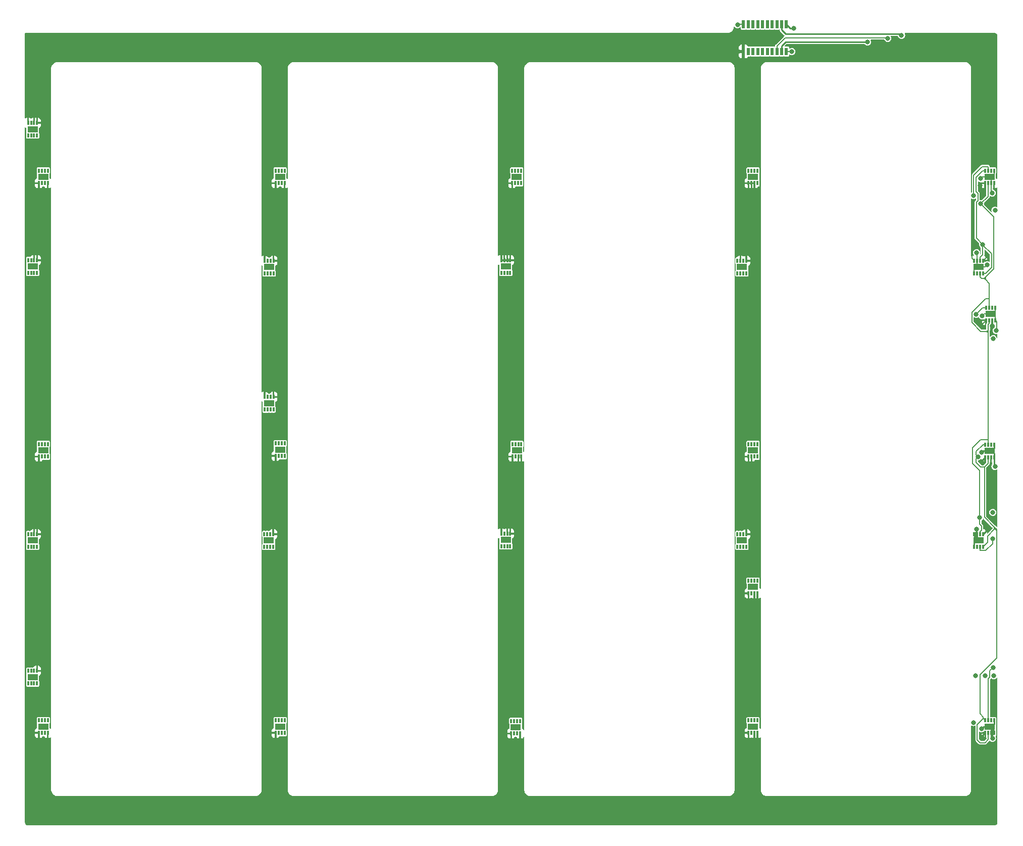
<source format=gbr>
%TF.GenerationSoftware,KiCad,Pcbnew,7.0.6*%
%TF.CreationDate,2024-01-17T22:25:56+01:00*%
%TF.ProjectId,FT24-AMS-Slave_v1-VTSENS,46543234-2d41-44d5-932d-536c6176655f,rev?*%
%TF.SameCoordinates,Original*%
%TF.FileFunction,Copper,L4,Bot*%
%TF.FilePolarity,Positive*%
%FSLAX46Y46*%
G04 Gerber Fmt 4.6, Leading zero omitted, Abs format (unit mm)*
G04 Created by KiCad (PCBNEW 7.0.6) date 2024-01-17 22:25:56*
%MOMM*%
%LPD*%
G01*
G04 APERTURE LIST*
%TA.AperFunction,SMDPad,CuDef*%
%ADD10R,0.300000X0.700000*%
%TD*%
%TA.AperFunction,SMDPad,CuDef*%
%ADD11R,1.700000X1.000000*%
%TD*%
%TA.AperFunction,SMDPad,CuDef*%
%ADD12R,0.550000X1.300000*%
%TD*%
%TA.AperFunction,SMDPad,CuDef*%
%ADD13R,0.550000X1.400000*%
%TD*%
%TA.AperFunction,ViaPad*%
%ADD14C,0.800000*%
%TD*%
%TA.AperFunction,Conductor*%
%ADD15C,0.200000*%
%TD*%
%TA.AperFunction,Conductor*%
%ADD16C,0.250000*%
%TD*%
G04 APERTURE END LIST*
D10*
%TO.P,U22,1,SDA*%
%TO.N,Net-(J10-Pin_18)*%
X107187500Y-65550000D03*
%TO.P,U22,2,SCL*%
%TO.N,Net-(J10-Pin_17)*%
X106687500Y-65550000D03*
%TO.P,U22,3,ALERT*%
%TO.N,unconnected-(U22-ALERT-Pad3)*%
X106187500Y-65550000D03*
%TO.P,U22,4,GND*%
%TO.N,GND1*%
X105687500Y-65550000D03*
%TO.P,U22,5,A2*%
%TO.N,+5V*%
X105687500Y-63450000D03*
%TO.P,U22,6,A1*%
%TO.N,Net-(J10-Pin_18)*%
X106187500Y-63450000D03*
%TO.P,U22,7,A0*%
%TO.N,Net-(J10-Pin_17)*%
X106687500Y-63450000D03*
%TO.P,U22,8,V+*%
%TO.N,+5V*%
X107187500Y-63450000D03*
D11*
%TO.P,U22,9,EP*%
%TO.N,GND1*%
X106437500Y-64500000D03*
%TD*%
D10*
%TO.P,U9,1,SDA*%
%TO.N,Net-(J10-Pin_18)*%
X186487500Y-111350000D03*
%TO.P,U9,2,SCL*%
%TO.N,Net-(J10-Pin_17)*%
X185987500Y-111350000D03*
%TO.P,U9,3,ALERT*%
%TO.N,unconnected-(U9-ALERT-Pad3)*%
X185487500Y-111350000D03*
%TO.P,U9,4,GND*%
%TO.N,GND1*%
X184987500Y-111350000D03*
%TO.P,U9,5,A2*%
X184987500Y-109250000D03*
%TO.P,U9,6,A1*%
X185487500Y-109250000D03*
%TO.P,U9,7,A0*%
X185987500Y-109250000D03*
%TO.P,U9,8,V+*%
%TO.N,+5V*%
X186487500Y-109250000D03*
D11*
%TO.P,U9,9,EP*%
%TO.N,GND1*%
X185737500Y-110300000D03*
%TD*%
D10*
%TO.P,U16,1,SDA*%
%TO.N,Net-(J10-Pin_18)*%
X146887500Y-65450000D03*
%TO.P,U16,2,SCL*%
%TO.N,Net-(J10-Pin_17)*%
X146387500Y-65450000D03*
%TO.P,U16,3,ALERT*%
%TO.N,unconnected-(U16-ALERT-Pad3)*%
X145887500Y-65450000D03*
%TO.P,U16,4,GND*%
%TO.N,GND1*%
X145387500Y-65450000D03*
%TO.P,U16,5,A2*%
%TO.N,+5V*%
X145387500Y-63350000D03*
%TO.P,U16,6,A1*%
X145887500Y-63350000D03*
%TO.P,U16,7,A0*%
X146387500Y-63350000D03*
%TO.P,U16,8,V+*%
X146887500Y-63350000D03*
D11*
%TO.P,U16,9,EP*%
%TO.N,GND1*%
X146137500Y-64400000D03*
%TD*%
D10*
%TO.P,U25,1,SDA*%
%TO.N,Net-(J10-Pin_18)*%
X67550000Y-134250000D03*
%TO.P,U25,2,SCL*%
%TO.N,Net-(J10-Pin_17)*%
X67050000Y-134250000D03*
%TO.P,U25,3,ALERT*%
%TO.N,unconnected-(U25-ALERT-Pad3)*%
X66550000Y-134250000D03*
%TO.P,U25,4,GND*%
%TO.N,GND1*%
X66050000Y-134250000D03*
%TO.P,U25,5,A2*%
X66050000Y-132150000D03*
%TO.P,U25,6,A1*%
%TO.N,Net-(J10-Pin_18)*%
X66550000Y-132150000D03*
%TO.P,U25,7,A0*%
%TO.N,GND1*%
X67050000Y-132150000D03*
%TO.P,U25,8,V+*%
%TO.N,+5V*%
X67550000Y-132150000D03*
D11*
%TO.P,U25,9,EP*%
%TO.N,GND1*%
X66800000Y-133200000D03*
%TD*%
D10*
%TO.P,U14,1,SDA*%
%TO.N,Net-(J10-Pin_18)*%
X146887500Y-111250000D03*
%TO.P,U14,2,SCL*%
%TO.N,Net-(J10-Pin_17)*%
X146387500Y-111250000D03*
%TO.P,U14,3,ALERT*%
%TO.N,unconnected-(U14-ALERT-Pad3)*%
X145887500Y-111250000D03*
%TO.P,U14,4,GND*%
%TO.N,GND1*%
X145387500Y-111250000D03*
%TO.P,U14,5,A2*%
%TO.N,+5V*%
X145387500Y-109150000D03*
%TO.P,U14,6,A1*%
%TO.N,GND1*%
X145887500Y-109150000D03*
%TO.P,U14,7,A0*%
%TO.N,+5V*%
X146387500Y-109150000D03*
%TO.P,U14,8,V+*%
X146887500Y-109150000D03*
D11*
%TO.P,U14,9,EP*%
%TO.N,GND1*%
X146137500Y-110200000D03*
%TD*%
D10*
%TO.P,U5,1,SDA*%
%TO.N,Net-(J10-Pin_18)*%
X226187500Y-65550000D03*
%TO.P,U5,2,SCL*%
%TO.N,Net-(J10-Pin_17)*%
X225687500Y-65550000D03*
%TO.P,U5,3,ALERT*%
%TO.N,unconnected-(U5-ALERT-Pad3)*%
X225187500Y-65550000D03*
%TO.P,U5,4,GND*%
%TO.N,GND1*%
X224687500Y-65550000D03*
%TO.P,U5,5,A2*%
%TO.N,+5V*%
X224687500Y-63450000D03*
%TO.P,U5,6,A1*%
%TO.N,GND1*%
X225187500Y-63450000D03*
%TO.P,U5,7,A0*%
%TO.N,Net-(J10-Pin_18)*%
X225687500Y-63450000D03*
%TO.P,U5,8,V+*%
%TO.N,+5V*%
X226187500Y-63450000D03*
D11*
%TO.P,U5,9,EP*%
%TO.N,GND1*%
X225437500Y-64500000D03*
%TD*%
D10*
%TO.P,U1,1,SDA*%
%TO.N,Net-(J10-Pin_18)*%
X226550000Y-140450000D03*
%TO.P,U1,2,SCL*%
%TO.N,Net-(J10-Pin_17)*%
X227050000Y-140450000D03*
%TO.P,U1,3,ALERT*%
%TO.N,unconnected-(U1-ALERT-Pad3)*%
X227550000Y-140450000D03*
%TO.P,U1,4,GND*%
%TO.N,GND1*%
X228050000Y-140450000D03*
%TO.P,U1,5,A2*%
X228050000Y-142550000D03*
%TO.P,U1,6,A1*%
X227550000Y-142550000D03*
%TO.P,U1,7,A0*%
%TO.N,Net-(J10-Pin_18)*%
X227050000Y-142550000D03*
%TO.P,U1,8,V+*%
%TO.N,+5V*%
X226550000Y-142550000D03*
D11*
%TO.P,U1,9,EP*%
%TO.N,GND1*%
X227300000Y-141500000D03*
%TD*%
D10*
%TO.P,U23,1,SDA*%
%TO.N,Net-(J10-Pin_18)*%
X107550000Y-48350000D03*
%TO.P,U23,2,SCL*%
%TO.N,Net-(J10-Pin_17)*%
X108050000Y-48350000D03*
%TO.P,U23,3,ALERT*%
%TO.N,unconnected-(U23-ALERT-Pad3)*%
X108550000Y-48350000D03*
%TO.P,U23,4,GND*%
%TO.N,GND1*%
X109050000Y-48350000D03*
%TO.P,U23,5,A2*%
%TO.N,+5V*%
X109050000Y-50450000D03*
%TO.P,U23,6,A1*%
%TO.N,Net-(J10-Pin_17)*%
X108550000Y-50450000D03*
%TO.P,U23,7,A0*%
%TO.N,Net-(J10-Pin_18)*%
X108050000Y-50450000D03*
%TO.P,U23,8,V+*%
%TO.N,+5V*%
X107550000Y-50450000D03*
D11*
%TO.P,U23,9,EP*%
%TO.N,GND1*%
X108300000Y-49400000D03*
%TD*%
D10*
%TO.P,U17,1,SDA*%
%TO.N,Net-(J10-Pin_18)*%
X147212500Y-48350000D03*
%TO.P,U17,2,SCL*%
%TO.N,Net-(J10-Pin_17)*%
X147712500Y-48350000D03*
%TO.P,U17,3,ALERT*%
%TO.N,unconnected-(U17-ALERT-Pad3)*%
X148212500Y-48350000D03*
%TO.P,U17,4,GND*%
%TO.N,GND1*%
X148712500Y-48350000D03*
%TO.P,U17,5,A2*%
X148712500Y-50450000D03*
%TO.P,U17,6,A1*%
%TO.N,Net-(J10-Pin_18)*%
X148212500Y-50450000D03*
%TO.P,U17,7,A0*%
X147712500Y-50450000D03*
%TO.P,U17,8,V+*%
%TO.N,+5V*%
X147212500Y-50450000D03*
D11*
%TO.P,U17,9,EP*%
%TO.N,GND1*%
X147962500Y-49400000D03*
%TD*%
D10*
%TO.P,U13,1,SDA*%
%TO.N,Net-(J10-Pin_18)*%
X147050000Y-140550000D03*
%TO.P,U13,2,SCL*%
%TO.N,Net-(J10-Pin_17)*%
X147550000Y-140550000D03*
%TO.P,U13,3,ALERT*%
%TO.N,unconnected-(U13-ALERT-Pad3)*%
X148050000Y-140550000D03*
%TO.P,U13,4,GND*%
%TO.N,GND1*%
X148550000Y-140550000D03*
%TO.P,U13,5,A2*%
%TO.N,+5V*%
X148550000Y-142650000D03*
%TO.P,U13,6,A1*%
%TO.N,GND1*%
X148050000Y-142650000D03*
%TO.P,U13,7,A0*%
X147550000Y-142650000D03*
%TO.P,U13,8,V+*%
%TO.N,+5V*%
X147050000Y-142650000D03*
D11*
%TO.P,U13,9,EP*%
%TO.N,GND1*%
X147800000Y-141600000D03*
%TD*%
D10*
%TO.P,U3,1,SDA*%
%TO.N,Net-(J10-Pin_18)*%
X226512500Y-94250000D03*
%TO.P,U3,2,SCL*%
%TO.N,Net-(J10-Pin_17)*%
X227012500Y-94250000D03*
%TO.P,U3,3,ALERT*%
%TO.N,unconnected-(U3-ALERT-Pad3)*%
X227512500Y-94250000D03*
%TO.P,U3,4,GND*%
%TO.N,GND1*%
X228012500Y-94250000D03*
%TO.P,U3,5,A2*%
X228012500Y-96350000D03*
%TO.P,U3,6,A1*%
%TO.N,+5V*%
X227512500Y-96350000D03*
%TO.P,U3,7,A0*%
%TO.N,Net-(J10-Pin_18)*%
X227012500Y-96350000D03*
%TO.P,U3,8,V+*%
%TO.N,+5V*%
X226512500Y-96350000D03*
D11*
%TO.P,U3,9,EP*%
%TO.N,GND1*%
X227262500Y-95300000D03*
%TD*%
D10*
%TO.P,U11,1,SDA*%
%TO.N,Net-(J10-Pin_18)*%
X186487500Y-65550000D03*
%TO.P,U11,2,SCL*%
%TO.N,Net-(J10-Pin_17)*%
X185987500Y-65550000D03*
%TO.P,U11,3,ALERT*%
%TO.N,unconnected-(U11-ALERT-Pad3)*%
X185487500Y-65550000D03*
%TO.P,U11,4,GND*%
%TO.N,GND1*%
X184987500Y-65550000D03*
%TO.P,U11,5,A2*%
X184987500Y-63450000D03*
%TO.P,U11,6,A1*%
%TO.N,+5V*%
X185487500Y-63450000D03*
%TO.P,U11,7,A0*%
%TO.N,GND1*%
X185987500Y-63450000D03*
%TO.P,U11,8,V+*%
%TO.N,+5V*%
X186487500Y-63450000D03*
D11*
%TO.P,U11,9,EP*%
%TO.N,GND1*%
X185737500Y-64500000D03*
%TD*%
D10*
%TO.P,U15,1,SDA*%
%TO.N,Net-(J10-Pin_18)*%
X147250000Y-94150000D03*
%TO.P,U15,2,SCL*%
%TO.N,Net-(J10-Pin_17)*%
X147750000Y-94150000D03*
%TO.P,U15,3,ALERT*%
%TO.N,unconnected-(U15-ALERT-Pad3)*%
X148250000Y-94150000D03*
%TO.P,U15,4,GND*%
%TO.N,GND1*%
X148750000Y-94150000D03*
%TO.P,U15,5,A2*%
%TO.N,+5V*%
X148750000Y-96250000D03*
%TO.P,U15,6,A1*%
X148250000Y-96250000D03*
%TO.P,U15,7,A0*%
%TO.N,GND1*%
X147750000Y-96250000D03*
%TO.P,U15,8,V+*%
%TO.N,+5V*%
X147250000Y-96250000D03*
D11*
%TO.P,U15,9,EP*%
%TO.N,GND1*%
X148000000Y-95200000D03*
%TD*%
D10*
%TO.P,U7,1,SDA*%
%TO.N,Net-(J10-Pin_18)*%
X186850000Y-140450000D03*
%TO.P,U7,2,SCL*%
%TO.N,Net-(J10-Pin_17)*%
X187350000Y-140450000D03*
%TO.P,U7,3,ALERT*%
%TO.N,unconnected-(U7-ALERT-Pad3)*%
X187850000Y-140450000D03*
%TO.P,U7,4,GND*%
%TO.N,GND1*%
X188350000Y-140450000D03*
%TO.P,U7,5,A2*%
%TO.N,+5V*%
X188350000Y-142550000D03*
%TO.P,U7,6,A1*%
X187850000Y-142550000D03*
%TO.P,U7,7,A0*%
%TO.N,Net-(J10-Pin_18)*%
X187350000Y-142550000D03*
%TO.P,U7,8,V+*%
%TO.N,+5V*%
X186850000Y-142550000D03*
D11*
%TO.P,U7,9,EP*%
%TO.N,GND1*%
X187600000Y-141500000D03*
%TD*%
D10*
%TO.P,U4,1,SDA*%
%TO.N,Net-(J10-Pin_18)*%
X226700000Y-71300000D03*
%TO.P,U4,2,SCL*%
%TO.N,Net-(J10-Pin_17)*%
X227200000Y-71300000D03*
%TO.P,U4,3,ALERT*%
%TO.N,unconnected-(U4-ALERT-Pad3)*%
X227700000Y-71300000D03*
%TO.P,U4,4,GND*%
%TO.N,GND1*%
X228200000Y-71300000D03*
%TO.P,U4,5,A2*%
X228200000Y-73400000D03*
%TO.P,U4,6,A1*%
%TO.N,+5V*%
X227700000Y-73400000D03*
%TO.P,U4,7,A0*%
%TO.N,Net-(J10-Pin_17)*%
X227200000Y-73400000D03*
%TO.P,U4,8,V+*%
%TO.N,+5V*%
X226700000Y-73400000D03*
D11*
%TO.P,U4,9,EP*%
%TO.N,GND1*%
X227450000Y-72350000D03*
%TD*%
D10*
%TO.P,U21,1,SDA*%
%TO.N,Net-(J10-Pin_18)*%
X107187500Y-88350000D03*
%TO.P,U21,2,SCL*%
%TO.N,Net-(J10-Pin_17)*%
X106687500Y-88350000D03*
%TO.P,U21,3,ALERT*%
%TO.N,unconnected-(U21-ALERT-Pad3)*%
X106187500Y-88350000D03*
%TO.P,U21,4,GND*%
%TO.N,GND1*%
X105687500Y-88350000D03*
%TO.P,U21,5,A2*%
%TO.N,+5V*%
X105687500Y-86250000D03*
%TO.P,U21,6,A1*%
%TO.N,Net-(J10-Pin_18)*%
X106187500Y-86250000D03*
%TO.P,U21,7,A0*%
X106687500Y-86250000D03*
%TO.P,U21,8,V+*%
%TO.N,+5V*%
X107187500Y-86250000D03*
D11*
%TO.P,U21,9,EP*%
%TO.N,GND1*%
X106437500Y-87300000D03*
%TD*%
D10*
%TO.P,U24,1,SDA*%
%TO.N,Net-(J10-Pin_18)*%
X67850000Y-140450000D03*
%TO.P,U24,2,SCL*%
%TO.N,Net-(J10-Pin_17)*%
X68350000Y-140450000D03*
%TO.P,U24,3,ALERT*%
%TO.N,unconnected-(U24-ALERT-Pad3)*%
X68850000Y-140450000D03*
%TO.P,U24,4,GND*%
%TO.N,GND1*%
X69350000Y-140450000D03*
%TO.P,U24,5,A2*%
%TO.N,+5V*%
X69350000Y-142550000D03*
%TO.P,U24,6,A1*%
%TO.N,Net-(J10-Pin_17)*%
X68850000Y-142550000D03*
%TO.P,U24,7,A0*%
X68350000Y-142550000D03*
%TO.P,U24,8,V+*%
%TO.N,+5V*%
X67850000Y-142550000D03*
D11*
%TO.P,U24,9,EP*%
%TO.N,GND1*%
X68600000Y-141500000D03*
%TD*%
D10*
%TO.P,U28,1,SDA*%
%TO.N,Net-(J10-Pin_18)*%
X67550000Y-65450000D03*
%TO.P,U28,2,SCL*%
%TO.N,Net-(J10-Pin_17)*%
X67050000Y-65450000D03*
%TO.P,U28,3,ALERT*%
%TO.N,unconnected-(U28-ALERT-Pad3)*%
X66550000Y-65450000D03*
%TO.P,U28,4,GND*%
%TO.N,GND1*%
X66050000Y-65450000D03*
%TO.P,U28,5,A2*%
X66050000Y-63350000D03*
%TO.P,U28,6,A1*%
%TO.N,Net-(J10-Pin_17)*%
X66550000Y-63350000D03*
%TO.P,U28,7,A0*%
%TO.N,+5V*%
X67050000Y-63350000D03*
%TO.P,U28,8,V+*%
X67550000Y-63350000D03*
D11*
%TO.P,U28,9,EP*%
%TO.N,GND1*%
X66800000Y-64400000D03*
%TD*%
D10*
%TO.P,U26,1,SDA*%
%TO.N,Net-(J10-Pin_18)*%
X67550000Y-111350000D03*
%TO.P,U26,2,SCL*%
%TO.N,Net-(J10-Pin_17)*%
X67050000Y-111350000D03*
%TO.P,U26,3,ALERT*%
%TO.N,unconnected-(U26-ALERT-Pad3)*%
X66550000Y-111350000D03*
%TO.P,U26,4,GND*%
%TO.N,GND1*%
X66050000Y-111350000D03*
%TO.P,U26,5,A2*%
X66050000Y-109250000D03*
%TO.P,U26,6,A1*%
%TO.N,Net-(J10-Pin_18)*%
X66550000Y-109250000D03*
%TO.P,U26,7,A0*%
%TO.N,+5V*%
X67050000Y-109250000D03*
%TO.P,U26,8,V+*%
X67550000Y-109250000D03*
D11*
%TO.P,U26,9,EP*%
%TO.N,GND1*%
X66800000Y-110300000D03*
%TD*%
D10*
%TO.P,U30,1,SDA*%
%TO.N,Net-(J10-Pin_18)*%
X67550000Y-42450000D03*
%TO.P,U30,2,SCL*%
%TO.N,Net-(J10-Pin_17)*%
X67050000Y-42450000D03*
%TO.P,U30,3,ALERT*%
%TO.N,unconnected-(U30-ALERT-Pad3)*%
X66550000Y-42450000D03*
%TO.P,U30,4,GND*%
%TO.N,GND1*%
X66050000Y-42450000D03*
%TO.P,U30,5,A2*%
%TO.N,+5V*%
X66050000Y-40350000D03*
%TO.P,U30,6,A1*%
%TO.N,Net-(J10-Pin_18)*%
X66550000Y-40350000D03*
%TO.P,U30,7,A0*%
%TO.N,+5V*%
X67050000Y-40350000D03*
%TO.P,U30,8,V+*%
X67550000Y-40350000D03*
D11*
%TO.P,U30,9,EP*%
%TO.N,GND1*%
X66800000Y-41400000D03*
%TD*%
D10*
%TO.P,U29,1,SDA*%
%TO.N,Net-(J10-Pin_18)*%
X67850000Y-48350000D03*
%TO.P,U29,2,SCL*%
%TO.N,Net-(J10-Pin_17)*%
X68350000Y-48350000D03*
%TO.P,U29,3,ALERT*%
%TO.N,unconnected-(U29-ALERT-Pad3)*%
X68850000Y-48350000D03*
%TO.P,U29,4,GND*%
%TO.N,GND1*%
X69350000Y-48350000D03*
%TO.P,U29,5,A2*%
%TO.N,+5V*%
X69350000Y-50450000D03*
%TO.P,U29,6,A1*%
%TO.N,Net-(J10-Pin_18)*%
X68850000Y-50450000D03*
%TO.P,U29,7,A0*%
%TO.N,GND1*%
X68350000Y-50450000D03*
%TO.P,U29,8,V+*%
%TO.N,+5V*%
X67850000Y-50450000D03*
D11*
%TO.P,U29,9,EP*%
%TO.N,GND1*%
X68600000Y-49400000D03*
%TD*%
D10*
%TO.P,U27,1,SDA*%
%TO.N,Net-(J10-Pin_18)*%
X67850000Y-94150000D03*
%TO.P,U27,2,SCL*%
%TO.N,Net-(J10-Pin_17)*%
X68350000Y-94150000D03*
%TO.P,U27,3,ALERT*%
%TO.N,unconnected-(U27-ALERT-Pad3)*%
X68850000Y-94150000D03*
%TO.P,U27,4,GND*%
%TO.N,GND1*%
X69350000Y-94150000D03*
%TO.P,U27,5,A2*%
X69350000Y-96250000D03*
%TO.P,U27,6,A1*%
%TO.N,Net-(J10-Pin_17)*%
X68850000Y-96250000D03*
%TO.P,U27,7,A0*%
%TO.N,GND1*%
X68350000Y-96250000D03*
%TO.P,U27,8,V+*%
%TO.N,+5V*%
X67850000Y-96250000D03*
D11*
%TO.P,U27,9,EP*%
%TO.N,GND1*%
X68600000Y-95200000D03*
%TD*%
D10*
%TO.P,U8,1,SDA*%
%TO.N,Net-(J10-Pin_18)*%
X186850000Y-117050000D03*
%TO.P,U8,2,SCL*%
%TO.N,Net-(J10-Pin_17)*%
X187350000Y-117050000D03*
%TO.P,U8,3,ALERT*%
%TO.N,unconnected-(U8-ALERT-Pad3)*%
X187850000Y-117050000D03*
%TO.P,U8,4,GND*%
%TO.N,GND1*%
X188350000Y-117050000D03*
%TO.P,U8,5,A2*%
%TO.N,+5V*%
X188350000Y-119150000D03*
%TO.P,U8,6,A1*%
X187850000Y-119150000D03*
%TO.P,U8,7,A0*%
%TO.N,Net-(J10-Pin_17)*%
X187350000Y-119150000D03*
%TO.P,U8,8,V+*%
%TO.N,+5V*%
X186850000Y-119150000D03*
D11*
%TO.P,U8,9,EP*%
%TO.N,GND1*%
X187600000Y-118100000D03*
%TD*%
D10*
%TO.P,U12,1,SDA*%
%TO.N,Net-(J10-Pin_18)*%
X186850000Y-48350000D03*
%TO.P,U12,2,SCL*%
%TO.N,Net-(J10-Pin_17)*%
X187350000Y-48350000D03*
%TO.P,U12,3,ALERT*%
%TO.N,unconnected-(U12-ALERT-Pad3)*%
X187850000Y-48350000D03*
%TO.P,U12,4,GND*%
%TO.N,GND1*%
X188350000Y-48350000D03*
%TO.P,U12,5,A2*%
X188350000Y-50450000D03*
%TO.P,U12,6,A1*%
%TO.N,+5V*%
X187850000Y-50450000D03*
%TO.P,U12,7,A0*%
X187350000Y-50450000D03*
%TO.P,U12,8,V+*%
X186850000Y-50450000D03*
D11*
%TO.P,U12,9,EP*%
%TO.N,GND1*%
X187600000Y-49400000D03*
%TD*%
D12*
%TO.P,J10,1,Pin_1*%
%TO.N,GND1*%
X193200000Y-28375000D03*
D13*
%TO.P,J10,2,Pin_2*%
%TO.N,Net-(J10-Pin_2)*%
X193200000Y-23825000D03*
D12*
%TO.P,J10,3,Pin_3*%
%TO.N,Net-(J10-Pin_3)*%
X192400000Y-28375000D03*
D13*
%TO.P,J10,4,Pin_4*%
%TO.N,Net-(J10-Pin_4)*%
X192400000Y-23825000D03*
D12*
%TO.P,J10,5,Pin_5*%
%TO.N,Net-(J10-Pin_5)*%
X191600000Y-28375000D03*
D13*
%TO.P,J10,6,Pin_6*%
%TO.N,Net-(J10-Pin_6)*%
X191600000Y-23825000D03*
D12*
%TO.P,J10,7,Pin_7*%
%TO.N,Net-(J10-Pin_7)*%
X190800000Y-28375000D03*
D13*
%TO.P,J10,8,Pin_8*%
%TO.N,Net-(J10-Pin_8)*%
X190800000Y-23825000D03*
D12*
%TO.P,J10,9,Pin_9*%
%TO.N,Net-(J10-Pin_9)*%
X190000000Y-28375000D03*
D13*
%TO.P,J10,10,Pin_10*%
%TO.N,Net-(J10-Pin_10)*%
X190000000Y-23825000D03*
D12*
%TO.P,J10,11,Pin_11*%
%TO.N,Net-(J10-Pin_11)*%
X189200000Y-28375000D03*
D13*
%TO.P,J10,12,Pin_12*%
%TO.N,Net-(J10-Pin_12)*%
X189200000Y-23825000D03*
D12*
%TO.P,J10,13,Pin_13*%
%TO.N,Net-(J10-Pin_13)*%
X188400000Y-28375000D03*
D13*
%TO.P,J10,14,Pin_14*%
%TO.N,Net-(J10-Pin_14)*%
X188400000Y-23825000D03*
D12*
%TO.P,J10,15,Pin_15*%
%TO.N,Net-(J10-Pin_15)*%
X187600000Y-28375000D03*
D13*
%TO.P,J10,16,Pin_16*%
%TO.N,Net-(J10-Pin_16)*%
X187600000Y-23825000D03*
D12*
%TO.P,J10,17,Pin_17*%
%TO.N,Net-(J10-Pin_17)*%
X186800000Y-28375000D03*
D13*
%TO.P,J10,18,Pin_18*%
%TO.N,Net-(J10-Pin_18)*%
X186800000Y-23825000D03*
D12*
%TO.P,J10,19,Pin_19*%
%TO.N,+5V*%
X186000000Y-28375000D03*
D13*
%TO.P,J10,20,Pin_20*%
%TO.N,GND1*%
X186000000Y-23825000D03*
%TD*%
D10*
%TO.P,U10,1,SDA*%
%TO.N,Net-(J10-Pin_18)*%
X186850000Y-94150000D03*
%TO.P,U10,2,SCL*%
%TO.N,Net-(J10-Pin_17)*%
X187350000Y-94150000D03*
%TO.P,U10,3,ALERT*%
%TO.N,unconnected-(U10-ALERT-Pad3)*%
X187850000Y-94150000D03*
%TO.P,U10,4,GND*%
%TO.N,GND1*%
X188350000Y-94150000D03*
%TO.P,U10,5,A2*%
X188350000Y-96250000D03*
%TO.P,U10,6,A1*%
X187850000Y-96250000D03*
%TO.P,U10,7,A0*%
%TO.N,+5V*%
X187350000Y-96250000D03*
%TO.P,U10,8,V+*%
X186850000Y-96250000D03*
D11*
%TO.P,U10,9,EP*%
%TO.N,GND1*%
X187600000Y-95200000D03*
%TD*%
D10*
%TO.P,U6,1,SDA*%
%TO.N,Net-(J10-Pin_18)*%
X226512500Y-48350000D03*
%TO.P,U6,2,SCL*%
%TO.N,Net-(J10-Pin_17)*%
X227012500Y-48350000D03*
%TO.P,U6,3,ALERT*%
%TO.N,unconnected-(U6-ALERT-Pad3)*%
X227512500Y-48350000D03*
%TO.P,U6,4,GND*%
%TO.N,GND1*%
X228012500Y-48350000D03*
%TO.P,U6,5,A2*%
%TO.N,+5V*%
X228012500Y-50450000D03*
%TO.P,U6,6,A1*%
%TO.N,GND1*%
X227512500Y-50450000D03*
%TO.P,U6,7,A0*%
%TO.N,Net-(J10-Pin_17)*%
X227012500Y-50450000D03*
%TO.P,U6,8,V+*%
%TO.N,+5V*%
X226512500Y-50450000D03*
D11*
%TO.P,U6,9,EP*%
%TO.N,GND1*%
X227262500Y-49400000D03*
%TD*%
D10*
%TO.P,U20,1,SDA*%
%TO.N,Net-(J10-Pin_18)*%
X107550000Y-94050000D03*
%TO.P,U20,2,SCL*%
%TO.N,Net-(J10-Pin_17)*%
X108050000Y-94050000D03*
%TO.P,U20,3,ALERT*%
%TO.N,unconnected-(U20-ALERT-Pad3)*%
X108550000Y-94050000D03*
%TO.P,U20,4,GND*%
%TO.N,GND1*%
X109050000Y-94050000D03*
%TO.P,U20,5,A2*%
X109050000Y-96150000D03*
%TO.P,U20,6,A1*%
%TO.N,Net-(J10-Pin_17)*%
X108550000Y-96150000D03*
%TO.P,U20,7,A0*%
X108050000Y-96150000D03*
%TO.P,U20,8,V+*%
%TO.N,+5V*%
X107550000Y-96150000D03*
D11*
%TO.P,U20,9,EP*%
%TO.N,GND1*%
X108300000Y-95100000D03*
%TD*%
D10*
%TO.P,U19,1,SDA*%
%TO.N,Net-(J10-Pin_18)*%
X107150000Y-111350000D03*
%TO.P,U19,2,SCL*%
%TO.N,Net-(J10-Pin_17)*%
X106650000Y-111350000D03*
%TO.P,U19,3,ALERT*%
%TO.N,unconnected-(U19-ALERT-Pad3)*%
X106150000Y-111350000D03*
%TO.P,U19,4,GND*%
%TO.N,GND1*%
X105650000Y-111350000D03*
%TO.P,U19,5,A2*%
X105650000Y-109250000D03*
%TO.P,U19,6,A1*%
%TO.N,Net-(J10-Pin_17)*%
X106150000Y-109250000D03*
%TO.P,U19,7,A0*%
%TO.N,Net-(J10-Pin_18)*%
X106650000Y-109250000D03*
%TO.P,U19,8,V+*%
%TO.N,+5V*%
X107150000Y-109250000D03*
D11*
%TO.P,U19,9,EP*%
%TO.N,GND1*%
X106400000Y-110300000D03*
%TD*%
D10*
%TO.P,U2,1,SDA*%
%TO.N,Net-(J10-Pin_18)*%
X226187500Y-111350000D03*
%TO.P,U2,2,SCL*%
%TO.N,Net-(J10-Pin_17)*%
X225687500Y-111350000D03*
%TO.P,U2,3,ALERT*%
%TO.N,unconnected-(U2-ALERT-Pad3)*%
X225187500Y-111350000D03*
%TO.P,U2,4,GND*%
%TO.N,GND1*%
X224687500Y-111350000D03*
%TO.P,U2,5,A2*%
X224687500Y-109250000D03*
%TO.P,U2,6,A1*%
X225187500Y-109250000D03*
%TO.P,U2,7,A0*%
%TO.N,Net-(J10-Pin_17)*%
X225687500Y-109250000D03*
%TO.P,U2,8,V+*%
%TO.N,+5V*%
X226187500Y-109250000D03*
D11*
%TO.P,U2,9,EP*%
%TO.N,GND1*%
X225437500Y-110300000D03*
%TD*%
D10*
%TO.P,U18,1,SDA*%
%TO.N,Net-(J10-Pin_18)*%
X107550000Y-140450000D03*
%TO.P,U18,2,SCL*%
%TO.N,Net-(J10-Pin_17)*%
X108050000Y-140450000D03*
%TO.P,U18,3,ALERT*%
%TO.N,unconnected-(U18-ALERT-Pad3)*%
X108550000Y-140450000D03*
%TO.P,U18,4,GND*%
%TO.N,GND1*%
X109050000Y-140450000D03*
%TO.P,U18,5,A2*%
X109050000Y-142550000D03*
%TO.P,U18,6,A1*%
%TO.N,Net-(J10-Pin_18)*%
X108550000Y-142550000D03*
%TO.P,U18,7,A0*%
%TO.N,Net-(J10-Pin_17)*%
X108050000Y-142550000D03*
%TO.P,U18,8,V+*%
%TO.N,+5V*%
X107550000Y-142550000D03*
D11*
%TO.P,U18,9,EP*%
%TO.N,GND1*%
X108300000Y-141500000D03*
%TD*%
D14*
%TO.N,+5V*%
X228000000Y-99100000D03*
X225827898Y-74266990D03*
X225911965Y-97122015D03*
X226027895Y-143311872D03*
X224575024Y-61000000D03*
X227725512Y-53200000D03*
X227727898Y-74380686D03*
X226833010Y-62633010D03*
X226833010Y-108433010D03*
X185100000Y-28400000D03*
X225700000Y-50800000D03*
%TO.N,GND1*%
X227725000Y-52097469D03*
X226500000Y-132999968D03*
X225925175Y-141834017D03*
X224575024Y-140800000D03*
X228176024Y-97900000D03*
X225100000Y-108400000D03*
X225100000Y-62100000D03*
X225775000Y-49685910D03*
X226876007Y-64136578D03*
X228380353Y-75138517D03*
X226021558Y-72667110D03*
X228000000Y-132978216D03*
X185000000Y-23900000D03*
X194100000Y-28400000D03*
X225949407Y-95540543D03*
X224935430Y-133001229D03*
X227750000Y-143452363D03*
%TO.N,Net-(J10-Pin_2)*%
X227800000Y-105600000D03*
X194400000Y-24500000D03*
%TO.N,Net-(J10-Pin_3)*%
X227900000Y-76500000D03*
X206800000Y-26800000D03*
%TO.N,Net-(J10-Pin_4)*%
X212500000Y-25669170D03*
X228176024Y-55000000D03*
%TO.N,Net-(J10-Pin_5)*%
X210200000Y-26175000D03*
%TO.N,Net-(J10-Pin_17)*%
X227775524Y-110000000D03*
X225600000Y-106500000D03*
X224600000Y-52500000D03*
X225775000Y-53900111D03*
X227852207Y-131579227D03*
%TO.N,Net-(J10-Pin_18)*%
X226100000Y-60700000D03*
X225000000Y-72400000D03*
X225300000Y-96300000D03*
%TD*%
D15*
%TO.N,+5V*%
X224300524Y-63063024D02*
X224300524Y-61274500D01*
X224300524Y-61274500D02*
X224575024Y-61000000D01*
X225833010Y-74266990D02*
X225827898Y-74266990D01*
X226833010Y-62804490D02*
X226187500Y-63450000D01*
D16*
X226512500Y-96350000D02*
X225911965Y-96950535D01*
X226027895Y-143311872D02*
X226027895Y-143072105D01*
X225911965Y-96950535D02*
X225911965Y-97122015D01*
D15*
X226833010Y-62633010D02*
X226833010Y-62804490D01*
D16*
X226833010Y-108604490D02*
X226187500Y-109250000D01*
D15*
X186000000Y-28375000D02*
X185125000Y-28375000D01*
X227727898Y-74380686D02*
X227727898Y-73427898D01*
X226512500Y-50450000D02*
X226050000Y-50450000D01*
X227727898Y-73427898D02*
X227700000Y-73400000D01*
X224687500Y-63450000D02*
X224300524Y-63063024D01*
D16*
X226833010Y-108433010D02*
X226833010Y-108604490D01*
D15*
X226050000Y-50450000D02*
X225700000Y-50800000D01*
D16*
X226027895Y-143072105D02*
X226550000Y-142550000D01*
D15*
X226700000Y-73400000D02*
X225833010Y-74266990D01*
X185125000Y-28375000D02*
X185100000Y-28400000D01*
D16*
%TO.N,GND1*%
X227550000Y-142550000D02*
X227550000Y-141750000D01*
X224687500Y-109250000D02*
X224900000Y-109250000D01*
X225100000Y-108400000D02*
X225100000Y-108837500D01*
D15*
X227800000Y-72350000D02*
X227450000Y-72350000D01*
D16*
X228050000Y-140450000D02*
X228050000Y-141100000D01*
X225100000Y-108400000D02*
X225100000Y-109162500D01*
X228012500Y-94900000D02*
X227612500Y-95300000D01*
X227612500Y-95300000D02*
X227262500Y-95300000D01*
X227262500Y-95300000D02*
X226189950Y-95300000D01*
D15*
X228200000Y-71950000D02*
X227800000Y-72350000D01*
X228012500Y-49000000D02*
X227612500Y-49400000D01*
D16*
X227800000Y-142800000D02*
X228050000Y-142550000D01*
X227300000Y-141500000D02*
X226259192Y-141500000D01*
X225087500Y-110300000D02*
X225437500Y-110300000D01*
X226259192Y-141500000D02*
X225925175Y-141834017D01*
X227800000Y-142550000D02*
X227800000Y-142000000D01*
D15*
X228012500Y-48350000D02*
X228012500Y-49000000D01*
X225187500Y-62187500D02*
X225100000Y-62100000D01*
D16*
X224687500Y-110700000D02*
X225087500Y-110300000D01*
X225187500Y-109250000D02*
X225187500Y-109700000D01*
X228012500Y-95700000D02*
X227612500Y-95300000D01*
D15*
X225187500Y-64250000D02*
X225437500Y-64500000D01*
X194075000Y-28375000D02*
X194100000Y-28400000D01*
X225187500Y-63450000D02*
X225187500Y-62187500D01*
X228427898Y-73627898D02*
X228427898Y-75090972D01*
X228200000Y-72750000D02*
X227800000Y-72350000D01*
D16*
X228050000Y-142250000D02*
X227300000Y-141500000D01*
D15*
X225187500Y-63450000D02*
X225187500Y-64250000D01*
X228200000Y-71300000D02*
X228200000Y-71950000D01*
X224687500Y-64900000D02*
X225087500Y-64500000D01*
D16*
X224687500Y-109550000D02*
X224918750Y-109781250D01*
X228050000Y-141100000D02*
X227650000Y-141500000D01*
X225187500Y-110050000D02*
X225437500Y-110300000D01*
D15*
X228200000Y-73400000D02*
X228200000Y-72750000D01*
D16*
X227550000Y-142550000D02*
X227572105Y-142572105D01*
X225100000Y-108837500D02*
X224687500Y-109250000D01*
X225187500Y-109700000D02*
X225187500Y-110050000D01*
X227550000Y-142550000D02*
X227800000Y-142800000D01*
X224900000Y-109250000D02*
X224900000Y-109762500D01*
D15*
X227512500Y-50450000D02*
X227512500Y-51884969D01*
X226060910Y-49400000D02*
X225775000Y-49685910D01*
X227262500Y-49400000D02*
X226060910Y-49400000D01*
D16*
X227550000Y-141750000D02*
X227300000Y-141500000D01*
D15*
X227512500Y-51884969D02*
X227725000Y-52097469D01*
D16*
X228012500Y-97736476D02*
X228176024Y-97900000D01*
D15*
X227512500Y-50450000D02*
X227512500Y-49650000D01*
D16*
X224687500Y-109250000D02*
X224687500Y-109550000D01*
X227550000Y-142550000D02*
X227800000Y-142550000D01*
X227572105Y-143027895D02*
X227572105Y-143274468D01*
X227650000Y-141500000D02*
X227300000Y-141500000D01*
X224918750Y-109781250D02*
X225437500Y-110300000D01*
D15*
X228427898Y-75090972D02*
X228380353Y-75138517D01*
D16*
X228012500Y-94250000D02*
X228012500Y-94900000D01*
X225100000Y-109162500D02*
X225187500Y-109250000D01*
X227800000Y-142000000D02*
X227300000Y-141500000D01*
D15*
X225087500Y-64500000D02*
X225437500Y-64500000D01*
D16*
X227800000Y-142550000D02*
X228050000Y-142550000D01*
X224900000Y-109250000D02*
X225187500Y-109250000D01*
X228012500Y-96350000D02*
X228012500Y-97736476D01*
X228012500Y-96350000D02*
X228012500Y-95700000D01*
X227572105Y-143027895D02*
X227800000Y-142800000D01*
X224687500Y-111350000D02*
X224687500Y-110700000D01*
X228050000Y-142550000D02*
X228050000Y-142250000D01*
D15*
X185075000Y-23825000D02*
X185000000Y-23900000D01*
X226512585Y-64500000D02*
X226876007Y-64136578D01*
X227450000Y-72350000D02*
X226338668Y-72350000D01*
D16*
X224900000Y-109412500D02*
X225187500Y-109700000D01*
D15*
X186000000Y-23825000D02*
X185075000Y-23825000D01*
D16*
X224900000Y-109762500D02*
X224918750Y-109781250D01*
X224900000Y-109250000D02*
X224900000Y-109412500D01*
D15*
X228200000Y-73400000D02*
X228427898Y-73627898D01*
X227612500Y-49400000D02*
X227262500Y-49400000D01*
D16*
X226189950Y-95300000D02*
X225949407Y-95540543D01*
D15*
X226338668Y-72350000D02*
X226021558Y-72667110D01*
X193200000Y-28375000D02*
X194075000Y-28375000D01*
D16*
X227572105Y-142572105D02*
X227572105Y-143027895D01*
D15*
X225437500Y-64500000D02*
X226512585Y-64500000D01*
X224687500Y-65550000D02*
X224687500Y-64900000D01*
X227512500Y-49650000D02*
X227262500Y-49400000D01*
D16*
X227572105Y-143274468D02*
X227750000Y-143452363D01*
%TO.N,Net-(J10-Pin_2)*%
X193875000Y-24500000D02*
X193200000Y-23825000D01*
X194400000Y-24500000D02*
X193875000Y-24500000D01*
%TO.N,Net-(J10-Pin_3)*%
X193075000Y-26800000D02*
X192400000Y-27475000D01*
X206800000Y-26800000D02*
X193075000Y-26800000D01*
X192400000Y-27475000D02*
X192400000Y-28375000D01*
%TO.N,Net-(J10-Pin_4)*%
X212500000Y-25669170D02*
X212280830Y-25450000D01*
X192400000Y-24775000D02*
X192400000Y-23825000D01*
X212280830Y-25450000D02*
X193075000Y-25450000D01*
X193075000Y-25450000D02*
X192400000Y-24775000D01*
D15*
%TO.N,Net-(J10-Pin_5)*%
X192975000Y-26100000D02*
X210125000Y-26100000D01*
X210125000Y-26100000D02*
X210200000Y-26175000D01*
X191600000Y-27475000D02*
X192975000Y-26100000D01*
X191600000Y-28375000D02*
X191600000Y-27475000D01*
%TO.N,Net-(J10-Pin_17)*%
X226600000Y-69800000D02*
X224300000Y-72100000D01*
X226373896Y-66400000D02*
X226586948Y-66186948D01*
X225800000Y-75300000D02*
X226800000Y-75300000D01*
X227300000Y-133207107D02*
X227300001Y-133207108D01*
X225900000Y-108600000D02*
X225687500Y-108812500D01*
X226637500Y-112000000D02*
X227775524Y-110861976D01*
X225600000Y-106500000D02*
X225600000Y-107600000D01*
X227200000Y-69800000D02*
X226600000Y-69800000D01*
X225687500Y-66200000D02*
X225687500Y-65550000D01*
X224600000Y-49100000D02*
X224600000Y-52500000D01*
X227012500Y-93400000D02*
X227012500Y-94250000D01*
X226987500Y-47675000D02*
X226025000Y-47675000D01*
X225687500Y-111950000D02*
X225737500Y-112000000D01*
X227300000Y-132792893D02*
X227300001Y-132792894D01*
X224400000Y-94800000D02*
X224400000Y-97400000D01*
X227027898Y-75072102D02*
X227027898Y-74090736D01*
X227000000Y-75500000D02*
X227000000Y-75100000D01*
X227027898Y-74090736D02*
X227200000Y-73918634D01*
X227200000Y-69800000D02*
X227200000Y-71300000D01*
X225600000Y-98600000D02*
X225600000Y-106500000D01*
X226373896Y-66400000D02*
X225887500Y-66400000D01*
X227775524Y-110861976D02*
X227775524Y-110000000D01*
X227012500Y-48350000D02*
X227012500Y-47700000D01*
X225900000Y-107900000D02*
X225900000Y-108600000D01*
X225887500Y-66400000D02*
X225687500Y-66200000D01*
X226586948Y-66186948D02*
X226586948Y-66613052D01*
X227012500Y-47700000D02*
X226987500Y-47675000D01*
X227050000Y-140450000D02*
X227050000Y-133457107D01*
X224300000Y-72100000D02*
X224300000Y-73800000D01*
X226800000Y-75300000D02*
X227000000Y-75100000D01*
X225687500Y-108812500D02*
X225687500Y-109250000D01*
X227012500Y-50450000D02*
X227012500Y-52662611D01*
X227050000Y-133457107D02*
X227300000Y-133207107D01*
X225800000Y-93400000D02*
X224400000Y-94800000D01*
X227012500Y-75512500D02*
X227000000Y-75500000D01*
X227300000Y-133207107D02*
X227300000Y-132792893D01*
X225781914Y-53900111D02*
X225775000Y-53900111D01*
X227012500Y-75512500D02*
X227012500Y-93400000D01*
X226586948Y-66613052D02*
X227200000Y-67226104D01*
X228000000Y-64773896D02*
X228000000Y-56118197D01*
X226025000Y-47675000D02*
X224800000Y-48900000D01*
X224300000Y-73800000D02*
X225800000Y-75300000D01*
X225687500Y-111350000D02*
X225687500Y-111950000D01*
X226373896Y-66400000D02*
X226586948Y-66613052D01*
X227012500Y-52662611D02*
X225775000Y-53900111D01*
X227200000Y-67226104D02*
X227200000Y-69800000D01*
X227000000Y-75100000D02*
X227027898Y-75072102D01*
X227200000Y-73918634D02*
X227200000Y-73400000D01*
X228000000Y-56118197D02*
X225781914Y-53900111D01*
X225737500Y-112000000D02*
X226637500Y-112000000D01*
X224400000Y-97400000D02*
X225600000Y-98600000D01*
X227300000Y-132792893D02*
X227300000Y-132131434D01*
X226586948Y-66186948D02*
X228000000Y-64773896D01*
X226800000Y-75300000D02*
X227012500Y-75512500D01*
X227012500Y-93400000D02*
X225800000Y-93400000D01*
X225600000Y-107600000D02*
X225900000Y-107900000D01*
X224800000Y-48900000D02*
X224600000Y-49100000D01*
X227300000Y-132131434D02*
X227852207Y-131579227D01*
%TO.N,Net-(J10-Pin_18)*%
X226100000Y-60800000D02*
X226100000Y-62437500D01*
X226500000Y-144200000D02*
X227050000Y-143650000D01*
X228450000Y-108450000D02*
X228475524Y-108475524D01*
X226100000Y-62437500D02*
X225687500Y-62850000D01*
X226100000Y-71300000D02*
X226700000Y-71300000D01*
X226100000Y-60800000D02*
X227600000Y-62300000D01*
X225000000Y-96000000D02*
X225300000Y-96300000D01*
X226150000Y-94250000D02*
X225000000Y-95400000D01*
X227012500Y-97387500D02*
X227012500Y-96350000D01*
X228475524Y-129965960D02*
X225635430Y-132806054D01*
X225300000Y-53385161D02*
X225075000Y-53610161D01*
X228050000Y-108450000D02*
X228200000Y-108450000D01*
X225000000Y-49462500D02*
X225000000Y-51874695D01*
X228050000Y-108450000D02*
X226907889Y-109592111D01*
X226187500Y-140087500D02*
X226550000Y-140450000D01*
X225075000Y-59675000D02*
X226100000Y-60700000D01*
X225000000Y-95400000D02*
X225000000Y-96000000D01*
X226112500Y-48350000D02*
X225000000Y-49462500D01*
X226100000Y-60700000D02*
X226100000Y-60800000D01*
X226187500Y-140177474D02*
X225200000Y-141164974D01*
X227050000Y-143650000D02*
X227050000Y-142550000D01*
X228475524Y-108475524D02*
X228475524Y-108700000D01*
X225800000Y-98000000D02*
X226400000Y-98000000D01*
X225075000Y-53610161D02*
X225075000Y-59675000D01*
X226512500Y-48350000D02*
X226112500Y-48350000D01*
X225635430Y-132806054D02*
X225635430Y-139347930D01*
X228200000Y-108450000D02*
X228450000Y-108450000D01*
X225700000Y-144200000D02*
X226500000Y-144200000D01*
X225300000Y-52174695D02*
X225300000Y-53385161D01*
X225200000Y-141164974D02*
X225200000Y-143700000D01*
X225000000Y-72400000D02*
X226100000Y-71300000D01*
X225635430Y-139347930D02*
X226187500Y-139900000D01*
X228250000Y-108250000D02*
X228050000Y-108450000D01*
X227600000Y-62300000D02*
X227600000Y-64537500D01*
X226187500Y-139900000D02*
X226187500Y-140177474D01*
X225000000Y-97200000D02*
X225800000Y-98000000D01*
X228225524Y-108450000D02*
X228475524Y-108700000D01*
X226400000Y-98000000D02*
X226400000Y-106400000D01*
X226907889Y-110629611D02*
X226187500Y-111350000D01*
X226400000Y-98000000D02*
X227012500Y-97387500D01*
X225000000Y-51874695D02*
X225300000Y-52174695D01*
X225200000Y-143700000D02*
X225700000Y-144200000D01*
X228050000Y-108050000D02*
X228450000Y-108450000D01*
X228475524Y-108700000D02*
X228475524Y-129965960D01*
X225000000Y-97200000D02*
X225000000Y-96600000D01*
X226187500Y-139900000D02*
X226187500Y-140087500D01*
X225687500Y-62850000D02*
X225687500Y-63450000D01*
X228050000Y-108450000D02*
X228050000Y-108050000D01*
X226400000Y-106400000D02*
X228050000Y-108050000D01*
X228200000Y-108450000D02*
X228225524Y-108450000D01*
X227600000Y-64537500D02*
X226587500Y-65550000D01*
X226587500Y-65550000D02*
X226187500Y-65550000D01*
X226907889Y-109592111D02*
X226907889Y-110629611D01*
X226512500Y-94250000D02*
X226150000Y-94250000D01*
X225000000Y-96600000D02*
X225300000Y-96300000D01*
%TD*%
%TA.AperFunction,Conductor*%
%TO.N,+5V*%
G36*
X184480888Y-24210597D02*
G01*
X184485112Y-24215414D01*
X184571718Y-24328282D01*
X184697159Y-24424536D01*
X184697161Y-24424536D01*
X184697163Y-24424538D01*
X184843237Y-24485043D01*
X184843238Y-24485044D01*
X185000000Y-24505682D01*
X185156762Y-24485044D01*
X185302841Y-24424536D01*
X185428282Y-24328282D01*
X185436626Y-24317407D01*
X185469102Y-24298655D01*
X185505328Y-24308361D01*
X185524081Y-24340838D01*
X185524500Y-24347236D01*
X185524500Y-24544748D01*
X185536133Y-24603231D01*
X185553882Y-24629795D01*
X185580447Y-24669552D01*
X185602982Y-24684609D01*
X185646769Y-24713867D01*
X185705252Y-24725500D01*
X185705255Y-24725500D01*
X186294745Y-24725500D01*
X186294748Y-24725500D01*
X186353231Y-24713867D01*
X186372776Y-24700806D01*
X186409558Y-24693489D01*
X186427224Y-24700807D01*
X186446767Y-24713866D01*
X186446769Y-24713867D01*
X186505252Y-24725500D01*
X186505255Y-24725500D01*
X187094745Y-24725500D01*
X187094748Y-24725500D01*
X187153231Y-24713867D01*
X187172776Y-24700806D01*
X187209558Y-24693489D01*
X187227224Y-24700807D01*
X187246767Y-24713866D01*
X187246769Y-24713867D01*
X187305252Y-24725500D01*
X187305255Y-24725500D01*
X187894745Y-24725500D01*
X187894748Y-24725500D01*
X187953231Y-24713867D01*
X187972776Y-24700806D01*
X188009558Y-24693489D01*
X188027224Y-24700807D01*
X188046767Y-24713866D01*
X188046769Y-24713867D01*
X188105252Y-24725500D01*
X188105255Y-24725500D01*
X188694745Y-24725500D01*
X188694748Y-24725500D01*
X188753231Y-24713867D01*
X188772776Y-24700806D01*
X188809558Y-24693489D01*
X188827224Y-24700807D01*
X188846767Y-24713866D01*
X188846769Y-24713867D01*
X188905252Y-24725500D01*
X188905255Y-24725500D01*
X189494745Y-24725500D01*
X189494748Y-24725500D01*
X189553231Y-24713867D01*
X189572776Y-24700806D01*
X189609558Y-24693489D01*
X189627224Y-24700807D01*
X189646767Y-24713866D01*
X189646769Y-24713867D01*
X189705252Y-24725500D01*
X189705255Y-24725500D01*
X190294745Y-24725500D01*
X190294748Y-24725500D01*
X190353231Y-24713867D01*
X190372776Y-24700806D01*
X190409558Y-24693489D01*
X190427224Y-24700807D01*
X190446767Y-24713866D01*
X190446769Y-24713867D01*
X190505252Y-24725500D01*
X190505255Y-24725500D01*
X191094745Y-24725500D01*
X191094748Y-24725500D01*
X191153231Y-24713867D01*
X191172776Y-24700806D01*
X191209558Y-24693489D01*
X191227224Y-24700807D01*
X191246767Y-24713866D01*
X191246769Y-24713867D01*
X191305252Y-24725500D01*
X191305255Y-24725500D01*
X191894745Y-24725500D01*
X191894748Y-24725500D01*
X191953231Y-24713867D01*
X191972776Y-24700806D01*
X192009558Y-24693489D01*
X192027224Y-24700807D01*
X192050782Y-24716549D01*
X192049656Y-24718232D01*
X192070767Y-24739334D01*
X192074500Y-24758094D01*
X192074500Y-24759710D01*
X192074407Y-24761846D01*
X192070736Y-24803807D01*
X192081637Y-24844493D01*
X192082100Y-24846580D01*
X192089411Y-24888044D01*
X192089412Y-24888046D01*
X192093455Y-24895048D01*
X192098351Y-24906867D01*
X192100445Y-24914682D01*
X192100444Y-24914682D01*
X192124601Y-24949182D01*
X192125750Y-24950985D01*
X192146804Y-24987453D01*
X192146806Y-24987455D01*
X192179072Y-25014530D01*
X192180649Y-25015975D01*
X192834030Y-25669357D01*
X192835475Y-25670934D01*
X192862541Y-25703191D01*
X192862544Y-25703193D01*
X192862545Y-25703194D01*
X192894494Y-25721640D01*
X192917325Y-25751392D01*
X192912431Y-25788574D01*
X192882678Y-25811405D01*
X192879001Y-25812240D01*
X192864570Y-25814938D01*
X192864568Y-25814938D01*
X192835994Y-25832629D01*
X192832991Y-25834212D01*
X192802239Y-25847791D01*
X192802234Y-25847795D01*
X192791185Y-25858843D01*
X192782338Y-25865850D01*
X192769048Y-25874080D01*
X192748790Y-25900904D01*
X192746561Y-25903466D01*
X191427825Y-27222202D01*
X191419374Y-27228284D01*
X191419393Y-27228308D01*
X191415768Y-27231045D01*
X191382977Y-27267013D01*
X191382197Y-27267830D01*
X191367833Y-27282194D01*
X191367823Y-27282206D01*
X191364832Y-27286570D01*
X191362728Y-27289226D01*
X191340085Y-27314065D01*
X191340083Y-27314068D01*
X191334436Y-27328644D01*
X191329172Y-27338630D01*
X191320343Y-27351519D01*
X191320343Y-27351520D01*
X191312647Y-27384236D01*
X191311643Y-27387479D01*
X191299500Y-27418828D01*
X191299500Y-27434453D01*
X191298198Y-27445672D01*
X191294621Y-27460876D01*
X191294621Y-27460882D01*
X191297153Y-27479035D01*
X191287725Y-27515334D01*
X191258183Y-27533862D01*
X191246771Y-27536132D01*
X191246769Y-27536132D01*
X191246769Y-27536133D01*
X191227222Y-27549194D01*
X191190440Y-27556509D01*
X191172778Y-27549194D01*
X191153231Y-27536133D01*
X191094748Y-27524500D01*
X190505252Y-27524500D01*
X190446774Y-27536132D01*
X190446769Y-27536133D01*
X190427222Y-27549194D01*
X190390440Y-27556509D01*
X190372778Y-27549194D01*
X190353231Y-27536133D01*
X190294748Y-27524500D01*
X189705252Y-27524500D01*
X189646774Y-27536132D01*
X189646769Y-27536133D01*
X189627222Y-27549194D01*
X189590440Y-27556509D01*
X189572778Y-27549194D01*
X189553231Y-27536133D01*
X189494748Y-27524500D01*
X188905252Y-27524500D01*
X188846774Y-27536132D01*
X188846769Y-27536133D01*
X188827222Y-27549194D01*
X188790440Y-27556509D01*
X188772778Y-27549194D01*
X188753231Y-27536133D01*
X188694748Y-27524500D01*
X188105252Y-27524500D01*
X188046774Y-27536132D01*
X188046769Y-27536133D01*
X188027222Y-27549194D01*
X187990440Y-27556509D01*
X187972778Y-27549194D01*
X187953231Y-27536133D01*
X187894748Y-27524500D01*
X187305252Y-27524500D01*
X187246774Y-27536132D01*
X187246769Y-27536133D01*
X187227222Y-27549194D01*
X187190440Y-27556509D01*
X187172778Y-27549194D01*
X187153231Y-27536133D01*
X187094748Y-27524500D01*
X186767886Y-27524500D01*
X186733238Y-27510148D01*
X186721975Y-27492623D01*
X186718352Y-27482909D01*
X186632188Y-27367811D01*
X186517091Y-27281648D01*
X186382373Y-27231401D01*
X186322834Y-27225000D01*
X186250000Y-27225000D01*
X186250000Y-29525000D01*
X186322834Y-29525000D01*
X186382372Y-29518598D01*
X186382373Y-29518598D01*
X186517091Y-29468351D01*
X186632188Y-29382188D01*
X186718352Y-29267090D01*
X186721975Y-29257377D01*
X186747530Y-29229928D01*
X186767886Y-29225500D01*
X187094745Y-29225500D01*
X187094748Y-29225500D01*
X187153231Y-29213867D01*
X187172776Y-29200806D01*
X187209558Y-29193489D01*
X187227224Y-29200807D01*
X187246767Y-29213866D01*
X187246769Y-29213867D01*
X187305252Y-29225500D01*
X187305255Y-29225500D01*
X187894745Y-29225500D01*
X187894748Y-29225500D01*
X187953231Y-29213867D01*
X187972776Y-29200806D01*
X188009558Y-29193489D01*
X188027224Y-29200807D01*
X188046767Y-29213866D01*
X188046769Y-29213867D01*
X188105252Y-29225500D01*
X188105255Y-29225500D01*
X188694745Y-29225500D01*
X188694748Y-29225500D01*
X188753231Y-29213867D01*
X188772776Y-29200806D01*
X188809558Y-29193489D01*
X188827224Y-29200807D01*
X188846767Y-29213866D01*
X188846769Y-29213867D01*
X188905252Y-29225500D01*
X188905255Y-29225500D01*
X189494745Y-29225500D01*
X189494748Y-29225500D01*
X189553231Y-29213867D01*
X189572776Y-29200806D01*
X189609558Y-29193489D01*
X189627224Y-29200807D01*
X189646767Y-29213866D01*
X189646769Y-29213867D01*
X189705252Y-29225500D01*
X189705255Y-29225500D01*
X190294745Y-29225500D01*
X190294748Y-29225500D01*
X190353231Y-29213867D01*
X190372776Y-29200806D01*
X190409558Y-29193489D01*
X190427224Y-29200807D01*
X190446767Y-29213866D01*
X190446769Y-29213867D01*
X190505252Y-29225500D01*
X190505255Y-29225500D01*
X191094745Y-29225500D01*
X191094748Y-29225500D01*
X191153231Y-29213867D01*
X191172776Y-29200806D01*
X191209558Y-29193489D01*
X191227224Y-29200807D01*
X191246767Y-29213866D01*
X191246769Y-29213867D01*
X191305252Y-29225500D01*
X191305255Y-29225500D01*
X191894745Y-29225500D01*
X191894748Y-29225500D01*
X191953231Y-29213867D01*
X191972776Y-29200806D01*
X192009558Y-29193489D01*
X192027224Y-29200807D01*
X192046767Y-29213866D01*
X192046769Y-29213867D01*
X192105252Y-29225500D01*
X192105255Y-29225500D01*
X192694745Y-29225500D01*
X192694748Y-29225500D01*
X192753231Y-29213867D01*
X192772776Y-29200806D01*
X192809558Y-29193489D01*
X192827224Y-29200807D01*
X192846767Y-29213866D01*
X192846769Y-29213867D01*
X192905252Y-29225500D01*
X192905255Y-29225500D01*
X193494745Y-29225500D01*
X193494748Y-29225500D01*
X193553231Y-29213867D01*
X193619552Y-29169552D01*
X193663867Y-29103231D01*
X193675500Y-29044748D01*
X193675499Y-28930542D01*
X193689850Y-28895897D01*
X193724499Y-28881545D01*
X193754326Y-28891669D01*
X193797159Y-28924536D01*
X193797162Y-28924537D01*
X193797163Y-28924538D01*
X193943237Y-28985043D01*
X193943238Y-28985044D01*
X194100000Y-29005682D01*
X194256762Y-28985044D01*
X194402841Y-28924536D01*
X194528282Y-28828282D01*
X194624536Y-28702841D01*
X194685044Y-28556762D01*
X194705682Y-28400000D01*
X194685044Y-28243238D01*
X194624536Y-28097159D01*
X194528282Y-27971718D01*
X194458319Y-27918034D01*
X194402841Y-27875464D01*
X194402836Y-27875461D01*
X194256761Y-27814955D01*
X194100000Y-27794318D01*
X193943238Y-27814955D01*
X193797160Y-27875462D01*
X193797159Y-27875463D01*
X193754329Y-27908328D01*
X193718104Y-27918034D01*
X193685625Y-27899282D01*
X193675500Y-27869453D01*
X193675500Y-27705255D01*
X193675500Y-27705254D01*
X193675500Y-27705252D01*
X193663867Y-27646769D01*
X193637301Y-27607012D01*
X193619552Y-27580447D01*
X193559588Y-27540381D01*
X193553231Y-27536133D01*
X193494748Y-27524500D01*
X192929122Y-27524500D01*
X192894474Y-27510148D01*
X192880122Y-27475500D01*
X192894474Y-27440852D01*
X192996697Y-27338630D01*
X193195474Y-27139852D01*
X193230123Y-27125500D01*
X206268687Y-27125500D01*
X206303335Y-27139852D01*
X206307561Y-27144671D01*
X206371389Y-27227853D01*
X206371718Y-27228282D01*
X206497159Y-27324536D01*
X206497161Y-27324536D01*
X206497163Y-27324538D01*
X206562304Y-27351520D01*
X206643238Y-27385044D01*
X206800000Y-27405682D01*
X206956762Y-27385044D01*
X207102841Y-27324536D01*
X207228282Y-27228282D01*
X207324536Y-27102841D01*
X207385044Y-26956762D01*
X207405682Y-26800000D01*
X207385044Y-26643238D01*
X207324536Y-26497159D01*
X207310853Y-26479327D01*
X207301147Y-26443105D01*
X207319898Y-26410626D01*
X207349728Y-26400500D01*
X209610687Y-26400500D01*
X209645335Y-26414852D01*
X209655957Y-26430748D01*
X209675464Y-26477841D01*
X209771718Y-26603282D01*
X209897159Y-26699536D01*
X209897161Y-26699536D01*
X209897163Y-26699538D01*
X210043237Y-26760044D01*
X210043238Y-26760044D01*
X210200000Y-26780682D01*
X210356762Y-26760044D01*
X210502841Y-26699536D01*
X210628282Y-26603282D01*
X210724536Y-26477841D01*
X210785044Y-26331762D01*
X210805682Y-26175000D01*
X210785044Y-26018238D01*
X210724536Y-25872159D01*
X210710853Y-25854327D01*
X210701147Y-25818105D01*
X210719898Y-25785626D01*
X210749728Y-25775500D01*
X211865344Y-25775500D01*
X211899992Y-25789852D01*
X211913925Y-25818103D01*
X211914955Y-25825931D01*
X211975461Y-25972006D01*
X211975464Y-25972011D01*
X212071718Y-26097452D01*
X212197159Y-26193706D01*
X212197161Y-26193706D01*
X212197163Y-26193708D01*
X212343237Y-26254214D01*
X212343238Y-26254214D01*
X212500000Y-26274852D01*
X212656762Y-26254214D01*
X212802841Y-26193706D01*
X212928282Y-26097452D01*
X213024536Y-25972011D01*
X213085044Y-25825932D01*
X213105682Y-25669170D01*
X213085044Y-25512408D01*
X213041362Y-25406950D01*
X213024538Y-25366333D01*
X213024535Y-25366328D01*
X213011238Y-25348999D01*
X213001531Y-25312774D01*
X213020283Y-25280296D01*
X213050112Y-25270170D01*
X228123903Y-25270170D01*
X228127105Y-25270380D01*
X228165554Y-25275442D01*
X228235467Y-25284648D01*
X228247810Y-25287956D01*
X228307724Y-25312774D01*
X228344307Y-25327928D01*
X228355384Y-25334324D01*
X228438245Y-25397906D01*
X228447290Y-25406950D01*
X228510873Y-25489811D01*
X228517269Y-25500889D01*
X228557239Y-25597380D01*
X228560550Y-25609734D01*
X228574814Y-25718045D01*
X228575024Y-25721247D01*
X228575024Y-49686344D01*
X228560672Y-49720992D01*
X228526024Y-49735344D01*
X228496659Y-49725570D01*
X228404590Y-49656647D01*
X228404586Y-49656645D01*
X228344875Y-49634374D01*
X228317427Y-49608819D01*
X228312999Y-49588466D01*
X228312999Y-49040547D01*
X228314301Y-49029326D01*
X228317879Y-49014119D01*
X228317823Y-49013719D01*
X228313235Y-48980829D01*
X228313000Y-48977440D01*
X228313000Y-48850514D01*
X228321257Y-48823292D01*
X228351367Y-48778231D01*
X228363000Y-48719748D01*
X228363000Y-47980252D01*
X228351367Y-47921769D01*
X228324801Y-47882012D01*
X228307052Y-47855447D01*
X228262499Y-47825678D01*
X228240731Y-47811133D01*
X228182248Y-47799500D01*
X227842752Y-47799500D01*
X227813510Y-47805316D01*
X227784266Y-47811133D01*
X227781248Y-47812384D01*
X227743752Y-47812384D01*
X227740733Y-47811133D01*
X227717337Y-47806479D01*
X227682248Y-47799500D01*
X227363595Y-47799500D01*
X227328947Y-47785148D01*
X227314595Y-47750500D01*
X227315064Y-47743737D01*
X227315272Y-47742239D01*
X227315271Y-47742238D01*
X227315273Y-47742235D01*
X227313026Y-47693624D01*
X227313000Y-47692493D01*
X227313000Y-47672157D01*
X227313000Y-47672156D01*
X227312026Y-47666953D01*
X227311636Y-47663584D01*
X227310085Y-47630008D01*
X227303771Y-47615707D01*
X227300432Y-47604927D01*
X227297561Y-47589567D01*
X227279866Y-47560988D01*
X227278284Y-47557986D01*
X227264706Y-47527233D01*
X227253657Y-47516185D01*
X227246643Y-47507330D01*
X227238420Y-47494049D01*
X227219707Y-47479916D01*
X227217966Y-47478471D01*
X227195487Y-47457980D01*
X227194689Y-47457218D01*
X227186551Y-47449080D01*
X227180300Y-47442828D01*
X227180294Y-47442823D01*
X227177139Y-47440662D01*
X227175937Y-47439839D01*
X227173278Y-47437733D01*
X227148433Y-47415084D01*
X227148431Y-47415083D01*
X227133855Y-47409436D01*
X227123866Y-47404170D01*
X227110982Y-47395344D01*
X227110976Y-47395342D01*
X227078267Y-47387648D01*
X227075023Y-47386644D01*
X227052606Y-47377960D01*
X227043673Y-47374500D01*
X227043672Y-47374500D01*
X227028046Y-47374500D01*
X227016827Y-47373198D01*
X227001619Y-47369621D01*
X226968327Y-47374265D01*
X226964941Y-47374500D01*
X226082011Y-47374500D01*
X226071739Y-47372824D01*
X226071735Y-47372854D01*
X226067240Y-47372227D01*
X226067236Y-47372227D01*
X226041093Y-47373435D01*
X226018625Y-47374474D01*
X226017494Y-47374500D01*
X225997156Y-47374500D01*
X225991955Y-47375471D01*
X225988587Y-47375861D01*
X225955008Y-47377415D01*
X225940704Y-47383729D01*
X225929924Y-47387067D01*
X225914570Y-47389938D01*
X225914568Y-47389938D01*
X225885994Y-47407629D01*
X225882991Y-47409212D01*
X225852239Y-47422791D01*
X225852234Y-47422795D01*
X225841185Y-47433843D01*
X225832338Y-47440850D01*
X225819048Y-47449080D01*
X225798790Y-47475904D01*
X225796561Y-47478466D01*
X224604083Y-48670945D01*
X224427825Y-48847202D01*
X224419374Y-48853284D01*
X224419393Y-48853308D01*
X224415768Y-48856045D01*
X224382977Y-48892013D01*
X224382197Y-48892830D01*
X224367833Y-48907194D01*
X224367823Y-48907206D01*
X224364832Y-48911570D01*
X224362728Y-48914226D01*
X224340085Y-48939065D01*
X224340083Y-48939068D01*
X224334436Y-48953644D01*
X224329172Y-48963630D01*
X224320343Y-48976519D01*
X224320343Y-48976520D01*
X224312647Y-49009236D01*
X224311643Y-49012479D01*
X224303369Y-49033839D01*
X224300771Y-49040548D01*
X224299500Y-49043828D01*
X224299500Y-49059453D01*
X224298198Y-49070672D01*
X224294621Y-49085876D01*
X224294621Y-49085881D01*
X224298400Y-49112973D01*
X224299265Y-49119169D01*
X224299500Y-49122557D01*
X224299500Y-51949503D01*
X224285148Y-51984151D01*
X224280329Y-51988378D01*
X224254853Y-52007926D01*
X224218628Y-52017632D01*
X224186149Y-51998880D01*
X224176024Y-51969051D01*
X224176024Y-31271213D01*
X224176025Y-31271188D01*
X224176024Y-31267256D01*
X224176026Y-31267253D01*
X224176024Y-31239959D01*
X224176030Y-31239945D01*
X224176029Y-31219658D01*
X224176030Y-31219658D01*
X224176027Y-31127753D01*
X224176027Y-31127751D01*
X224144105Y-30946744D01*
X224144104Y-30946742D01*
X224144103Y-30946736D01*
X224081232Y-30774012D01*
X223989324Y-30614829D01*
X223871190Y-30474044D01*
X223871176Y-30474027D01*
X223871172Y-30474023D01*
X223730395Y-30355897D01*
X223730364Y-30355871D01*
X223571242Y-30264000D01*
X223571183Y-30263966D01*
X223571182Y-30263965D01*
X223571181Y-30263965D01*
X223398456Y-30201095D01*
X223398451Y-30201094D01*
X223398447Y-30201092D01*
X223217438Y-30169171D01*
X223185652Y-30169171D01*
X223185640Y-30169170D01*
X223181697Y-30169170D01*
X223125534Y-30169170D01*
X223077939Y-30169168D01*
X223077938Y-30169168D01*
X223074003Y-30169168D01*
X223073979Y-30169170D01*
X190013105Y-30169170D01*
X190013068Y-30169167D01*
X190009139Y-30169167D01*
X190005078Y-30169167D01*
X189981850Y-30169168D01*
X189981828Y-30169159D01*
X189869637Y-30169163D01*
X189688628Y-30201088D01*
X189688620Y-30201090D01*
X189515909Y-30263958D01*
X189515908Y-30263958D01*
X189356719Y-30355870D01*
X189215917Y-30474018D01*
X189215908Y-30474027D01*
X189097767Y-30614824D01*
X189097765Y-30614826D01*
X189005858Y-30774010D01*
X189005856Y-30774013D01*
X189005857Y-30774013D01*
X188942988Y-30946736D01*
X188942986Y-30946741D01*
X188942984Y-30946745D01*
X188911062Y-31127750D01*
X188911061Y-31162086D01*
X188911060Y-31162109D01*
X188911060Y-31219658D01*
X188911058Y-31271188D01*
X188911060Y-31271213D01*
X188911060Y-118385248D01*
X188896708Y-118419896D01*
X188862060Y-118434248D01*
X188832695Y-118424474D01*
X188742090Y-118356648D01*
X188742086Y-118356645D01*
X188682376Y-118334374D01*
X188654928Y-118308819D01*
X188650500Y-118288464D01*
X188650500Y-117580251D01*
X188647623Y-117565790D01*
X188654937Y-117529009D01*
X188688867Y-117478231D01*
X188700500Y-117419748D01*
X188700500Y-116680252D01*
X188688867Y-116621769D01*
X188662301Y-116582012D01*
X188644552Y-116555447D01*
X188599999Y-116525678D01*
X188578231Y-116511133D01*
X188519748Y-116499500D01*
X188180252Y-116499500D01*
X188151010Y-116505316D01*
X188121766Y-116511133D01*
X188118748Y-116512384D01*
X188081252Y-116512384D01*
X188078233Y-116511133D01*
X188054837Y-116506479D01*
X188019748Y-116499500D01*
X187680252Y-116499500D01*
X187651010Y-116505316D01*
X187621766Y-116511133D01*
X187618748Y-116512384D01*
X187581252Y-116512384D01*
X187578233Y-116511133D01*
X187554837Y-116506479D01*
X187519748Y-116499500D01*
X187180252Y-116499500D01*
X187151010Y-116505316D01*
X187121766Y-116511133D01*
X187118748Y-116512384D01*
X187081252Y-116512384D01*
X187078233Y-116511133D01*
X187054837Y-116506479D01*
X187019748Y-116499500D01*
X186680252Y-116499500D01*
X186621769Y-116511132D01*
X186621769Y-116511133D01*
X186555447Y-116555447D01*
X186511133Y-116621768D01*
X186511133Y-116621769D01*
X186499500Y-116680252D01*
X186499500Y-117419748D01*
X186511133Y-117478231D01*
X186545060Y-117529005D01*
X186552377Y-117565785D01*
X186549500Y-117580251D01*
X186549500Y-118288464D01*
X186535148Y-118323112D01*
X186517624Y-118334374D01*
X186457913Y-118356645D01*
X186457909Y-118356647D01*
X186342811Y-118442811D01*
X186256648Y-118557908D01*
X186206401Y-118692626D01*
X186206401Y-118692627D01*
X186200000Y-118752165D01*
X186200000Y-119000000D01*
X186950500Y-119000000D01*
X186985148Y-119014352D01*
X186999500Y-119049000D01*
X186999500Y-119519749D01*
X186999736Y-119522145D01*
X186999512Y-119522167D01*
X187000000Y-119527088D01*
X187000000Y-120000000D01*
X187047834Y-120000000D01*
X187107372Y-119993598D01*
X187107373Y-119993598D01*
X187242091Y-119943351D01*
X187320635Y-119884552D01*
X187356972Y-119875277D01*
X187379365Y-119884552D01*
X187457908Y-119943351D01*
X187592626Y-119993598D01*
X187652166Y-120000000D01*
X187700000Y-120000000D01*
X187700000Y-119527088D01*
X187700487Y-119522167D01*
X187700264Y-119522145D01*
X187700500Y-119519749D01*
X187700500Y-119049000D01*
X187714852Y-119014352D01*
X187749500Y-119000000D01*
X187951000Y-119000000D01*
X187985648Y-119014352D01*
X188000000Y-119049000D01*
X188000000Y-120000000D01*
X188047825Y-120000000D01*
X188094760Y-119994953D01*
X188105238Y-119994953D01*
X188152175Y-120000000D01*
X188200000Y-120000000D01*
X188200000Y-119049000D01*
X188214352Y-119014352D01*
X188249000Y-119000000D01*
X188451000Y-119000000D01*
X188485648Y-119014352D01*
X188500000Y-119049000D01*
X188500000Y-120000000D01*
X188547834Y-120000000D01*
X188607372Y-119993598D01*
X188607373Y-119993598D01*
X188742091Y-119943351D01*
X188832695Y-119875525D01*
X188869033Y-119866250D01*
X188901286Y-119885386D01*
X188911060Y-119914751D01*
X188911060Y-141785248D01*
X188896708Y-141819896D01*
X188862060Y-141834248D01*
X188832695Y-141824474D01*
X188742090Y-141756648D01*
X188742086Y-141756645D01*
X188682376Y-141734374D01*
X188654928Y-141708819D01*
X188650500Y-141688464D01*
X188650500Y-140980251D01*
X188647623Y-140965790D01*
X188654937Y-140929009D01*
X188688867Y-140878231D01*
X188700500Y-140819748D01*
X188700500Y-140080252D01*
X188688867Y-140021769D01*
X188662301Y-139982012D01*
X188644552Y-139955447D01*
X188599999Y-139925678D01*
X188578231Y-139911133D01*
X188519748Y-139899500D01*
X188180252Y-139899500D01*
X188151010Y-139905316D01*
X188121766Y-139911133D01*
X188118748Y-139912384D01*
X188081252Y-139912384D01*
X188078233Y-139911133D01*
X188054837Y-139906479D01*
X188019748Y-139899500D01*
X187680252Y-139899500D01*
X187651010Y-139905316D01*
X187621766Y-139911133D01*
X187618748Y-139912384D01*
X187581252Y-139912384D01*
X187578233Y-139911133D01*
X187554837Y-139906479D01*
X187519748Y-139899500D01*
X187180252Y-139899500D01*
X187151010Y-139905316D01*
X187121766Y-139911133D01*
X187118748Y-139912384D01*
X187081252Y-139912384D01*
X187078233Y-139911133D01*
X187054837Y-139906479D01*
X187019748Y-139899500D01*
X186680252Y-139899500D01*
X186621768Y-139911132D01*
X186621769Y-139911133D01*
X186555447Y-139955447D01*
X186522947Y-140004088D01*
X186511133Y-140021769D01*
X186499500Y-140080252D01*
X186499500Y-140819748D01*
X186511133Y-140878231D01*
X186545060Y-140929005D01*
X186552377Y-140965785D01*
X186549500Y-140980251D01*
X186549500Y-141688464D01*
X186535148Y-141723112D01*
X186517624Y-141734374D01*
X186457913Y-141756645D01*
X186457909Y-141756647D01*
X186342811Y-141842811D01*
X186256648Y-141957908D01*
X186206401Y-142092626D01*
X186206401Y-142092627D01*
X186200000Y-142152165D01*
X186200000Y-142400000D01*
X186950500Y-142400000D01*
X186985148Y-142414352D01*
X186999500Y-142449000D01*
X186999500Y-142919749D01*
X186999736Y-142922145D01*
X186999512Y-142922167D01*
X187000000Y-142927088D01*
X187000000Y-143400000D01*
X187047834Y-143400000D01*
X187107372Y-143393598D01*
X187107373Y-143393598D01*
X187242091Y-143343351D01*
X187320635Y-143284552D01*
X187356972Y-143275277D01*
X187379365Y-143284552D01*
X187457908Y-143343351D01*
X187592626Y-143393598D01*
X187652166Y-143400000D01*
X187700000Y-143400000D01*
X187700000Y-142927088D01*
X187700487Y-142922167D01*
X187700264Y-142922145D01*
X187700500Y-142919749D01*
X187700500Y-142449000D01*
X187714852Y-142414352D01*
X187749500Y-142400000D01*
X187951000Y-142400000D01*
X187985648Y-142414352D01*
X188000000Y-142449000D01*
X188000000Y-143400000D01*
X188047825Y-143400000D01*
X188094761Y-143394953D01*
X188105239Y-143394953D01*
X188152175Y-143400000D01*
X188200000Y-143400000D01*
X188200000Y-142449000D01*
X188214352Y-142414352D01*
X188249000Y-142400000D01*
X188451000Y-142400000D01*
X188485648Y-142414352D01*
X188500000Y-142449000D01*
X188500000Y-143400000D01*
X188547834Y-143400000D01*
X188607372Y-143393598D01*
X188607373Y-143393598D01*
X188742091Y-143343351D01*
X188832695Y-143275525D01*
X188869033Y-143266250D01*
X188901286Y-143285386D01*
X188911060Y-143314751D01*
X188911059Y-152097908D01*
X188911127Y-152099392D01*
X188911126Y-152161559D01*
X188911126Y-152161561D01*
X188915439Y-152186026D01*
X188943034Y-152342570D01*
X188943034Y-152342572D01*
X188959387Y-152387508D01*
X189001737Y-152503880D01*
X189005894Y-152515301D01*
X189005897Y-152515309D01*
X189097788Y-152674484D01*
X189097790Y-152674486D01*
X189097791Y-152674488D01*
X189215933Y-152815297D01*
X189356732Y-152933453D01*
X189460341Y-152993278D01*
X189515905Y-153025362D01*
X189515907Y-153025362D01*
X189515909Y-153025364D01*
X189515913Y-153025365D01*
X189515912Y-153025365D01*
X189688619Y-153088235D01*
X189688621Y-153088235D01*
X189688628Y-153088238D01*
X189829493Y-153113084D01*
X189869634Y-153120165D01*
X189869636Y-153120165D01*
X189869641Y-153120166D01*
X189900400Y-153120166D01*
X189900426Y-153120170D01*
X189905387Y-153120170D01*
X189961543Y-153120170D01*
X189961545Y-153120170D01*
X190009139Y-153120173D01*
X190009142Y-153120171D01*
X190013068Y-153120172D01*
X190013105Y-153120170D01*
X223073979Y-153120170D01*
X223074003Y-153120171D01*
X223077935Y-153120170D01*
X223077939Y-153120172D01*
X223125534Y-153120170D01*
X223153368Y-153120170D01*
X223153980Y-153120170D01*
X223154968Y-153120122D01*
X223217435Y-153120122D01*
X223338108Y-153098841D01*
X223398441Y-153088202D01*
X223398441Y-153088201D01*
X223398446Y-153088201D01*
X223571164Y-153025336D01*
X223730343Y-152933436D01*
X223871147Y-152815293D01*
X223989299Y-152674496D01*
X224081209Y-152515323D01*
X224144085Y-152342608D01*
X224176016Y-152161600D01*
X224176018Y-152130712D01*
X224176024Y-152130665D01*
X224176024Y-152069643D01*
X224176026Y-152049294D01*
X224176029Y-152022103D01*
X224176027Y-152022098D01*
X224176028Y-152018422D01*
X224176024Y-152018356D01*
X224176024Y-141350111D01*
X224190376Y-141315463D01*
X224225024Y-141301111D01*
X224254851Y-141311236D01*
X224272183Y-141324536D01*
X224272184Y-141324536D01*
X224272185Y-141324537D01*
X224272187Y-141324538D01*
X224418262Y-141385043D01*
X224418262Y-141385044D01*
X224575024Y-141405682D01*
X224731786Y-141385044D01*
X224831749Y-141343638D01*
X224869251Y-141343638D01*
X224895770Y-141370157D01*
X224899500Y-141388908D01*
X224899500Y-143642990D01*
X224897824Y-143653261D01*
X224897854Y-143653266D01*
X224897227Y-143657759D01*
X224899474Y-143706374D01*
X224899500Y-143707505D01*
X224899500Y-143727843D01*
X224900471Y-143733038D01*
X224900862Y-143736412D01*
X224902415Y-143769990D01*
X224902415Y-143769994D01*
X224908728Y-143784291D01*
X224912067Y-143795075D01*
X224914938Y-143810429D01*
X224914939Y-143810433D01*
X224932631Y-143839008D01*
X224934212Y-143842006D01*
X224947793Y-143872764D01*
X224947793Y-143872765D01*
X224958842Y-143883813D01*
X224965852Y-143892662D01*
X224974081Y-143905952D01*
X225000905Y-143926209D01*
X225003468Y-143928439D01*
X225447200Y-144372171D01*
X225453281Y-144380621D01*
X225453305Y-144380604D01*
X225456040Y-144384225D01*
X225456042Y-144384228D01*
X225492026Y-144417032D01*
X225492799Y-144417770D01*
X225500010Y-144424981D01*
X225507199Y-144432171D01*
X225507202Y-144432173D01*
X225507203Y-144432174D01*
X225511562Y-144435160D01*
X225514221Y-144437267D01*
X225539067Y-144459916D01*
X225553636Y-144465560D01*
X225563627Y-144470826D01*
X225576516Y-144479655D01*
X225576518Y-144479655D01*
X225576520Y-144479657D01*
X225609249Y-144487355D01*
X225612466Y-144488351D01*
X225643827Y-144500500D01*
X225659453Y-144500500D01*
X225670672Y-144501802D01*
X225685876Y-144505378D01*
X225685877Y-144505378D01*
X225685881Y-144505379D01*
X225719172Y-144500734D01*
X225722559Y-144500500D01*
X226442990Y-144500500D01*
X226453261Y-144502175D01*
X226453266Y-144502146D01*
X226457760Y-144502772D01*
X226457761Y-144502771D01*
X226457765Y-144502773D01*
X226500818Y-144500782D01*
X226506376Y-144500526D01*
X226507507Y-144500500D01*
X226527842Y-144500500D01*
X226527844Y-144500500D01*
X226533040Y-144499527D01*
X226536410Y-144499137D01*
X226545810Y-144498702D01*
X226569992Y-144497585D01*
X226584293Y-144491269D01*
X226595071Y-144487932D01*
X226610433Y-144485061D01*
X226639024Y-144467358D01*
X226642006Y-144465786D01*
X226672765Y-144452206D01*
X226683819Y-144441150D01*
X226692662Y-144434146D01*
X226705952Y-144425919D01*
X226726215Y-144399085D01*
X226728425Y-144396544D01*
X227222172Y-143902797D01*
X227230621Y-143896720D01*
X227230603Y-143896696D01*
X227234224Y-143893961D01*
X227234225Y-143893959D01*
X227234228Y-143893958D01*
X227247835Y-143879030D01*
X227281784Y-143863094D01*
X227317058Y-143875830D01*
X227319419Y-143878401D01*
X227319447Y-143878374D01*
X227321717Y-143880644D01*
X227321718Y-143880645D01*
X227447159Y-143976899D01*
X227447161Y-143976899D01*
X227447163Y-143976901D01*
X227593237Y-144037407D01*
X227593238Y-144037407D01*
X227750000Y-144058045D01*
X227906762Y-144037407D01*
X228052841Y-143976899D01*
X228178282Y-143880645D01*
X228274536Y-143755204D01*
X228335044Y-143609125D01*
X228355682Y-143452363D01*
X228335044Y-143295601D01*
X228290833Y-143188867D01*
X228274537Y-143149524D01*
X228273243Y-143147283D01*
X228268343Y-143110102D01*
X228288451Y-143082037D01*
X228327599Y-143055879D01*
X228344551Y-143044553D01*
X228359509Y-143022167D01*
X228388867Y-142978231D01*
X228400500Y-142919748D01*
X228400500Y-142180252D01*
X228388867Y-142121769D01*
X228354938Y-142070992D01*
X228347622Y-142034214D01*
X228350500Y-142019748D01*
X228350500Y-141243647D01*
X228357065Y-141219145D01*
X228360588Y-141213045D01*
X228367902Y-141171562D01*
X228368365Y-141169475D01*
X228370191Y-141162663D01*
X228379263Y-141128807D01*
X228375593Y-141086854D01*
X228375500Y-141084718D01*
X228375500Y-141029005D01*
X228375500Y-140913095D01*
X228383758Y-140885876D01*
X228388867Y-140878231D01*
X228400500Y-140819748D01*
X228400500Y-140080252D01*
X228388867Y-140021769D01*
X228362301Y-139982012D01*
X228344552Y-139955447D01*
X228299999Y-139925678D01*
X228278231Y-139911133D01*
X228219748Y-139899500D01*
X227880252Y-139899500D01*
X227851010Y-139905316D01*
X227821766Y-139911133D01*
X227818748Y-139912384D01*
X227781252Y-139912384D01*
X227778233Y-139911133D01*
X227754837Y-139906479D01*
X227719748Y-139899500D01*
X227399499Y-139899500D01*
X227364851Y-139885148D01*
X227350499Y-139850500D01*
X227350499Y-139203162D01*
X227350499Y-133601870D01*
X227364850Y-133567226D01*
X227472172Y-133459904D01*
X227480619Y-133453828D01*
X227480601Y-133453804D01*
X227487852Y-133448328D01*
X227487871Y-133448353D01*
X227491824Y-133445222D01*
X227491804Y-133445198D01*
X227495292Y-133442300D01*
X227495299Y-133442297D01*
X227513077Y-133420886D01*
X227546252Y-133403399D01*
X227580603Y-133413316D01*
X227633400Y-133453828D01*
X227697159Y-133502752D01*
X227697161Y-133502752D01*
X227697163Y-133502754D01*
X227752717Y-133525765D01*
X227843238Y-133563260D01*
X228000000Y-133583898D01*
X228156762Y-133563260D01*
X228302841Y-133502752D01*
X228428282Y-133406498D01*
X228487148Y-133329781D01*
X228519627Y-133311029D01*
X228555852Y-133320736D01*
X228574604Y-133353214D01*
X228575023Y-133359610D01*
X228575023Y-157568035D01*
X228574813Y-157571238D01*
X228560540Y-157679581D01*
X228557229Y-157691935D01*
X228517256Y-157788422D01*
X228510860Y-157799499D01*
X228447278Y-157882354D01*
X228438233Y-157891398D01*
X228355376Y-157954973D01*
X228344300Y-157961368D01*
X228247810Y-158001336D01*
X228235455Y-158004647D01*
X228126760Y-158018960D01*
X228123557Y-158019170D01*
X65971293Y-158019170D01*
X65968091Y-158018960D01*
X65859743Y-158004690D01*
X65847388Y-158001379D01*
X65750910Y-157961412D01*
X65739832Y-157955016D01*
X65656981Y-157891438D01*
X65647936Y-157882392D01*
X65617390Y-157842580D01*
X65584366Y-157799537D01*
X65577971Y-157788460D01*
X65538009Y-157691973D01*
X65534699Y-157679617D01*
X65527623Y-157625855D01*
X65520379Y-157570820D01*
X65520170Y-157567621D01*
X65520172Y-157522087D01*
X65520170Y-157522083D01*
X65520171Y-157520312D01*
X65520170Y-157520283D01*
X65520170Y-142700000D01*
X67200000Y-142700000D01*
X67200000Y-142947834D01*
X67206401Y-143007372D01*
X67206401Y-143007373D01*
X67256648Y-143142091D01*
X67342811Y-143257188D01*
X67457908Y-143343351D01*
X67592626Y-143393598D01*
X67652166Y-143400000D01*
X67700000Y-143400000D01*
X67700000Y-142700000D01*
X67200000Y-142700000D01*
X65520170Y-142700000D01*
X65520170Y-142400000D01*
X67200000Y-142400000D01*
X67950500Y-142400000D01*
X67985148Y-142414352D01*
X67999500Y-142449000D01*
X67999500Y-142919749D01*
X67999736Y-142922145D01*
X67999512Y-142922167D01*
X68000000Y-142927088D01*
X68000000Y-143400000D01*
X68047834Y-143400000D01*
X68107372Y-143393598D01*
X68107373Y-143393598D01*
X68242091Y-143343351D01*
X68357188Y-143257188D01*
X68443352Y-143142090D01*
X68446975Y-143132377D01*
X68472530Y-143104928D01*
X68492886Y-143100500D01*
X68519745Y-143100500D01*
X68519748Y-143100500D01*
X68578231Y-143088867D01*
X68578233Y-143088865D01*
X68581247Y-143087618D01*
X68618750Y-143087616D01*
X68618753Y-143087618D01*
X68621765Y-143088865D01*
X68621766Y-143088865D01*
X68621769Y-143088867D01*
X68680252Y-143100500D01*
X68680255Y-143100500D01*
X68707114Y-143100500D01*
X68741762Y-143114852D01*
X68753025Y-143132377D01*
X68756647Y-143142090D01*
X68842811Y-143257188D01*
X68957908Y-143343351D01*
X69092626Y-143393598D01*
X69152166Y-143400000D01*
X69200000Y-143400000D01*
X69200000Y-142927088D01*
X69200487Y-142922167D01*
X69200264Y-142922145D01*
X69200500Y-142919749D01*
X69200500Y-142449000D01*
X69214852Y-142414352D01*
X69249500Y-142400000D01*
X69451000Y-142400000D01*
X69485648Y-142414352D01*
X69500000Y-142449000D01*
X69500000Y-143400000D01*
X69547834Y-143400000D01*
X69607372Y-143393598D01*
X69607373Y-143393598D01*
X69742091Y-143343351D01*
X69840805Y-143269454D01*
X69877143Y-143260179D01*
X69909396Y-143279315D01*
X69919170Y-143308680D01*
X69919170Y-152098020D01*
X69919227Y-152099286D01*
X69919226Y-152161559D01*
X69919226Y-152161562D01*
X69923539Y-152186026D01*
X69951135Y-152342575D01*
X70013996Y-152515306D01*
X70013999Y-152515314D01*
X70105891Y-152674488D01*
X70105896Y-152674495D01*
X70191664Y-152776717D01*
X70224038Y-152815302D01*
X70224040Y-152815303D01*
X70224043Y-152815307D01*
X70224115Y-152815367D01*
X70364839Y-152933458D01*
X70524018Y-153025368D01*
X70683310Y-153083352D01*
X70696722Y-153088235D01*
X70696739Y-153088241D01*
X70877754Y-153120167D01*
X70908816Y-153120167D01*
X70908834Y-153120170D01*
X70969658Y-153120170D01*
X71017253Y-153120172D01*
X71017256Y-153120170D01*
X71021188Y-153120171D01*
X71021213Y-153120170D01*
X104082092Y-153120170D01*
X104082116Y-153120171D01*
X104086048Y-153120170D01*
X104086052Y-153120172D01*
X104133646Y-153120170D01*
X104161477Y-153120170D01*
X104162177Y-153120170D01*
X104162975Y-153120131D01*
X104225545Y-153120130D01*
X104225550Y-153120130D01*
X104406549Y-153088209D01*
X104406553Y-153088208D01*
X104406553Y-153088207D01*
X104406558Y-153088207D01*
X104579276Y-153025341D01*
X104738455Y-152933439D01*
X104879258Y-152815295D01*
X104997409Y-152674497D01*
X105089319Y-152515323D01*
X105152194Y-152342608D01*
X105184125Y-152161600D01*
X105184127Y-152130712D01*
X105184133Y-152130665D01*
X105184133Y-152069643D01*
X105184135Y-152049294D01*
X105184138Y-152022103D01*
X105184136Y-152022099D01*
X105184137Y-152017734D01*
X105184132Y-152017666D01*
X105184132Y-142700000D01*
X106900000Y-142700000D01*
X106900000Y-142947834D01*
X106906401Y-143007372D01*
X106906401Y-143007373D01*
X106956648Y-143142091D01*
X107042811Y-143257188D01*
X107157908Y-143343351D01*
X107292626Y-143393598D01*
X107352166Y-143400000D01*
X107400000Y-143400000D01*
X107400000Y-142700000D01*
X106900000Y-142700000D01*
X105184132Y-142700000D01*
X105184132Y-142400000D01*
X106900000Y-142400000D01*
X107650500Y-142400000D01*
X107685148Y-142414352D01*
X107699500Y-142449000D01*
X107699500Y-142919749D01*
X107699736Y-142922145D01*
X107699512Y-142922167D01*
X107700000Y-142927088D01*
X107700000Y-143400000D01*
X107747834Y-143400000D01*
X107807372Y-143393598D01*
X107807373Y-143393598D01*
X107942091Y-143343351D01*
X108057188Y-143257188D01*
X108143352Y-143142090D01*
X108146975Y-143132377D01*
X108172530Y-143104928D01*
X108192886Y-143100500D01*
X108219745Y-143100500D01*
X108219748Y-143100500D01*
X108278231Y-143088867D01*
X108278233Y-143088865D01*
X108281247Y-143087618D01*
X108318750Y-143087616D01*
X108318753Y-143087618D01*
X108321765Y-143088865D01*
X108321766Y-143088865D01*
X108321769Y-143088867D01*
X108380252Y-143100500D01*
X108380255Y-143100500D01*
X108719745Y-143100500D01*
X108719748Y-143100500D01*
X108778231Y-143088867D01*
X108778233Y-143088865D01*
X108781247Y-143087618D01*
X108818750Y-143087616D01*
X108818753Y-143087618D01*
X108821765Y-143088865D01*
X108821766Y-143088865D01*
X108821769Y-143088867D01*
X108880252Y-143100500D01*
X108880255Y-143100500D01*
X109219745Y-143100500D01*
X109219748Y-143100500D01*
X109278231Y-143088867D01*
X109344552Y-143044552D01*
X109388867Y-142978231D01*
X109400500Y-142919748D01*
X109400500Y-142180252D01*
X109388867Y-142121769D01*
X109354938Y-142070992D01*
X109347622Y-142034214D01*
X109350500Y-142019748D01*
X109350500Y-140980252D01*
X109347623Y-140965789D01*
X109354937Y-140929009D01*
X109388867Y-140878231D01*
X109400500Y-140819748D01*
X109400500Y-140080252D01*
X109388867Y-140021769D01*
X109362301Y-139982012D01*
X109344552Y-139955447D01*
X109299999Y-139925678D01*
X109278231Y-139911133D01*
X109219748Y-139899500D01*
X108880252Y-139899500D01*
X108851010Y-139905316D01*
X108821766Y-139911133D01*
X108818748Y-139912384D01*
X108781252Y-139912384D01*
X108778233Y-139911133D01*
X108754837Y-139906479D01*
X108719748Y-139899500D01*
X108380252Y-139899500D01*
X108380246Y-139899500D01*
X108321767Y-139911132D01*
X108318743Y-139912385D01*
X108281249Y-139912383D01*
X108278232Y-139911133D01*
X108263610Y-139908224D01*
X108219748Y-139899500D01*
X107880252Y-139899500D01*
X107851010Y-139905316D01*
X107821766Y-139911133D01*
X107818748Y-139912384D01*
X107781252Y-139912384D01*
X107778233Y-139911133D01*
X107754837Y-139906479D01*
X107719748Y-139899500D01*
X107380252Y-139899500D01*
X107321768Y-139911132D01*
X107321769Y-139911133D01*
X107255447Y-139955447D01*
X107222947Y-140004088D01*
X107211133Y-140021769D01*
X107199500Y-140080252D01*
X107199500Y-140819748D01*
X107211133Y-140878231D01*
X107245060Y-140929005D01*
X107252377Y-140965785D01*
X107249500Y-140980251D01*
X107249500Y-141688464D01*
X107235148Y-141723112D01*
X107217624Y-141734374D01*
X107157913Y-141756645D01*
X107157909Y-141756647D01*
X107042811Y-141842811D01*
X106956648Y-141957908D01*
X106906401Y-142092626D01*
X106906401Y-142092627D01*
X106900000Y-142152165D01*
X106900000Y-142400000D01*
X105184132Y-142400000D01*
X105184132Y-111719748D01*
X105299500Y-111719748D01*
X105311133Y-111778231D01*
X105318240Y-111788867D01*
X105355447Y-111844552D01*
X105382012Y-111862301D01*
X105421769Y-111888867D01*
X105480252Y-111900500D01*
X105480255Y-111900500D01*
X105819745Y-111900500D01*
X105819748Y-111900500D01*
X105878231Y-111888867D01*
X105878233Y-111888865D01*
X105881247Y-111887618D01*
X105918750Y-111887616D01*
X105918753Y-111887618D01*
X105921765Y-111888865D01*
X105921766Y-111888865D01*
X105921769Y-111888867D01*
X105980252Y-111900500D01*
X105980255Y-111900500D01*
X106319745Y-111900500D01*
X106319748Y-111900500D01*
X106378231Y-111888867D01*
X106378233Y-111888865D01*
X106381247Y-111887618D01*
X106418750Y-111887616D01*
X106418753Y-111887618D01*
X106421765Y-111888865D01*
X106421766Y-111888865D01*
X106421769Y-111888867D01*
X106480252Y-111900500D01*
X106480255Y-111900500D01*
X106819745Y-111900500D01*
X106819748Y-111900500D01*
X106878231Y-111888867D01*
X106878233Y-111888865D01*
X106881247Y-111887618D01*
X106918750Y-111887616D01*
X106918753Y-111887618D01*
X106921765Y-111888865D01*
X106921766Y-111888865D01*
X106921769Y-111888867D01*
X106980252Y-111900500D01*
X106980255Y-111900500D01*
X107319745Y-111900500D01*
X107319748Y-111900500D01*
X107378231Y-111888867D01*
X107444552Y-111844552D01*
X107488867Y-111778231D01*
X107500500Y-111719748D01*
X107500500Y-110980252D01*
X107488867Y-110921769D01*
X107454938Y-110870992D01*
X107447622Y-110834214D01*
X107450500Y-110819748D01*
X107450500Y-110111533D01*
X107464852Y-110076886D01*
X107482377Y-110065623D01*
X107542090Y-110043352D01*
X107657188Y-109957188D01*
X107743351Y-109842091D01*
X107793598Y-109707373D01*
X107793598Y-109707372D01*
X107800000Y-109647834D01*
X107800000Y-109400000D01*
X107049500Y-109400000D01*
X107014852Y-109385648D01*
X107000500Y-109351000D01*
X107000500Y-108880253D01*
X107000264Y-108877858D01*
X107000483Y-108877836D01*
X107000000Y-108872913D01*
X107000000Y-108400000D01*
X107300000Y-108400000D01*
X107300000Y-109100000D01*
X107800000Y-109100000D01*
X107800000Y-108852165D01*
X107793598Y-108792627D01*
X107793598Y-108792626D01*
X107743351Y-108657908D01*
X107657188Y-108542811D01*
X107542091Y-108456648D01*
X107407373Y-108406401D01*
X107347834Y-108400000D01*
X107300000Y-108400000D01*
X107000000Y-108400000D01*
X106952166Y-108400000D01*
X106892627Y-108406401D01*
X106892626Y-108406401D01*
X106757908Y-108456648D01*
X106642811Y-108542811D01*
X106556647Y-108657909D01*
X106553025Y-108667623D01*
X106527470Y-108695072D01*
X106507114Y-108699500D01*
X106480252Y-108699500D01*
X106451010Y-108705316D01*
X106421766Y-108711133D01*
X106418748Y-108712384D01*
X106381252Y-108712384D01*
X106378233Y-108711133D01*
X106354837Y-108706479D01*
X106319748Y-108699500D01*
X105980252Y-108699500D01*
X105980246Y-108699500D01*
X105921767Y-108711132D01*
X105918743Y-108712385D01*
X105881249Y-108712383D01*
X105878232Y-108711133D01*
X105863610Y-108708224D01*
X105819748Y-108699500D01*
X105480252Y-108699500D01*
X105421769Y-108711132D01*
X105421769Y-108711133D01*
X105355447Y-108755447D01*
X105320616Y-108807577D01*
X105311133Y-108821769D01*
X105299500Y-108880252D01*
X105299500Y-109619748D01*
X105311133Y-109678231D01*
X105336759Y-109716582D01*
X105345060Y-109729005D01*
X105352377Y-109765785D01*
X105349500Y-109780251D01*
X105349500Y-110819746D01*
X105349499Y-110819746D01*
X105352377Y-110834213D01*
X105345060Y-110870994D01*
X105313552Y-110918149D01*
X105311133Y-110921769D01*
X105299500Y-110980252D01*
X105299500Y-111719748D01*
X105184132Y-111719748D01*
X105184132Y-96300000D01*
X106900000Y-96300000D01*
X106900000Y-96547834D01*
X106906401Y-96607372D01*
X106906401Y-96607373D01*
X106956648Y-96742091D01*
X107042811Y-96857188D01*
X107157908Y-96943351D01*
X107292626Y-96993598D01*
X107352166Y-97000000D01*
X107400000Y-97000000D01*
X107400000Y-96300000D01*
X106900000Y-96300000D01*
X105184132Y-96300000D01*
X105184132Y-96000000D01*
X106900000Y-96000000D01*
X107650500Y-96000000D01*
X107685148Y-96014352D01*
X107699500Y-96049000D01*
X107699500Y-96519749D01*
X107699736Y-96522145D01*
X107699512Y-96522167D01*
X107700000Y-96527088D01*
X107700000Y-97000000D01*
X107747834Y-97000000D01*
X107807372Y-96993598D01*
X107807373Y-96993598D01*
X107942091Y-96943351D01*
X108057188Y-96857188D01*
X108143352Y-96742090D01*
X108146975Y-96732377D01*
X108172530Y-96704928D01*
X108192886Y-96700500D01*
X108219745Y-96700500D01*
X108219748Y-96700500D01*
X108278231Y-96688867D01*
X108278233Y-96688865D01*
X108281247Y-96687618D01*
X108318750Y-96687616D01*
X108318753Y-96687618D01*
X108321765Y-96688865D01*
X108321766Y-96688865D01*
X108321769Y-96688867D01*
X108380252Y-96700500D01*
X108380255Y-96700500D01*
X108719745Y-96700500D01*
X108719748Y-96700500D01*
X108778231Y-96688867D01*
X108778233Y-96688865D01*
X108781247Y-96687618D01*
X108818750Y-96687616D01*
X108818753Y-96687618D01*
X108821765Y-96688865D01*
X108821766Y-96688865D01*
X108821769Y-96688867D01*
X108880252Y-96700500D01*
X108880255Y-96700500D01*
X109219745Y-96700500D01*
X109219748Y-96700500D01*
X109278231Y-96688867D01*
X109344552Y-96644552D01*
X109388867Y-96578231D01*
X109400500Y-96519748D01*
X109400500Y-95780252D01*
X109388867Y-95721769D01*
X109354938Y-95670992D01*
X109347622Y-95634214D01*
X109350500Y-95619748D01*
X109350500Y-94580252D01*
X109347623Y-94565789D01*
X109354937Y-94529009D01*
X109388867Y-94478231D01*
X109400500Y-94419748D01*
X109400500Y-93680252D01*
X109388867Y-93621769D01*
X109362301Y-93582012D01*
X109344552Y-93555447D01*
X109299999Y-93525678D01*
X109278231Y-93511133D01*
X109219748Y-93499500D01*
X108880252Y-93499500D01*
X108851010Y-93505316D01*
X108821766Y-93511133D01*
X108818748Y-93512384D01*
X108781252Y-93512384D01*
X108778233Y-93511133D01*
X108754837Y-93506479D01*
X108719748Y-93499500D01*
X108380252Y-93499500D01*
X108380246Y-93499500D01*
X108321767Y-93511132D01*
X108318743Y-93512385D01*
X108281249Y-93512383D01*
X108278232Y-93511133D01*
X108263610Y-93508224D01*
X108219748Y-93499500D01*
X107880252Y-93499500D01*
X107851010Y-93505316D01*
X107821766Y-93511133D01*
X107818748Y-93512384D01*
X107781252Y-93512384D01*
X107778233Y-93511133D01*
X107754837Y-93506479D01*
X107719748Y-93499500D01*
X107380252Y-93499500D01*
X107321768Y-93511132D01*
X107321769Y-93511133D01*
X107255447Y-93555447D01*
X107217404Y-93612384D01*
X107211133Y-93621769D01*
X107199500Y-93680252D01*
X107199500Y-94419748D01*
X107211133Y-94478231D01*
X107245060Y-94529005D01*
X107252377Y-94565785D01*
X107249500Y-94580251D01*
X107249500Y-95288464D01*
X107235148Y-95323112D01*
X107217624Y-95334374D01*
X107157913Y-95356645D01*
X107157909Y-95356647D01*
X107042811Y-95442811D01*
X106956648Y-95557908D01*
X106906401Y-95692626D01*
X106906401Y-95692627D01*
X106900000Y-95752165D01*
X106900000Y-96000000D01*
X105184132Y-96000000D01*
X105184132Y-87057939D01*
X105198484Y-87023291D01*
X105233132Y-87008939D01*
X105262498Y-87018713D01*
X105295411Y-87043353D01*
X105355123Y-87065623D01*
X105382572Y-87091178D01*
X105387000Y-87111534D01*
X105387000Y-87819746D01*
X105386999Y-87819746D01*
X105389877Y-87834213D01*
X105382559Y-87870994D01*
X105348633Y-87921769D01*
X105337000Y-87980252D01*
X105337000Y-88719748D01*
X105348633Y-88778231D01*
X105366382Y-88804795D01*
X105392947Y-88844552D01*
X105419512Y-88862301D01*
X105459269Y-88888867D01*
X105517752Y-88900500D01*
X105517755Y-88900500D01*
X105857245Y-88900500D01*
X105857248Y-88900500D01*
X105915731Y-88888867D01*
X105915733Y-88888865D01*
X105918747Y-88887618D01*
X105956250Y-88887616D01*
X105956253Y-88887618D01*
X105959265Y-88888865D01*
X105959266Y-88888865D01*
X105959269Y-88888867D01*
X106017752Y-88900500D01*
X106017755Y-88900500D01*
X106357245Y-88900500D01*
X106357248Y-88900500D01*
X106415731Y-88888867D01*
X106415733Y-88888865D01*
X106418747Y-88887618D01*
X106456250Y-88887616D01*
X106456253Y-88887618D01*
X106459265Y-88888865D01*
X106459266Y-88888865D01*
X106459269Y-88888867D01*
X106517752Y-88900500D01*
X106517755Y-88900500D01*
X106857245Y-88900500D01*
X106857248Y-88900500D01*
X106915731Y-88888867D01*
X106915733Y-88888865D01*
X106918747Y-88887618D01*
X106956250Y-88887616D01*
X106956253Y-88887618D01*
X106959265Y-88888865D01*
X106959266Y-88888865D01*
X106959269Y-88888867D01*
X107017752Y-88900500D01*
X107017755Y-88900500D01*
X107357245Y-88900500D01*
X107357248Y-88900500D01*
X107415731Y-88888867D01*
X107482052Y-88844552D01*
X107526367Y-88778231D01*
X107538000Y-88719748D01*
X107538000Y-87980252D01*
X107526367Y-87921769D01*
X107492438Y-87870992D01*
X107485122Y-87834214D01*
X107488000Y-87819748D01*
X107488000Y-87111534D01*
X107502352Y-87076886D01*
X107519877Y-87065623D01*
X107579590Y-87043352D01*
X107694688Y-86957188D01*
X107780851Y-86842091D01*
X107831098Y-86707373D01*
X107831098Y-86707372D01*
X107837500Y-86647834D01*
X107837500Y-86400000D01*
X107087000Y-86400000D01*
X107052352Y-86385648D01*
X107038000Y-86351000D01*
X107038000Y-85880253D01*
X107037764Y-85877858D01*
X107037983Y-85877836D01*
X107037500Y-85872913D01*
X107037500Y-85400000D01*
X107337500Y-85400000D01*
X107337500Y-86100000D01*
X107837500Y-86100000D01*
X107837500Y-85852165D01*
X107831098Y-85792627D01*
X107831098Y-85792626D01*
X107780851Y-85657908D01*
X107694688Y-85542811D01*
X107579591Y-85456648D01*
X107444873Y-85406401D01*
X107385334Y-85400000D01*
X107337500Y-85400000D01*
X107037500Y-85400000D01*
X106989666Y-85400000D01*
X106930127Y-85406401D01*
X106930126Y-85406401D01*
X106795408Y-85456648D01*
X106680311Y-85542811D01*
X106594147Y-85657909D01*
X106590525Y-85667623D01*
X106564970Y-85695072D01*
X106544614Y-85699500D01*
X106517752Y-85699500D01*
X106488510Y-85705316D01*
X106459266Y-85711133D01*
X106456248Y-85712384D01*
X106418752Y-85712384D01*
X106415733Y-85711133D01*
X106392337Y-85706479D01*
X106357248Y-85699500D01*
X106330386Y-85699500D01*
X106295738Y-85685148D01*
X106284475Y-85667623D01*
X106280852Y-85657909D01*
X106194688Y-85542811D01*
X106079591Y-85456648D01*
X105944873Y-85406401D01*
X105885334Y-85400000D01*
X105837500Y-85400000D01*
X105837500Y-85872913D01*
X105837016Y-85877836D01*
X105837236Y-85877858D01*
X105837000Y-85880253D01*
X105837000Y-86351000D01*
X105822648Y-86385648D01*
X105788000Y-86400000D01*
X105586500Y-86400000D01*
X105551852Y-86385648D01*
X105537500Y-86351000D01*
X105537500Y-85400000D01*
X105489666Y-85400000D01*
X105430127Y-85406401D01*
X105430126Y-85406401D01*
X105295408Y-85456648D01*
X105262496Y-85481286D01*
X105226158Y-85490560D01*
X105193905Y-85471423D01*
X105184132Y-85442059D01*
X105184132Y-64257939D01*
X105198484Y-64223291D01*
X105233132Y-64208939D01*
X105262498Y-64218713D01*
X105295411Y-64243353D01*
X105355123Y-64265623D01*
X105382572Y-64291178D01*
X105387000Y-64311534D01*
X105387000Y-65019746D01*
X105386999Y-65019746D01*
X105389877Y-65034213D01*
X105382559Y-65070994D01*
X105348633Y-65121769D01*
X105337000Y-65180252D01*
X105337000Y-65919748D01*
X105348633Y-65978231D01*
X105355740Y-65988867D01*
X105392947Y-66044552D01*
X105419512Y-66062301D01*
X105459269Y-66088867D01*
X105517752Y-66100500D01*
X105517755Y-66100500D01*
X105857245Y-66100500D01*
X105857248Y-66100500D01*
X105915731Y-66088867D01*
X105915733Y-66088865D01*
X105918747Y-66087618D01*
X105956250Y-66087616D01*
X105956253Y-66087618D01*
X105959265Y-66088865D01*
X105959266Y-66088865D01*
X105959269Y-66088867D01*
X106017752Y-66100500D01*
X106017755Y-66100500D01*
X106357245Y-66100500D01*
X106357248Y-66100500D01*
X106415731Y-66088867D01*
X106415733Y-66088865D01*
X106418747Y-66087618D01*
X106456250Y-66087616D01*
X106456253Y-66087618D01*
X106459265Y-66088865D01*
X106459266Y-66088865D01*
X106459269Y-66088867D01*
X106517752Y-66100500D01*
X106517755Y-66100500D01*
X106857245Y-66100500D01*
X106857248Y-66100500D01*
X106915731Y-66088867D01*
X106915733Y-66088865D01*
X106918747Y-66087618D01*
X106956250Y-66087616D01*
X106956253Y-66087618D01*
X106959265Y-66088865D01*
X106959266Y-66088865D01*
X106959269Y-66088867D01*
X107017752Y-66100500D01*
X107017755Y-66100500D01*
X107357245Y-66100500D01*
X107357248Y-66100500D01*
X107415731Y-66088867D01*
X107482052Y-66044552D01*
X107526367Y-65978231D01*
X107538000Y-65919748D01*
X107538000Y-65180252D01*
X107526367Y-65121769D01*
X107492438Y-65070992D01*
X107485122Y-65034214D01*
X107488000Y-65019748D01*
X107488000Y-64311534D01*
X107502352Y-64276886D01*
X107519877Y-64265623D01*
X107579590Y-64243352D01*
X107694688Y-64157188D01*
X107780851Y-64042091D01*
X107831098Y-63907373D01*
X107831098Y-63907372D01*
X107837500Y-63847834D01*
X107837500Y-63600000D01*
X107087000Y-63600000D01*
X107052352Y-63585648D01*
X107038000Y-63551000D01*
X107038000Y-63080253D01*
X107037764Y-63077858D01*
X107037983Y-63077836D01*
X107037500Y-63072913D01*
X107037500Y-62600000D01*
X107337500Y-62600000D01*
X107337500Y-63300000D01*
X107837500Y-63300000D01*
X107837500Y-63052165D01*
X107831098Y-62992627D01*
X107831098Y-62992626D01*
X107780851Y-62857908D01*
X107694688Y-62742811D01*
X107579591Y-62656648D01*
X107444873Y-62606401D01*
X107385334Y-62600000D01*
X107337500Y-62600000D01*
X107037500Y-62600000D01*
X106989666Y-62600000D01*
X106930127Y-62606401D01*
X106930126Y-62606401D01*
X106795408Y-62656648D01*
X106680311Y-62742811D01*
X106594147Y-62857909D01*
X106590525Y-62867623D01*
X106564970Y-62895072D01*
X106544614Y-62899500D01*
X106517752Y-62899500D01*
X106488510Y-62905316D01*
X106459266Y-62911133D01*
X106456248Y-62912384D01*
X106418752Y-62912384D01*
X106415733Y-62911133D01*
X106392337Y-62906479D01*
X106357248Y-62899500D01*
X106330386Y-62899500D01*
X106295738Y-62885148D01*
X106284475Y-62867623D01*
X106280852Y-62857909D01*
X106194688Y-62742811D01*
X106079591Y-62656648D01*
X105944873Y-62606401D01*
X105885334Y-62600000D01*
X105837500Y-62600000D01*
X105837500Y-63072913D01*
X105837016Y-63077836D01*
X105837236Y-63077858D01*
X105837000Y-63080253D01*
X105837000Y-63551000D01*
X105822648Y-63585648D01*
X105788000Y-63600000D01*
X105586500Y-63600000D01*
X105551852Y-63585648D01*
X105537500Y-63551000D01*
X105537500Y-62600000D01*
X105489666Y-62600000D01*
X105430127Y-62606401D01*
X105430126Y-62606401D01*
X105295408Y-62656648D01*
X105262496Y-62681286D01*
X105226158Y-62690560D01*
X105193905Y-62671423D01*
X105184132Y-62642059D01*
X105184132Y-50600000D01*
X106900000Y-50600000D01*
X106900000Y-50847834D01*
X106906401Y-50907372D01*
X106906401Y-50907373D01*
X106956648Y-51042091D01*
X107042811Y-51157188D01*
X107157908Y-51243351D01*
X107292626Y-51293598D01*
X107352166Y-51300000D01*
X107400000Y-51300000D01*
X107400000Y-50600000D01*
X106900000Y-50600000D01*
X105184132Y-50600000D01*
X105184132Y-50300000D01*
X106900000Y-50300000D01*
X107650500Y-50300000D01*
X107685148Y-50314352D01*
X107699500Y-50349000D01*
X107699500Y-50819749D01*
X107699736Y-50822145D01*
X107699512Y-50822167D01*
X107700000Y-50827088D01*
X107700000Y-51300000D01*
X107747834Y-51300000D01*
X107807372Y-51293598D01*
X107807373Y-51293598D01*
X107942091Y-51243351D01*
X108057188Y-51157188D01*
X108143352Y-51042090D01*
X108146975Y-51032377D01*
X108172530Y-51004928D01*
X108192886Y-51000500D01*
X108219745Y-51000500D01*
X108219748Y-51000500D01*
X108278231Y-50988867D01*
X108278233Y-50988865D01*
X108281247Y-50987618D01*
X108318750Y-50987616D01*
X108318753Y-50987618D01*
X108321765Y-50988865D01*
X108321766Y-50988865D01*
X108321769Y-50988867D01*
X108380252Y-51000500D01*
X108380255Y-51000500D01*
X108407114Y-51000500D01*
X108441762Y-51014852D01*
X108453025Y-51032377D01*
X108456647Y-51042090D01*
X108542811Y-51157188D01*
X108657908Y-51243351D01*
X108792626Y-51293598D01*
X108852166Y-51300000D01*
X108900000Y-51300000D01*
X108900000Y-50827088D01*
X108900487Y-50822167D01*
X108900264Y-50822145D01*
X108900500Y-50819749D01*
X108900500Y-50349000D01*
X108914852Y-50314352D01*
X108949500Y-50300000D01*
X109151000Y-50300000D01*
X109185648Y-50314352D01*
X109200000Y-50349000D01*
X109200000Y-51300000D01*
X109247834Y-51300000D01*
X109307372Y-51293598D01*
X109307373Y-51293598D01*
X109442091Y-51243351D01*
X109504768Y-51196431D01*
X109541106Y-51187156D01*
X109573359Y-51206292D01*
X109583133Y-51235657D01*
X109583133Y-152018356D01*
X109583128Y-152018422D01*
X109583131Y-152049396D01*
X109583128Y-152049405D01*
X109583137Y-152161600D01*
X109615068Y-152342611D01*
X109615069Y-152342614D01*
X109677940Y-152515323D01*
X109677946Y-152515335D01*
X109769844Y-152674494D01*
X109769848Y-152674499D01*
X109769850Y-152674503D01*
X109769888Y-152674548D01*
X109887998Y-152815304D01*
X110028780Y-152933436D01*
X110028800Y-152933453D01*
X110187977Y-153025360D01*
X110360694Y-153088233D01*
X110493512Y-153111661D01*
X110541697Y-153120162D01*
X110541700Y-153120162D01*
X110541704Y-153120163D01*
X110572588Y-153120164D01*
X110572637Y-153120170D01*
X110633606Y-153120170D01*
X110681201Y-153120174D01*
X110681204Y-153120172D01*
X110685122Y-153120173D01*
X110685173Y-153120170D01*
X143750001Y-153120170D01*
X143777273Y-153120170D01*
X143777338Y-153120197D01*
X143797596Y-153120197D01*
X143889499Y-153120197D01*
X143889505Y-153120197D01*
X144070531Y-153088278D01*
X144243263Y-153025407D01*
X144402453Y-152933496D01*
X144543265Y-152815338D01*
X144661418Y-152674522D01*
X144753323Y-152515329D01*
X144816187Y-152342594D01*
X144848101Y-152161567D01*
X144848097Y-152069658D01*
X144848097Y-152069642D01*
X144848097Y-142800000D01*
X146400000Y-142800000D01*
X146400000Y-143047834D01*
X146406401Y-143107372D01*
X146406401Y-143107373D01*
X146456648Y-143242091D01*
X146542811Y-143357188D01*
X146657908Y-143443351D01*
X146792626Y-143493598D01*
X146852166Y-143500000D01*
X146900000Y-143500000D01*
X146900000Y-142800000D01*
X146400000Y-142800000D01*
X144848097Y-142800000D01*
X144848097Y-142500000D01*
X146400000Y-142500000D01*
X147150500Y-142500000D01*
X147185148Y-142514352D01*
X147199500Y-142549000D01*
X147199500Y-143019749D01*
X147199736Y-143022145D01*
X147199512Y-143022167D01*
X147200000Y-143027088D01*
X147200000Y-143500000D01*
X147247834Y-143500000D01*
X147307372Y-143493598D01*
X147307373Y-143493598D01*
X147442091Y-143443351D01*
X147557188Y-143357188D01*
X147643352Y-143242090D01*
X147646975Y-143232377D01*
X147672530Y-143204928D01*
X147692886Y-143200500D01*
X147719745Y-143200500D01*
X147719748Y-143200500D01*
X147778231Y-143188867D01*
X147778233Y-143188865D01*
X147781247Y-143187618D01*
X147818750Y-143187616D01*
X147818753Y-143187618D01*
X147821765Y-143188865D01*
X147821766Y-143188865D01*
X147821769Y-143188867D01*
X147880252Y-143200500D01*
X147880255Y-143200500D01*
X147907114Y-143200500D01*
X147941762Y-143214852D01*
X147953025Y-143232377D01*
X147956647Y-143242090D01*
X148042811Y-143357188D01*
X148157908Y-143443351D01*
X148292626Y-143493598D01*
X148352166Y-143500000D01*
X148400000Y-143500000D01*
X148400000Y-143027088D01*
X148400487Y-143022167D01*
X148400264Y-143022145D01*
X148400500Y-143019749D01*
X148400500Y-142549000D01*
X148414852Y-142514352D01*
X148449500Y-142500000D01*
X148651000Y-142500000D01*
X148685648Y-142514352D01*
X148700000Y-142549000D01*
X148700000Y-143500000D01*
X148747834Y-143500000D01*
X148807372Y-143493598D01*
X148807373Y-143493598D01*
X148942091Y-143443351D01*
X149057188Y-143357188D01*
X149143352Y-143242090D01*
X149152186Y-143218406D01*
X149177741Y-143190957D01*
X149215220Y-143189618D01*
X149242669Y-143215173D01*
X149247097Y-143235529D01*
X149247097Y-152049294D01*
X149247030Y-152049453D01*
X149247027Y-152161565D01*
X149247027Y-152161573D01*
X149278944Y-152342610D01*
X149278945Y-152342611D01*
X149341816Y-152515349D01*
X149341818Y-152515352D01*
X149433733Y-152674548D01*
X149551902Y-152815367D01*
X149662150Y-152907865D01*
X149692728Y-152933520D01*
X149845689Y-153021817D01*
X149851834Y-153025365D01*
X149851935Y-153025423D01*
X149981344Y-153072510D01*
X150024677Y-153088278D01*
X150024683Y-153088280D01*
X150205722Y-153120181D01*
X150297636Y-153120170D01*
X183461544Y-153120170D01*
X183489404Y-153120170D01*
X183490501Y-153120170D01*
X183490678Y-153120161D01*
X183553453Y-153120165D01*
X183734479Y-153088253D01*
X183820845Y-153056821D01*
X183907203Y-153025393D01*
X183907205Y-153025391D01*
X183907213Y-153025389D01*
X184066406Y-152933484D01*
X184207220Y-152815330D01*
X184325376Y-152674518D01*
X184417283Y-152515326D01*
X184480149Y-152342593D01*
X184512064Y-152161567D01*
X184512060Y-152069658D01*
X184512060Y-152069642D01*
X184512060Y-142700000D01*
X186200000Y-142700000D01*
X186200000Y-142947834D01*
X186206401Y-143007372D01*
X186206401Y-143007373D01*
X186256648Y-143142091D01*
X186342811Y-143257188D01*
X186457908Y-143343351D01*
X186592626Y-143393598D01*
X186652166Y-143400000D01*
X186700000Y-143400000D01*
X186700000Y-142700000D01*
X186200000Y-142700000D01*
X184512060Y-142700000D01*
X184512060Y-119300000D01*
X186200000Y-119300000D01*
X186200000Y-119547834D01*
X186206401Y-119607372D01*
X186206401Y-119607373D01*
X186256648Y-119742091D01*
X186342811Y-119857188D01*
X186457908Y-119943351D01*
X186592626Y-119993598D01*
X186652166Y-120000000D01*
X186700000Y-120000000D01*
X186700000Y-119300000D01*
X186200000Y-119300000D01*
X184512060Y-119300000D01*
X184512060Y-111719748D01*
X184637000Y-111719748D01*
X184648633Y-111778231D01*
X184655740Y-111788867D01*
X184692947Y-111844552D01*
X184719512Y-111862301D01*
X184759269Y-111888867D01*
X184817752Y-111900500D01*
X184817755Y-111900500D01*
X185157245Y-111900500D01*
X185157248Y-111900500D01*
X185215731Y-111888867D01*
X185215733Y-111888865D01*
X185218747Y-111887618D01*
X185256250Y-111887616D01*
X185256253Y-111887618D01*
X185259265Y-111888865D01*
X185259266Y-111888865D01*
X185259269Y-111888867D01*
X185317752Y-111900500D01*
X185317755Y-111900500D01*
X185657245Y-111900500D01*
X185657248Y-111900500D01*
X185715731Y-111888867D01*
X185715733Y-111888865D01*
X185718747Y-111887618D01*
X185756250Y-111887616D01*
X185756253Y-111887618D01*
X185759265Y-111888865D01*
X185759266Y-111888865D01*
X185759269Y-111888867D01*
X185817752Y-111900500D01*
X185817755Y-111900500D01*
X186157245Y-111900500D01*
X186157248Y-111900500D01*
X186215731Y-111888867D01*
X186215733Y-111888865D01*
X186218747Y-111887618D01*
X186256250Y-111887616D01*
X186256253Y-111887618D01*
X186259265Y-111888865D01*
X186259266Y-111888865D01*
X186259269Y-111888867D01*
X186317752Y-111900500D01*
X186317755Y-111900500D01*
X186657245Y-111900500D01*
X186657248Y-111900500D01*
X186715731Y-111888867D01*
X186782052Y-111844552D01*
X186826367Y-111778231D01*
X186838000Y-111719748D01*
X186838000Y-110980252D01*
X186826367Y-110921769D01*
X186792438Y-110870992D01*
X186785122Y-110834214D01*
X186788000Y-110819748D01*
X186788000Y-110111534D01*
X186802352Y-110076886D01*
X186819877Y-110065623D01*
X186879590Y-110043352D01*
X186994688Y-109957188D01*
X187080851Y-109842091D01*
X187131098Y-109707373D01*
X187131098Y-109707372D01*
X187137500Y-109647834D01*
X187137500Y-109400000D01*
X186387000Y-109400000D01*
X186352352Y-109385648D01*
X186338000Y-109351000D01*
X186338000Y-108880253D01*
X186337764Y-108877858D01*
X186338000Y-108877834D01*
X186337499Y-108872913D01*
X186337500Y-108400000D01*
X186637500Y-108400000D01*
X186637500Y-109100000D01*
X187137500Y-109100000D01*
X187137500Y-108852165D01*
X187131098Y-108792627D01*
X187131098Y-108792626D01*
X187080851Y-108657908D01*
X186994688Y-108542811D01*
X186879591Y-108456648D01*
X186744873Y-108406401D01*
X186685334Y-108400000D01*
X186637500Y-108400000D01*
X186337500Y-108400000D01*
X186289666Y-108400000D01*
X186230127Y-108406401D01*
X186230126Y-108406401D01*
X186095408Y-108456648D01*
X185980311Y-108542811D01*
X185894147Y-108657909D01*
X185890525Y-108667623D01*
X185864970Y-108695072D01*
X185844614Y-108699500D01*
X185817752Y-108699500D01*
X185788510Y-108705316D01*
X185759266Y-108711133D01*
X185756248Y-108712384D01*
X185718752Y-108712384D01*
X185715733Y-108711133D01*
X185692337Y-108706479D01*
X185657248Y-108699500D01*
X185317752Y-108699500D01*
X185288510Y-108705316D01*
X185259266Y-108711133D01*
X185256248Y-108712384D01*
X185218752Y-108712384D01*
X185215733Y-108711133D01*
X185192337Y-108706479D01*
X185157248Y-108699500D01*
X184817752Y-108699500D01*
X184759269Y-108711132D01*
X184759269Y-108711133D01*
X184692947Y-108755447D01*
X184658116Y-108807577D01*
X184648633Y-108821769D01*
X184637000Y-108880252D01*
X184637000Y-109619748D01*
X184648633Y-109678231D01*
X184674259Y-109716582D01*
X184682560Y-109729005D01*
X184689877Y-109765785D01*
X184687000Y-109780251D01*
X184687000Y-110819746D01*
X184686999Y-110819746D01*
X184689877Y-110834213D01*
X184682560Y-110870994D01*
X184651052Y-110918149D01*
X184648633Y-110921769D01*
X184637000Y-110980252D01*
X184637000Y-111719748D01*
X184512060Y-111719748D01*
X184512060Y-96400000D01*
X186200000Y-96400000D01*
X186200000Y-96647834D01*
X186206401Y-96707372D01*
X186206401Y-96707373D01*
X186256648Y-96842091D01*
X186342811Y-96957188D01*
X186457908Y-97043351D01*
X186592626Y-97093598D01*
X186652166Y-97100000D01*
X186700000Y-97100000D01*
X186700000Y-96400000D01*
X186200000Y-96400000D01*
X184512060Y-96400000D01*
X184512060Y-96100000D01*
X186200000Y-96100000D01*
X186951000Y-96100000D01*
X186985648Y-96114352D01*
X187000000Y-96149000D01*
X187000000Y-97100000D01*
X187047825Y-97100000D01*
X187094761Y-97094953D01*
X187105239Y-97094953D01*
X187152175Y-97100000D01*
X187200000Y-97100000D01*
X187200000Y-96149000D01*
X187214352Y-96114352D01*
X187249000Y-96100000D01*
X187450500Y-96100000D01*
X187485148Y-96114352D01*
X187499500Y-96149000D01*
X187499500Y-96619749D01*
X187499736Y-96622145D01*
X187499512Y-96622167D01*
X187500000Y-96627088D01*
X187500000Y-97100000D01*
X187547834Y-97100000D01*
X187607372Y-97093598D01*
X187607373Y-97093598D01*
X187742091Y-97043351D01*
X187857188Y-96957188D01*
X187943352Y-96842090D01*
X187946975Y-96832377D01*
X187972530Y-96804928D01*
X187992886Y-96800500D01*
X188019745Y-96800500D01*
X188019748Y-96800500D01*
X188078231Y-96788867D01*
X188078233Y-96788865D01*
X188081247Y-96787618D01*
X188118750Y-96787616D01*
X188118753Y-96787618D01*
X188121765Y-96788865D01*
X188121766Y-96788865D01*
X188121769Y-96788867D01*
X188180252Y-96800500D01*
X188180255Y-96800500D01*
X188519745Y-96800500D01*
X188519748Y-96800500D01*
X188578231Y-96788867D01*
X188644552Y-96744552D01*
X188688867Y-96678231D01*
X188700500Y-96619748D01*
X188700500Y-95880252D01*
X188688867Y-95821769D01*
X188654938Y-95770992D01*
X188647622Y-95734214D01*
X188650500Y-95719748D01*
X188650500Y-94680252D01*
X188650098Y-94678233D01*
X188647623Y-94665790D01*
X188654937Y-94629009D01*
X188688867Y-94578231D01*
X188700500Y-94519748D01*
X188700500Y-93780252D01*
X188688867Y-93721769D01*
X188661126Y-93680252D01*
X188644552Y-93655447D01*
X188599999Y-93625678D01*
X188578231Y-93611133D01*
X188519748Y-93599500D01*
X188180252Y-93599500D01*
X188151010Y-93605316D01*
X188121766Y-93611133D01*
X188118748Y-93612384D01*
X188081252Y-93612384D01*
X188078233Y-93611133D01*
X188054837Y-93606479D01*
X188019748Y-93599500D01*
X187680252Y-93599500D01*
X187651010Y-93605316D01*
X187621766Y-93611133D01*
X187618748Y-93612384D01*
X187581252Y-93612384D01*
X187578233Y-93611133D01*
X187554837Y-93606479D01*
X187519748Y-93599500D01*
X187180252Y-93599500D01*
X187151010Y-93605316D01*
X187121766Y-93611133D01*
X187118748Y-93612384D01*
X187081252Y-93612384D01*
X187078233Y-93611133D01*
X187054837Y-93606479D01*
X187019748Y-93599500D01*
X186680252Y-93599500D01*
X186621769Y-93611132D01*
X186621769Y-93611133D01*
X186555447Y-93655447D01*
X186518240Y-93711133D01*
X186511133Y-93721769D01*
X186499500Y-93780252D01*
X186499500Y-94519748D01*
X186511133Y-94578231D01*
X186545060Y-94629005D01*
X186552377Y-94665785D01*
X186549500Y-94680251D01*
X186549500Y-95388464D01*
X186535148Y-95423112D01*
X186517624Y-95434374D01*
X186457913Y-95456645D01*
X186457909Y-95456647D01*
X186342811Y-95542811D01*
X186256648Y-95657908D01*
X186206401Y-95792626D01*
X186206401Y-95792627D01*
X186200000Y-95852165D01*
X186200000Y-96100000D01*
X184512060Y-96100000D01*
X184512059Y-65919748D01*
X184637000Y-65919748D01*
X184648633Y-65978231D01*
X184655740Y-65988867D01*
X184692947Y-66044552D01*
X184719512Y-66062301D01*
X184759269Y-66088867D01*
X184817752Y-66100500D01*
X184817755Y-66100500D01*
X185157245Y-66100500D01*
X185157248Y-66100500D01*
X185215731Y-66088867D01*
X185215733Y-66088865D01*
X185218747Y-66087618D01*
X185256250Y-66087616D01*
X185256253Y-66087618D01*
X185259265Y-66088865D01*
X185259266Y-66088865D01*
X185259269Y-66088867D01*
X185317752Y-66100500D01*
X185317755Y-66100500D01*
X185657245Y-66100500D01*
X185657248Y-66100500D01*
X185715731Y-66088867D01*
X185715733Y-66088865D01*
X185718747Y-66087618D01*
X185756250Y-66087616D01*
X185756253Y-66087618D01*
X185759265Y-66088865D01*
X185759266Y-66088865D01*
X185759269Y-66088867D01*
X185817752Y-66100500D01*
X185817755Y-66100500D01*
X186157245Y-66100500D01*
X186157248Y-66100500D01*
X186215731Y-66088867D01*
X186215733Y-66088865D01*
X186218747Y-66087618D01*
X186256250Y-66087616D01*
X186256253Y-66087618D01*
X186259265Y-66088865D01*
X186259266Y-66088865D01*
X186259269Y-66088867D01*
X186317752Y-66100500D01*
X186317755Y-66100500D01*
X186657245Y-66100500D01*
X186657248Y-66100500D01*
X186715731Y-66088867D01*
X186782052Y-66044552D01*
X186826367Y-65978231D01*
X186838000Y-65919748D01*
X186838000Y-65180252D01*
X186826367Y-65121769D01*
X186792438Y-65070992D01*
X186785122Y-65034214D01*
X186788000Y-65019748D01*
X186788000Y-64311534D01*
X186802352Y-64276886D01*
X186819877Y-64265623D01*
X186879590Y-64243352D01*
X186994688Y-64157188D01*
X187080851Y-64042091D01*
X187131098Y-63907373D01*
X187131098Y-63907372D01*
X187137500Y-63847834D01*
X187137500Y-63600000D01*
X186387000Y-63600000D01*
X186352352Y-63585648D01*
X186338000Y-63551000D01*
X186338000Y-63080253D01*
X186337764Y-63077858D01*
X186338000Y-63077834D01*
X186337499Y-63072913D01*
X186337500Y-62600000D01*
X186637500Y-62600000D01*
X186637500Y-63300000D01*
X187137500Y-63300000D01*
X187137500Y-63052165D01*
X187131098Y-62992627D01*
X187131098Y-62992626D01*
X187080851Y-62857908D01*
X186994688Y-62742811D01*
X186879591Y-62656648D01*
X186744873Y-62606401D01*
X186685334Y-62600000D01*
X186637500Y-62600000D01*
X186337500Y-62600000D01*
X186289666Y-62600000D01*
X186230127Y-62606401D01*
X186230126Y-62606401D01*
X186095408Y-62656648D01*
X186016865Y-62715446D01*
X185980527Y-62724721D01*
X185958135Y-62715446D01*
X185879591Y-62656648D01*
X185744873Y-62606401D01*
X185685334Y-62600000D01*
X185637500Y-62600000D01*
X185637499Y-63072913D01*
X185637031Y-63077837D01*
X185637236Y-63077858D01*
X185637000Y-63080253D01*
X185637000Y-63551000D01*
X185622648Y-63585648D01*
X185588000Y-63600000D01*
X185387000Y-63600000D01*
X185352352Y-63585648D01*
X185338000Y-63551000D01*
X185338000Y-63080253D01*
X185337764Y-63077858D01*
X185338000Y-63077834D01*
X185337499Y-63072913D01*
X185337500Y-62600000D01*
X185289666Y-62600000D01*
X185230127Y-62606401D01*
X185230126Y-62606401D01*
X185095408Y-62656648D01*
X184980311Y-62742811D01*
X184894147Y-62857909D01*
X184890525Y-62867623D01*
X184864970Y-62895072D01*
X184844614Y-62899500D01*
X184817752Y-62899500D01*
X184759269Y-62911132D01*
X184759269Y-62911133D01*
X184692947Y-62955447D01*
X184668105Y-62992627D01*
X184648633Y-63021769D01*
X184637000Y-63080252D01*
X184637000Y-63819748D01*
X184648633Y-63878231D01*
X184677725Y-63921769D01*
X184682560Y-63929005D01*
X184689877Y-63965785D01*
X184687000Y-63980251D01*
X184687000Y-65019746D01*
X184686999Y-65019746D01*
X184689877Y-65034213D01*
X184682559Y-65070994D01*
X184648633Y-65121769D01*
X184637000Y-65180252D01*
X184637000Y-65919748D01*
X184512059Y-65919748D01*
X184512059Y-50600000D01*
X186200000Y-50600000D01*
X186200000Y-50847834D01*
X186206401Y-50907372D01*
X186206401Y-50907373D01*
X186256648Y-51042091D01*
X186342811Y-51157188D01*
X186457908Y-51243351D01*
X186592626Y-51293598D01*
X186652166Y-51300000D01*
X186700000Y-51300000D01*
X186700000Y-50600000D01*
X187000000Y-50600000D01*
X187000000Y-51300000D01*
X187047825Y-51300000D01*
X187094761Y-51294953D01*
X187105239Y-51294953D01*
X187152175Y-51300000D01*
X187200000Y-51300000D01*
X187200000Y-50600000D01*
X187500000Y-50600000D01*
X187500000Y-51300000D01*
X187547825Y-51300000D01*
X187594761Y-51294953D01*
X187605239Y-51294953D01*
X187652175Y-51300000D01*
X187700000Y-51300000D01*
X187700000Y-50600000D01*
X187500000Y-50600000D01*
X187200000Y-50600000D01*
X187000000Y-50600000D01*
X186700000Y-50600000D01*
X186200000Y-50600000D01*
X184512059Y-50600000D01*
X184512059Y-50300000D01*
X186200000Y-50300000D01*
X187950500Y-50300000D01*
X187985148Y-50314352D01*
X187999500Y-50349000D01*
X187999500Y-50819749D01*
X187999736Y-50822145D01*
X187999512Y-50822167D01*
X188000000Y-50827088D01*
X188000000Y-51300000D01*
X188047834Y-51300000D01*
X188107372Y-51293598D01*
X188107373Y-51293598D01*
X188242091Y-51243351D01*
X188357188Y-51157188D01*
X188443352Y-51042090D01*
X188446975Y-51032377D01*
X188472530Y-51004928D01*
X188492886Y-51000500D01*
X188519745Y-51000500D01*
X188519748Y-51000500D01*
X188578231Y-50988867D01*
X188644552Y-50944552D01*
X188688867Y-50878231D01*
X188700500Y-50819748D01*
X188700500Y-50080252D01*
X188688867Y-50021769D01*
X188654938Y-49970992D01*
X188647622Y-49934214D01*
X188650500Y-49919748D01*
X188650500Y-48880252D01*
X188647623Y-48865789D01*
X188654937Y-48829009D01*
X188688867Y-48778231D01*
X188700500Y-48719748D01*
X188700500Y-47980252D01*
X188688867Y-47921769D01*
X188662301Y-47882012D01*
X188644552Y-47855447D01*
X188599999Y-47825678D01*
X188578231Y-47811133D01*
X188519748Y-47799500D01*
X188180252Y-47799500D01*
X188151010Y-47805316D01*
X188121766Y-47811133D01*
X188118748Y-47812384D01*
X188081252Y-47812384D01*
X188078233Y-47811133D01*
X188054837Y-47806479D01*
X188019748Y-47799500D01*
X187680252Y-47799500D01*
X187651010Y-47805316D01*
X187621766Y-47811133D01*
X187618748Y-47812384D01*
X187581252Y-47812384D01*
X187578233Y-47811133D01*
X187554837Y-47806479D01*
X187519748Y-47799500D01*
X187180252Y-47799500D01*
X187151010Y-47805316D01*
X187121766Y-47811133D01*
X187118748Y-47812384D01*
X187081252Y-47812384D01*
X187078233Y-47811133D01*
X187054837Y-47806479D01*
X187019748Y-47799500D01*
X186680252Y-47799500D01*
X186621774Y-47811132D01*
X186621769Y-47811133D01*
X186555447Y-47855447D01*
X186511133Y-47921768D01*
X186511133Y-47921769D01*
X186499500Y-47980252D01*
X186499500Y-48719748D01*
X186511133Y-48778231D01*
X186541241Y-48823290D01*
X186545060Y-48829005D01*
X186552377Y-48865785D01*
X186549500Y-48880251D01*
X186549500Y-49588464D01*
X186535148Y-49623112D01*
X186517624Y-49634374D01*
X186457913Y-49656645D01*
X186457909Y-49656647D01*
X186342811Y-49742811D01*
X186256648Y-49857908D01*
X186206401Y-49992626D01*
X186206401Y-49992627D01*
X186200000Y-50052165D01*
X186200000Y-50300000D01*
X184512059Y-50300000D01*
X184512059Y-31272968D01*
X184512061Y-31272944D01*
X184512060Y-31267255D01*
X184512062Y-31267253D01*
X184512060Y-31240023D01*
X184512130Y-31239854D01*
X184512129Y-31219658D01*
X184512130Y-31219658D01*
X184512126Y-31127748D01*
X184487306Y-30987018D01*
X184480200Y-30946726D01*
X184480198Y-30946718D01*
X184463864Y-30901848D01*
X184417321Y-30773989D01*
X184325404Y-30614800D01*
X184207240Y-30473991D01*
X184066419Y-30355840D01*
X184066417Y-30355839D01*
X184066415Y-30355837D01*
X184066416Y-30355837D01*
X183907229Y-30263940D01*
X183907218Y-30263935D01*
X183734482Y-30201075D01*
X183734476Y-30201074D01*
X183621176Y-30181102D01*
X183553454Y-30169165D01*
X183553452Y-30169165D01*
X183461544Y-30169170D01*
X150268907Y-30169170D01*
X150268328Y-30169197D01*
X150205690Y-30169197D01*
X150024672Y-30201115D01*
X149851951Y-30263979D01*
X149851942Y-30263983D01*
X149692767Y-30355881D01*
X149551962Y-30474026D01*
X149551953Y-30474036D01*
X149433809Y-30614827D01*
X149433807Y-30614830D01*
X149365673Y-30732835D01*
X149341899Y-30774012D01*
X149341894Y-30774020D01*
X149321366Y-30830417D01*
X149279026Y-30946737D01*
X149279024Y-30946742D01*
X149279023Y-30946744D01*
X149247099Y-31127751D01*
X149247098Y-31162086D01*
X149247097Y-31162109D01*
X149247097Y-31219658D01*
X149247095Y-31271188D01*
X149247097Y-31271213D01*
X149247096Y-95437365D01*
X149232744Y-95472013D01*
X149198096Y-95486365D01*
X149168731Y-95476591D01*
X149142090Y-95456647D01*
X149142086Y-95456645D01*
X149082376Y-95434374D01*
X149054928Y-95408819D01*
X149050500Y-95388464D01*
X149050500Y-94680251D01*
X149047623Y-94665790D01*
X149054937Y-94629009D01*
X149088867Y-94578231D01*
X149100500Y-94519748D01*
X149100500Y-93780252D01*
X149088867Y-93721769D01*
X149061126Y-93680252D01*
X149044552Y-93655447D01*
X148999999Y-93625678D01*
X148978231Y-93611133D01*
X148919748Y-93599500D01*
X148580252Y-93599500D01*
X148551010Y-93605316D01*
X148521766Y-93611133D01*
X148518748Y-93612384D01*
X148481252Y-93612384D01*
X148478233Y-93611133D01*
X148454837Y-93606479D01*
X148419748Y-93599500D01*
X148080252Y-93599500D01*
X148051010Y-93605316D01*
X148021766Y-93611133D01*
X148018748Y-93612384D01*
X147981252Y-93612384D01*
X147978233Y-93611133D01*
X147954837Y-93606479D01*
X147919748Y-93599500D01*
X147580252Y-93599500D01*
X147551010Y-93605316D01*
X147521766Y-93611133D01*
X147518748Y-93612384D01*
X147481252Y-93612384D01*
X147478233Y-93611133D01*
X147454837Y-93606479D01*
X147419748Y-93599500D01*
X147080252Y-93599500D01*
X147021769Y-93611132D01*
X147021769Y-93611133D01*
X146955447Y-93655447D01*
X146918240Y-93711133D01*
X146911133Y-93721769D01*
X146899500Y-93780252D01*
X146899500Y-94519748D01*
X146911133Y-94578231D01*
X146945060Y-94629005D01*
X146952377Y-94665785D01*
X146949500Y-94680251D01*
X146949500Y-95388464D01*
X146935148Y-95423112D01*
X146917624Y-95434374D01*
X146857913Y-95456645D01*
X146857909Y-95456647D01*
X146742811Y-95542811D01*
X146656648Y-95657908D01*
X146606401Y-95792626D01*
X146606401Y-95792627D01*
X146600000Y-95852165D01*
X146600000Y-96100000D01*
X147350500Y-96100000D01*
X147385148Y-96114352D01*
X147399500Y-96149000D01*
X147399500Y-96619749D01*
X147399736Y-96622145D01*
X147399512Y-96622167D01*
X147400000Y-96627088D01*
X147400000Y-97100000D01*
X147447834Y-97100000D01*
X147507372Y-97093598D01*
X147507373Y-97093598D01*
X147642091Y-97043351D01*
X147720635Y-96984552D01*
X147756972Y-96975277D01*
X147779365Y-96984552D01*
X147857908Y-97043351D01*
X147992626Y-97093598D01*
X148052166Y-97100000D01*
X148100000Y-97100000D01*
X148100000Y-96627088D01*
X148100487Y-96622167D01*
X148100264Y-96622145D01*
X148100500Y-96619749D01*
X148100500Y-96149000D01*
X148114852Y-96114352D01*
X148149500Y-96100000D01*
X148351000Y-96100000D01*
X148385648Y-96114352D01*
X148400000Y-96149000D01*
X148400000Y-97100000D01*
X148447825Y-97100000D01*
X148494761Y-97094953D01*
X148505239Y-97094953D01*
X148552175Y-97100000D01*
X148600000Y-97100000D01*
X148600000Y-96149000D01*
X148614352Y-96114352D01*
X148649000Y-96100000D01*
X148851000Y-96100000D01*
X148885648Y-96114352D01*
X148900000Y-96149000D01*
X148900000Y-97100000D01*
X148947834Y-97100000D01*
X149007372Y-97093598D01*
X149007373Y-97093598D01*
X149142091Y-97043351D01*
X149168732Y-97023408D01*
X149205070Y-97014133D01*
X149237323Y-97033269D01*
X149247097Y-97062634D01*
X149247097Y-142064470D01*
X149232745Y-142099118D01*
X149198097Y-142113470D01*
X149163449Y-142099118D01*
X149152187Y-142081594D01*
X149143354Y-142057913D01*
X149143352Y-142057909D01*
X149057188Y-141942811D01*
X148942090Y-141856647D01*
X148942086Y-141856645D01*
X148882376Y-141834374D01*
X148854928Y-141808819D01*
X148850500Y-141788464D01*
X148850500Y-141080251D01*
X148847623Y-141065790D01*
X148854937Y-141029009D01*
X148888867Y-140978231D01*
X148900500Y-140919748D01*
X148900500Y-140180252D01*
X148888867Y-140121769D01*
X148856537Y-140073384D01*
X148844552Y-140055447D01*
X148798192Y-140024471D01*
X148778231Y-140011133D01*
X148719748Y-139999500D01*
X148380252Y-139999500D01*
X148357187Y-140004088D01*
X148321766Y-140011133D01*
X148318748Y-140012384D01*
X148281252Y-140012384D01*
X148278233Y-140011133D01*
X148254837Y-140006479D01*
X148219748Y-139999500D01*
X147880252Y-139999500D01*
X147857187Y-140004088D01*
X147821766Y-140011133D01*
X147818748Y-140012384D01*
X147781252Y-140012384D01*
X147778233Y-140011133D01*
X147754837Y-140006479D01*
X147719748Y-139999500D01*
X147380252Y-139999500D01*
X147357187Y-140004088D01*
X147321766Y-140011133D01*
X147318748Y-140012384D01*
X147281252Y-140012384D01*
X147278233Y-140011133D01*
X147254837Y-140006479D01*
X147219748Y-139999500D01*
X146880252Y-139999500D01*
X146821769Y-140011132D01*
X146821769Y-140011133D01*
X146755447Y-140055447D01*
X146711133Y-140121768D01*
X146711133Y-140121769D01*
X146699500Y-140180252D01*
X146699500Y-140919748D01*
X146711133Y-140978231D01*
X146745060Y-141029005D01*
X146752377Y-141065785D01*
X146749500Y-141080251D01*
X146749500Y-141788464D01*
X146735148Y-141823112D01*
X146717624Y-141834374D01*
X146657913Y-141856645D01*
X146657909Y-141856647D01*
X146542811Y-141942811D01*
X146456648Y-142057908D01*
X146406401Y-142192626D01*
X146406401Y-142192627D01*
X146400000Y-142252165D01*
X146400000Y-142500000D01*
X144848097Y-142500000D01*
X144848097Y-109930962D01*
X144862449Y-109896315D01*
X144897097Y-109881963D01*
X144926462Y-109891737D01*
X144995409Y-109943352D01*
X145055123Y-109965623D01*
X145082572Y-109991178D01*
X145087000Y-110011534D01*
X145087000Y-110719746D01*
X145086999Y-110719746D01*
X145089877Y-110734213D01*
X145082560Y-110770994D01*
X145069498Y-110790543D01*
X145048633Y-110821769D01*
X145037000Y-110880252D01*
X145037000Y-111619748D01*
X145048633Y-111678231D01*
X145066382Y-111704795D01*
X145092947Y-111744552D01*
X145119512Y-111762301D01*
X145159269Y-111788867D01*
X145217752Y-111800500D01*
X145217755Y-111800500D01*
X145557245Y-111800500D01*
X145557248Y-111800500D01*
X145615731Y-111788867D01*
X145615733Y-111788865D01*
X145618747Y-111787618D01*
X145656250Y-111787616D01*
X145656253Y-111787618D01*
X145659265Y-111788865D01*
X145659266Y-111788865D01*
X145659269Y-111788867D01*
X145717752Y-111800500D01*
X145717755Y-111800500D01*
X146057245Y-111800500D01*
X146057248Y-111800500D01*
X146115731Y-111788867D01*
X146115733Y-111788865D01*
X146118747Y-111787618D01*
X146156250Y-111787616D01*
X146156253Y-111787618D01*
X146159265Y-111788865D01*
X146159266Y-111788865D01*
X146159269Y-111788867D01*
X146217752Y-111800500D01*
X146217755Y-111800500D01*
X146557245Y-111800500D01*
X146557248Y-111800500D01*
X146615731Y-111788867D01*
X146615733Y-111788865D01*
X146618747Y-111787618D01*
X146656250Y-111787616D01*
X146656253Y-111787618D01*
X146659265Y-111788865D01*
X146659266Y-111788865D01*
X146659269Y-111788867D01*
X146717752Y-111800500D01*
X146717755Y-111800500D01*
X147057245Y-111800500D01*
X147057248Y-111800500D01*
X147115731Y-111788867D01*
X147182052Y-111744552D01*
X147226367Y-111678231D01*
X147238000Y-111619748D01*
X147238000Y-110880252D01*
X147226367Y-110821769D01*
X147192438Y-110770992D01*
X147185122Y-110734214D01*
X147188000Y-110719748D01*
X147188000Y-110011534D01*
X147202352Y-109976886D01*
X147219877Y-109965623D01*
X147279590Y-109943352D01*
X147394688Y-109857188D01*
X147480851Y-109742091D01*
X147531098Y-109607373D01*
X147531098Y-109607372D01*
X147537500Y-109547834D01*
X147537500Y-109300000D01*
X146786500Y-109300000D01*
X146751852Y-109285648D01*
X146737500Y-109251000D01*
X146737500Y-108300000D01*
X147037500Y-108300000D01*
X147037500Y-109000000D01*
X147537500Y-109000000D01*
X147537500Y-108752165D01*
X147531098Y-108692627D01*
X147531098Y-108692626D01*
X147480851Y-108557908D01*
X147394688Y-108442811D01*
X147279591Y-108356648D01*
X147144873Y-108306401D01*
X147085334Y-108300000D01*
X147037500Y-108300000D01*
X146737500Y-108300000D01*
X146689665Y-108300000D01*
X146642738Y-108305045D01*
X146632262Y-108305045D01*
X146585335Y-108300000D01*
X146537500Y-108300000D01*
X146537500Y-109251000D01*
X146523148Y-109285648D01*
X146488500Y-109300000D01*
X146287000Y-109300000D01*
X146252352Y-109285648D01*
X146238000Y-109251000D01*
X146238000Y-108780253D01*
X146237764Y-108777858D01*
X146237983Y-108777836D01*
X146237500Y-108772913D01*
X146237500Y-108300000D01*
X146189666Y-108300000D01*
X146130127Y-108306401D01*
X146130126Y-108306401D01*
X145995408Y-108356648D01*
X145916865Y-108415446D01*
X145880527Y-108424721D01*
X145858135Y-108415446D01*
X145779591Y-108356648D01*
X145644873Y-108306401D01*
X145585334Y-108300000D01*
X145537500Y-108300000D01*
X145537500Y-108772913D01*
X145537016Y-108777836D01*
X145537236Y-108777858D01*
X145537000Y-108780253D01*
X145537000Y-109251000D01*
X145522648Y-109285648D01*
X145488000Y-109300000D01*
X145286500Y-109300000D01*
X145251852Y-109285648D01*
X145237500Y-109251000D01*
X145237500Y-108300000D01*
X145189666Y-108300000D01*
X145130127Y-108306401D01*
X145130126Y-108306401D01*
X144995408Y-108356648D01*
X144926462Y-108408262D01*
X144890124Y-108417537D01*
X144857871Y-108398401D01*
X144848097Y-108369036D01*
X144848097Y-96400000D01*
X146600000Y-96400000D01*
X146600000Y-96647834D01*
X146606401Y-96707372D01*
X146606401Y-96707373D01*
X146656648Y-96842091D01*
X146742811Y-96957188D01*
X146857908Y-97043351D01*
X146992626Y-97093598D01*
X147052166Y-97100000D01*
X147100000Y-97100000D01*
X147100000Y-96400000D01*
X146600000Y-96400000D01*
X144848097Y-96400000D01*
X144848097Y-64130963D01*
X144862449Y-64096315D01*
X144897097Y-64081963D01*
X144926462Y-64091737D01*
X144995409Y-64143352D01*
X145055123Y-64165623D01*
X145082572Y-64191178D01*
X145087000Y-64211534D01*
X145087000Y-64919746D01*
X145086999Y-64919746D01*
X145089877Y-64934213D01*
X145082560Y-64970994D01*
X145051249Y-65017854D01*
X145048633Y-65021769D01*
X145037000Y-65080252D01*
X145037000Y-65819748D01*
X145048633Y-65878231D01*
X145066382Y-65904795D01*
X145092947Y-65944552D01*
X145119512Y-65962301D01*
X145159269Y-65988867D01*
X145217752Y-66000500D01*
X145217755Y-66000500D01*
X145557245Y-66000500D01*
X145557248Y-66000500D01*
X145615731Y-65988867D01*
X145615733Y-65988865D01*
X145618747Y-65987618D01*
X145656250Y-65987616D01*
X145656253Y-65987618D01*
X145659265Y-65988865D01*
X145659266Y-65988865D01*
X145659269Y-65988867D01*
X145717752Y-66000500D01*
X145717755Y-66000500D01*
X146057245Y-66000500D01*
X146057248Y-66000500D01*
X146115731Y-65988867D01*
X146115733Y-65988865D01*
X146118747Y-65987618D01*
X146156250Y-65987616D01*
X146156253Y-65987618D01*
X146159265Y-65988865D01*
X146159266Y-65988865D01*
X146159269Y-65988867D01*
X146217752Y-66000500D01*
X146217755Y-66000500D01*
X146557245Y-66000500D01*
X146557248Y-66000500D01*
X146615731Y-65988867D01*
X146615733Y-65988865D01*
X146618747Y-65987618D01*
X146656250Y-65987616D01*
X146656253Y-65987618D01*
X146659265Y-65988865D01*
X146659266Y-65988865D01*
X146659269Y-65988867D01*
X146717752Y-66000500D01*
X146717755Y-66000500D01*
X147057245Y-66000500D01*
X147057248Y-66000500D01*
X147115731Y-65988867D01*
X147182052Y-65944552D01*
X147226367Y-65878231D01*
X147238000Y-65819748D01*
X147238000Y-65080252D01*
X147226367Y-65021769D01*
X147192438Y-64970992D01*
X147185122Y-64934214D01*
X147188000Y-64919748D01*
X147188000Y-64211534D01*
X147202352Y-64176886D01*
X147219877Y-64165623D01*
X147279590Y-64143352D01*
X147394688Y-64057188D01*
X147480851Y-63942091D01*
X147531098Y-63807373D01*
X147531098Y-63807372D01*
X147537500Y-63747834D01*
X147537500Y-63500000D01*
X145286500Y-63500000D01*
X145251852Y-63485648D01*
X145237500Y-63451000D01*
X145237500Y-62500000D01*
X145537500Y-62500000D01*
X145537500Y-63200000D01*
X145737500Y-63200000D01*
X145737500Y-62500000D01*
X146037500Y-62500000D01*
X146037500Y-63200000D01*
X146237500Y-63200000D01*
X146237500Y-62500000D01*
X146537500Y-62500000D01*
X146537500Y-63200000D01*
X146737500Y-63200000D01*
X146737500Y-62500000D01*
X147037500Y-62500000D01*
X147037500Y-63200000D01*
X147537500Y-63200000D01*
X147537500Y-62952165D01*
X147531098Y-62892627D01*
X147531098Y-62892626D01*
X147480851Y-62757908D01*
X147394688Y-62642811D01*
X147279591Y-62556648D01*
X147144873Y-62506401D01*
X147085334Y-62500000D01*
X147037500Y-62500000D01*
X146737500Y-62500000D01*
X146689665Y-62500000D01*
X146642738Y-62505045D01*
X146632262Y-62505045D01*
X146585335Y-62500000D01*
X146537500Y-62500000D01*
X146237500Y-62500000D01*
X146189665Y-62500000D01*
X146142738Y-62505045D01*
X146132262Y-62505045D01*
X146085335Y-62500000D01*
X146037500Y-62500000D01*
X145737500Y-62500000D01*
X145689665Y-62500000D01*
X145642738Y-62505045D01*
X145632262Y-62505045D01*
X145585335Y-62500000D01*
X145537500Y-62500000D01*
X145237500Y-62500000D01*
X145189666Y-62500000D01*
X145130127Y-62506401D01*
X145130126Y-62506401D01*
X144995408Y-62556648D01*
X144926462Y-62608262D01*
X144890124Y-62617537D01*
X144857871Y-62598401D01*
X144848097Y-62569036D01*
X144848097Y-50600000D01*
X146562500Y-50600000D01*
X146562500Y-50847834D01*
X146568901Y-50907372D01*
X146568901Y-50907373D01*
X146619148Y-51042091D01*
X146705311Y-51157188D01*
X146820408Y-51243351D01*
X146955126Y-51293598D01*
X147014666Y-51300000D01*
X147062500Y-51300000D01*
X147062500Y-50600000D01*
X146562500Y-50600000D01*
X144848097Y-50600000D01*
X144848097Y-50300000D01*
X146562500Y-50300000D01*
X147313000Y-50300000D01*
X147347648Y-50314352D01*
X147362000Y-50349000D01*
X147362000Y-50819749D01*
X147362236Y-50822145D01*
X147362012Y-50822167D01*
X147362500Y-50827088D01*
X147362500Y-51300000D01*
X147410334Y-51300000D01*
X147469872Y-51293598D01*
X147469873Y-51293598D01*
X147604591Y-51243351D01*
X147719688Y-51157188D01*
X147805852Y-51042090D01*
X147809475Y-51032377D01*
X147835030Y-51004928D01*
X147855386Y-51000500D01*
X147882245Y-51000500D01*
X147882248Y-51000500D01*
X147940731Y-50988867D01*
X147940733Y-50988865D01*
X147943747Y-50987618D01*
X147981250Y-50987616D01*
X147981253Y-50987618D01*
X147984265Y-50988865D01*
X147984266Y-50988865D01*
X147984269Y-50988867D01*
X148042752Y-51000500D01*
X148042755Y-51000500D01*
X148382245Y-51000500D01*
X148382248Y-51000500D01*
X148440731Y-50988867D01*
X148440733Y-50988865D01*
X148443747Y-50987618D01*
X148481250Y-50987616D01*
X148481253Y-50987618D01*
X148484265Y-50988865D01*
X148484266Y-50988865D01*
X148484269Y-50988867D01*
X148542752Y-51000500D01*
X148542755Y-51000500D01*
X148882245Y-51000500D01*
X148882248Y-51000500D01*
X148940731Y-50988867D01*
X149007052Y-50944552D01*
X149051367Y-50878231D01*
X149063000Y-50819748D01*
X149063000Y-50080252D01*
X149051367Y-50021769D01*
X149017438Y-49970992D01*
X149010122Y-49934214D01*
X149013000Y-49919748D01*
X149013000Y-48880252D01*
X149010123Y-48865789D01*
X149017437Y-48829009D01*
X149051367Y-48778231D01*
X149063000Y-48719748D01*
X149063000Y-47980252D01*
X149051367Y-47921769D01*
X149024801Y-47882012D01*
X149007052Y-47855447D01*
X148962499Y-47825678D01*
X148940731Y-47811133D01*
X148882248Y-47799500D01*
X148542752Y-47799500D01*
X148513510Y-47805316D01*
X148484266Y-47811133D01*
X148481248Y-47812384D01*
X148443752Y-47812384D01*
X148440733Y-47811133D01*
X148417337Y-47806479D01*
X148382248Y-47799500D01*
X148042752Y-47799500D01*
X148042746Y-47799500D01*
X147984267Y-47811132D01*
X147981243Y-47812385D01*
X147943749Y-47812383D01*
X147940732Y-47811133D01*
X147926110Y-47808224D01*
X147882248Y-47799500D01*
X147542752Y-47799500D01*
X147513510Y-47805316D01*
X147484266Y-47811133D01*
X147481248Y-47812384D01*
X147443752Y-47812384D01*
X147440733Y-47811133D01*
X147417337Y-47806479D01*
X147382248Y-47799500D01*
X147042752Y-47799500D01*
X146984274Y-47811132D01*
X146984269Y-47811133D01*
X146917947Y-47855447D01*
X146873632Y-47921769D01*
X146873633Y-47921769D01*
X146862000Y-47980252D01*
X146862000Y-48719748D01*
X146873633Y-48778231D01*
X146903741Y-48823290D01*
X146907560Y-48829005D01*
X146914877Y-48865785D01*
X146912000Y-48880251D01*
X146912000Y-49588464D01*
X146897648Y-49623112D01*
X146880124Y-49634374D01*
X146820413Y-49656645D01*
X146820409Y-49656647D01*
X146705311Y-49742811D01*
X146619148Y-49857908D01*
X146568901Y-49992626D01*
X146568901Y-49992627D01*
X146562500Y-50052165D01*
X146562500Y-50300000D01*
X144848097Y-50300000D01*
X144848097Y-31271213D01*
X144848098Y-31271188D01*
X144848097Y-31267256D01*
X144848099Y-31267253D01*
X144848097Y-31239986D01*
X144848130Y-31239906D01*
X144848129Y-31219658D01*
X144848130Y-31219658D01*
X144848127Y-31127751D01*
X144816201Y-30946730D01*
X144799859Y-30901834D01*
X144753330Y-30774008D01*
X144751150Y-30770233D01*
X144661415Y-30614817D01*
X144661414Y-30614815D01*
X144661413Y-30614814D01*
X144621124Y-30566802D01*
X144543258Y-30474009D01*
X144402445Y-30355858D01*
X144243256Y-30263953D01*
X144243255Y-30263952D01*
X144243254Y-30263952D01*
X144070529Y-30201088D01*
X144070528Y-30201087D01*
X143980014Y-30185128D01*
X143889503Y-30169169D01*
X143889501Y-30169169D01*
X143797596Y-30169170D01*
X110605318Y-30169170D01*
X110603987Y-30169230D01*
X110541743Y-30169229D01*
X110541742Y-30169229D01*
X110507880Y-30175198D01*
X110360732Y-30201137D01*
X110360730Y-30201137D01*
X110187998Y-30263997D01*
X110187990Y-30264000D01*
X110028815Y-30355892D01*
X110028808Y-30355897D01*
X109888005Y-30474035D01*
X109887995Y-30474044D01*
X109769847Y-30614837D01*
X109769847Y-30614838D01*
X109677938Y-30774011D01*
X109677934Y-30774021D01*
X109615062Y-30946736D01*
X109615060Y-30946745D01*
X109583135Y-31127752D01*
X109583134Y-31162085D01*
X109583132Y-31162109D01*
X109583132Y-31239954D01*
X109583131Y-31271188D01*
X109583133Y-31271213D01*
X109583133Y-49664342D01*
X109568781Y-49698990D01*
X109534133Y-49713342D01*
X109504768Y-49703568D01*
X109442090Y-49656647D01*
X109442086Y-49656645D01*
X109382376Y-49634374D01*
X109354928Y-49608819D01*
X109350500Y-49588464D01*
X109350500Y-48880251D01*
X109347623Y-48865790D01*
X109354937Y-48829009D01*
X109388867Y-48778231D01*
X109400500Y-48719748D01*
X109400500Y-47980252D01*
X109388867Y-47921769D01*
X109362301Y-47882012D01*
X109344552Y-47855447D01*
X109299999Y-47825678D01*
X109278231Y-47811133D01*
X109219748Y-47799500D01*
X108880252Y-47799500D01*
X108851010Y-47805316D01*
X108821766Y-47811133D01*
X108818748Y-47812384D01*
X108781252Y-47812384D01*
X108778233Y-47811133D01*
X108754837Y-47806479D01*
X108719748Y-47799500D01*
X108380252Y-47799500D01*
X108380246Y-47799500D01*
X108321767Y-47811132D01*
X108318743Y-47812385D01*
X108281249Y-47812383D01*
X108278232Y-47811133D01*
X108263610Y-47808224D01*
X108219748Y-47799500D01*
X107880252Y-47799500D01*
X107851010Y-47805316D01*
X107821766Y-47811133D01*
X107818748Y-47812384D01*
X107781252Y-47812384D01*
X107778233Y-47811133D01*
X107754837Y-47806479D01*
X107719748Y-47799500D01*
X107380252Y-47799500D01*
X107321774Y-47811132D01*
X107321769Y-47811133D01*
X107255447Y-47855447D01*
X107211133Y-47921769D01*
X107199500Y-47980252D01*
X107199500Y-48719748D01*
X107211133Y-48778231D01*
X107241241Y-48823290D01*
X107245060Y-48829005D01*
X107252377Y-48865785D01*
X107249500Y-48880251D01*
X107249500Y-49588464D01*
X107235148Y-49623112D01*
X107217624Y-49634374D01*
X107157913Y-49656645D01*
X107157909Y-49656647D01*
X107042811Y-49742811D01*
X106956648Y-49857908D01*
X106906401Y-49992626D01*
X106906401Y-49992627D01*
X106900000Y-50052165D01*
X106900000Y-50300000D01*
X105184132Y-50300000D01*
X105184132Y-31272969D01*
X105184134Y-31272944D01*
X105184133Y-31267255D01*
X105184135Y-31267253D01*
X105184133Y-31219658D01*
X105184133Y-31191826D01*
X105184133Y-31190950D01*
X105184128Y-31190879D01*
X105184127Y-31127753D01*
X105184127Y-31127751D01*
X105184127Y-31127750D01*
X105152205Y-30946746D01*
X105152204Y-30946744D01*
X105152203Y-30946738D01*
X105089333Y-30774015D01*
X104997427Y-30614833D01*
X104879276Y-30474027D01*
X104879274Y-30474025D01*
X104879271Y-30474022D01*
X104738496Y-30355897D01*
X104738471Y-30355876D01*
X104579343Y-30264000D01*
X104579291Y-30263970D01*
X104579290Y-30263969D01*
X104579289Y-30263969D01*
X104406566Y-30201098D01*
X104406561Y-30201097D01*
X104406559Y-30201096D01*
X104225548Y-30169172D01*
X104225556Y-30169172D01*
X104191462Y-30169171D01*
X104191444Y-30169170D01*
X104189806Y-30169170D01*
X104133646Y-30169170D01*
X104086052Y-30169168D01*
X104086051Y-30169168D01*
X104082116Y-30169168D01*
X104082092Y-30169170D01*
X71021213Y-30169170D01*
X71021188Y-30169168D01*
X71017253Y-30169168D01*
X70969658Y-30169170D01*
X70941821Y-30169170D01*
X70877750Y-30169172D01*
X70696745Y-30201094D01*
X70696741Y-30201096D01*
X70696739Y-30201096D01*
X70696737Y-30201097D01*
X70553005Y-30253414D01*
X70524011Y-30263968D01*
X70364829Y-30355875D01*
X70224024Y-30474024D01*
X70105875Y-30614829D01*
X70013968Y-30774011D01*
X70003414Y-30803005D01*
X69951098Y-30946736D01*
X69951096Y-30946741D01*
X69951094Y-30946745D01*
X69919172Y-31127750D01*
X69919171Y-31162086D01*
X69919170Y-31162109D01*
X69919170Y-31219658D01*
X69919168Y-31271188D01*
X69919170Y-31271213D01*
X69919170Y-49691319D01*
X69904818Y-49725967D01*
X69870170Y-49740319D01*
X69840805Y-49730545D01*
X69742090Y-49656648D01*
X69742086Y-49656645D01*
X69682376Y-49634374D01*
X69654928Y-49608819D01*
X69650500Y-49588464D01*
X69650500Y-48880252D01*
X69647623Y-48865789D01*
X69654937Y-48829009D01*
X69688867Y-48778231D01*
X69700500Y-48719748D01*
X69700500Y-47980252D01*
X69688867Y-47921769D01*
X69662301Y-47882012D01*
X69644552Y-47855447D01*
X69599999Y-47825678D01*
X69578231Y-47811133D01*
X69519748Y-47799500D01*
X69180252Y-47799500D01*
X69180246Y-47799500D01*
X69121767Y-47811132D01*
X69118743Y-47812385D01*
X69081249Y-47812383D01*
X69078232Y-47811133D01*
X69063610Y-47808224D01*
X69019748Y-47799500D01*
X68680252Y-47799500D01*
X68651010Y-47805316D01*
X68621766Y-47811133D01*
X68618748Y-47812384D01*
X68581252Y-47812384D01*
X68578233Y-47811133D01*
X68554837Y-47806479D01*
X68519748Y-47799500D01*
X68180252Y-47799500D01*
X68151010Y-47805316D01*
X68121766Y-47811133D01*
X68118748Y-47812384D01*
X68081252Y-47812384D01*
X68078233Y-47811133D01*
X68054837Y-47806479D01*
X68019748Y-47799500D01*
X67680252Y-47799500D01*
X67621774Y-47811132D01*
X67621769Y-47811133D01*
X67555447Y-47855447D01*
X67511133Y-47921768D01*
X67511133Y-47921769D01*
X67499500Y-47980252D01*
X67499500Y-48719748D01*
X67511133Y-48778231D01*
X67541241Y-48823290D01*
X67545060Y-48829005D01*
X67552377Y-48865785D01*
X67549500Y-48880251D01*
X67549500Y-49588464D01*
X67535148Y-49623112D01*
X67517624Y-49634374D01*
X67457913Y-49656645D01*
X67457909Y-49656647D01*
X67342811Y-49742811D01*
X67256648Y-49857908D01*
X67206401Y-49992626D01*
X67206401Y-49992627D01*
X67200000Y-50052165D01*
X67200000Y-50300000D01*
X67950500Y-50300000D01*
X67985148Y-50314352D01*
X67999500Y-50349000D01*
X67999500Y-50819749D01*
X67999736Y-50822145D01*
X67999512Y-50822167D01*
X68000000Y-50827088D01*
X68000000Y-51300000D01*
X68047834Y-51300000D01*
X68107372Y-51293598D01*
X68107373Y-51293598D01*
X68242091Y-51243351D01*
X68357188Y-51157188D01*
X68443352Y-51042090D01*
X68446975Y-51032377D01*
X68472530Y-51004928D01*
X68492886Y-51000500D01*
X68519745Y-51000500D01*
X68519748Y-51000500D01*
X68578231Y-50988867D01*
X68578233Y-50988865D01*
X68581247Y-50987618D01*
X68618750Y-50987616D01*
X68618753Y-50987618D01*
X68621765Y-50988865D01*
X68621766Y-50988865D01*
X68621769Y-50988867D01*
X68680252Y-51000500D01*
X68680255Y-51000500D01*
X68707114Y-51000500D01*
X68741762Y-51014852D01*
X68753025Y-51032377D01*
X68756647Y-51042090D01*
X68842811Y-51157188D01*
X68957908Y-51243351D01*
X69092626Y-51293598D01*
X69152166Y-51300000D01*
X69200000Y-51300000D01*
X69200000Y-50827088D01*
X69200487Y-50822167D01*
X69200264Y-50822145D01*
X69200500Y-50819749D01*
X69200500Y-50349000D01*
X69214852Y-50314352D01*
X69249500Y-50300000D01*
X69451000Y-50300000D01*
X69485648Y-50314352D01*
X69500000Y-50349000D01*
X69500000Y-51300000D01*
X69547834Y-51300000D01*
X69607372Y-51293598D01*
X69607373Y-51293598D01*
X69742091Y-51243351D01*
X69840805Y-51169454D01*
X69877143Y-51160179D01*
X69909396Y-51179315D01*
X69919170Y-51208680D01*
X69919170Y-141791319D01*
X69904818Y-141825967D01*
X69870170Y-141840319D01*
X69840805Y-141830545D01*
X69742090Y-141756648D01*
X69742086Y-141756645D01*
X69682376Y-141734374D01*
X69654928Y-141708819D01*
X69650500Y-141688464D01*
X69650500Y-140980252D01*
X69647623Y-140965789D01*
X69654937Y-140929009D01*
X69688867Y-140878231D01*
X69700500Y-140819748D01*
X69700500Y-140080252D01*
X69688867Y-140021769D01*
X69662301Y-139982012D01*
X69644552Y-139955447D01*
X69599999Y-139925678D01*
X69578231Y-139911133D01*
X69519748Y-139899500D01*
X69180252Y-139899500D01*
X69180246Y-139899500D01*
X69121767Y-139911132D01*
X69118743Y-139912385D01*
X69081249Y-139912383D01*
X69078232Y-139911133D01*
X69063610Y-139908224D01*
X69019748Y-139899500D01*
X68680252Y-139899500D01*
X68651010Y-139905316D01*
X68621766Y-139911133D01*
X68618748Y-139912384D01*
X68581252Y-139912384D01*
X68578233Y-139911133D01*
X68554837Y-139906479D01*
X68519748Y-139899500D01*
X68180252Y-139899500D01*
X68151010Y-139905316D01*
X68121766Y-139911133D01*
X68118748Y-139912384D01*
X68081252Y-139912384D01*
X68078233Y-139911133D01*
X68054837Y-139906479D01*
X68019748Y-139899500D01*
X67680252Y-139899500D01*
X67621769Y-139911132D01*
X67621769Y-139911133D01*
X67555447Y-139955447D01*
X67522947Y-140004088D01*
X67511133Y-140021769D01*
X67499500Y-140080252D01*
X67499500Y-140819748D01*
X67511133Y-140878231D01*
X67545060Y-140929005D01*
X67552377Y-140965785D01*
X67549500Y-140980251D01*
X67549500Y-141688464D01*
X67535148Y-141723112D01*
X67517624Y-141734374D01*
X67457913Y-141756645D01*
X67457909Y-141756647D01*
X67342811Y-141842811D01*
X67256648Y-141957908D01*
X67206401Y-142092626D01*
X67206401Y-142092627D01*
X67200000Y-142152165D01*
X67200000Y-142400000D01*
X65520170Y-142400000D01*
X65520170Y-134619748D01*
X65699500Y-134619748D01*
X65711133Y-134678231D01*
X65728882Y-134704795D01*
X65755447Y-134744552D01*
X65782012Y-134762301D01*
X65821769Y-134788867D01*
X65880252Y-134800500D01*
X65880255Y-134800500D01*
X66219745Y-134800500D01*
X66219748Y-134800500D01*
X66278231Y-134788867D01*
X66278233Y-134788865D01*
X66281247Y-134787618D01*
X66318750Y-134787616D01*
X66318753Y-134787618D01*
X66321765Y-134788865D01*
X66321766Y-134788865D01*
X66321769Y-134788867D01*
X66380252Y-134800500D01*
X66380255Y-134800500D01*
X66719745Y-134800500D01*
X66719748Y-134800500D01*
X66778231Y-134788867D01*
X66778233Y-134788865D01*
X66781247Y-134787618D01*
X66818750Y-134787616D01*
X66818753Y-134787618D01*
X66821765Y-134788865D01*
X66821766Y-134788865D01*
X66821769Y-134788867D01*
X66880252Y-134800500D01*
X66880255Y-134800500D01*
X67219745Y-134800500D01*
X67219748Y-134800500D01*
X67278231Y-134788867D01*
X67278233Y-134788865D01*
X67281247Y-134787618D01*
X67318750Y-134787616D01*
X67318753Y-134787618D01*
X67321765Y-134788865D01*
X67321766Y-134788865D01*
X67321769Y-134788867D01*
X67380252Y-134800500D01*
X67380255Y-134800500D01*
X67719745Y-134800500D01*
X67719748Y-134800500D01*
X67778231Y-134788867D01*
X67844552Y-134744552D01*
X67888867Y-134678231D01*
X67900500Y-134619748D01*
X67900500Y-133880252D01*
X67888867Y-133821769D01*
X67854938Y-133770992D01*
X67847622Y-133734214D01*
X67850500Y-133719748D01*
X67850500Y-133011533D01*
X67864852Y-132976886D01*
X67882377Y-132965623D01*
X67942090Y-132943352D01*
X68057188Y-132857188D01*
X68143351Y-132742091D01*
X68193598Y-132607373D01*
X68193598Y-132607372D01*
X68200000Y-132547834D01*
X68200000Y-132300000D01*
X67449500Y-132300000D01*
X67414852Y-132285648D01*
X67400500Y-132251000D01*
X67400500Y-131780253D01*
X67400264Y-131777858D01*
X67400483Y-131777836D01*
X67400000Y-131772913D01*
X67400000Y-131300000D01*
X67700000Y-131300000D01*
X67700000Y-132000000D01*
X68200000Y-132000000D01*
X68200000Y-131752165D01*
X68193598Y-131692627D01*
X68193598Y-131692626D01*
X68143351Y-131557908D01*
X68057188Y-131442811D01*
X67942091Y-131356648D01*
X67807373Y-131306401D01*
X67747834Y-131300000D01*
X67700000Y-131300000D01*
X67400000Y-131300000D01*
X67352166Y-131300000D01*
X67292627Y-131306401D01*
X67292626Y-131306401D01*
X67157908Y-131356648D01*
X67042811Y-131442811D01*
X66956647Y-131557909D01*
X66953025Y-131567623D01*
X66927470Y-131595072D01*
X66907114Y-131599500D01*
X66880246Y-131599500D01*
X66821767Y-131611132D01*
X66818743Y-131612385D01*
X66781249Y-131612383D01*
X66778232Y-131611133D01*
X66763610Y-131608224D01*
X66719748Y-131599500D01*
X66380252Y-131599500D01*
X66351010Y-131605316D01*
X66321766Y-131611133D01*
X66318748Y-131612384D01*
X66281252Y-131612384D01*
X66278233Y-131611133D01*
X66254837Y-131606479D01*
X66219748Y-131599500D01*
X65880252Y-131599500D01*
X65821769Y-131611132D01*
X65821769Y-131611133D01*
X65755447Y-131655447D01*
X65715693Y-131714945D01*
X65711133Y-131721769D01*
X65699500Y-131780252D01*
X65699500Y-132519748D01*
X65711133Y-132578231D01*
X65734537Y-132613257D01*
X65745060Y-132629005D01*
X65752377Y-132665785D01*
X65749500Y-132680251D01*
X65749500Y-133719746D01*
X65749499Y-133719746D01*
X65752377Y-133734213D01*
X65745059Y-133770994D01*
X65711133Y-133821769D01*
X65699500Y-133880252D01*
X65699500Y-134619748D01*
X65520170Y-134619748D01*
X65520170Y-111719748D01*
X65699500Y-111719748D01*
X65711133Y-111778231D01*
X65718240Y-111788867D01*
X65755447Y-111844552D01*
X65782012Y-111862301D01*
X65821769Y-111888867D01*
X65880252Y-111900500D01*
X65880255Y-111900500D01*
X66219745Y-111900500D01*
X66219748Y-111900500D01*
X66278231Y-111888867D01*
X66278233Y-111888865D01*
X66281247Y-111887618D01*
X66318750Y-111887616D01*
X66318753Y-111887618D01*
X66321765Y-111888865D01*
X66321766Y-111888865D01*
X66321769Y-111888867D01*
X66380252Y-111900500D01*
X66380255Y-111900500D01*
X66719745Y-111900500D01*
X66719748Y-111900500D01*
X66778231Y-111888867D01*
X66778233Y-111888865D01*
X66781247Y-111887618D01*
X66818750Y-111887616D01*
X66818753Y-111887618D01*
X66821765Y-111888865D01*
X66821766Y-111888865D01*
X66821769Y-111888867D01*
X66880252Y-111900500D01*
X66880255Y-111900500D01*
X67219745Y-111900500D01*
X67219748Y-111900500D01*
X67278231Y-111888867D01*
X67278233Y-111888865D01*
X67281247Y-111887618D01*
X67318750Y-111887616D01*
X67318753Y-111887618D01*
X67321765Y-111888865D01*
X67321766Y-111888865D01*
X67321769Y-111888867D01*
X67380252Y-111900500D01*
X67380255Y-111900500D01*
X67719745Y-111900500D01*
X67719748Y-111900500D01*
X67778231Y-111888867D01*
X67844552Y-111844552D01*
X67888867Y-111778231D01*
X67900500Y-111719748D01*
X67900500Y-110980252D01*
X67888867Y-110921769D01*
X67854938Y-110870992D01*
X67847622Y-110834214D01*
X67850500Y-110819748D01*
X67850500Y-110111533D01*
X67864852Y-110076886D01*
X67882377Y-110065623D01*
X67942090Y-110043352D01*
X68057188Y-109957188D01*
X68143351Y-109842091D01*
X68193598Y-109707373D01*
X68193598Y-109707372D01*
X68200000Y-109647834D01*
X68200000Y-109400000D01*
X67449000Y-109400000D01*
X67414352Y-109385648D01*
X67400000Y-109351000D01*
X67400000Y-108400000D01*
X67700000Y-108400000D01*
X67700000Y-109100000D01*
X68200000Y-109100000D01*
X68200000Y-108852165D01*
X68193598Y-108792627D01*
X68193598Y-108792626D01*
X68143351Y-108657908D01*
X68057188Y-108542811D01*
X67942091Y-108456648D01*
X67807373Y-108406401D01*
X67747834Y-108400000D01*
X67700000Y-108400000D01*
X67400000Y-108400000D01*
X67352165Y-108400000D01*
X67305238Y-108405045D01*
X67294762Y-108405045D01*
X67247835Y-108400000D01*
X67200000Y-108400000D01*
X67200000Y-109351000D01*
X67185648Y-109385648D01*
X67151000Y-109400000D01*
X66949500Y-109400000D01*
X66914852Y-109385648D01*
X66900500Y-109351000D01*
X66900500Y-108880253D01*
X66900264Y-108877858D01*
X66900483Y-108877836D01*
X66900000Y-108872913D01*
X66900000Y-108400000D01*
X66852166Y-108400000D01*
X66792627Y-108406401D01*
X66792626Y-108406401D01*
X66657908Y-108456648D01*
X66542811Y-108542811D01*
X66456647Y-108657909D01*
X66453025Y-108667623D01*
X66427470Y-108695072D01*
X66407114Y-108699500D01*
X66380252Y-108699500D01*
X66351010Y-108705316D01*
X66321766Y-108711133D01*
X66318748Y-108712384D01*
X66281252Y-108712384D01*
X66278233Y-108711133D01*
X66254837Y-108706479D01*
X66219748Y-108699500D01*
X65880252Y-108699500D01*
X65821769Y-108711132D01*
X65821769Y-108711133D01*
X65755447Y-108755447D01*
X65720616Y-108807577D01*
X65711133Y-108821769D01*
X65699500Y-108880252D01*
X65699500Y-109619748D01*
X65711133Y-109678231D01*
X65736759Y-109716582D01*
X65745060Y-109729005D01*
X65752377Y-109765785D01*
X65749500Y-109780251D01*
X65749500Y-110819746D01*
X65749499Y-110819746D01*
X65752377Y-110834213D01*
X65745060Y-110870994D01*
X65713552Y-110918149D01*
X65711133Y-110921769D01*
X65699500Y-110980252D01*
X65699500Y-111719748D01*
X65520170Y-111719748D01*
X65520170Y-96400000D01*
X67200000Y-96400000D01*
X67200000Y-96647834D01*
X67206401Y-96707372D01*
X67206401Y-96707373D01*
X67256648Y-96842091D01*
X67342811Y-96957188D01*
X67457908Y-97043351D01*
X67592626Y-97093598D01*
X67652166Y-97100000D01*
X67700000Y-97100000D01*
X67700000Y-96400000D01*
X67200000Y-96400000D01*
X65520170Y-96400000D01*
X65520170Y-96100000D01*
X67200000Y-96100000D01*
X67950500Y-96100000D01*
X67985148Y-96114352D01*
X67999500Y-96149000D01*
X67999500Y-96619749D01*
X67999736Y-96622145D01*
X67999512Y-96622167D01*
X68000000Y-96627088D01*
X68000000Y-97100000D01*
X68047834Y-97100000D01*
X68107372Y-97093598D01*
X68107373Y-97093598D01*
X68242091Y-97043351D01*
X68357188Y-96957188D01*
X68443352Y-96842090D01*
X68446975Y-96832377D01*
X68472530Y-96804928D01*
X68492886Y-96800500D01*
X68519745Y-96800500D01*
X68519748Y-96800500D01*
X68578231Y-96788867D01*
X68578233Y-96788865D01*
X68581247Y-96787618D01*
X68618750Y-96787616D01*
X68618753Y-96787618D01*
X68621765Y-96788865D01*
X68621766Y-96788865D01*
X68621769Y-96788867D01*
X68680252Y-96800500D01*
X68680255Y-96800500D01*
X69019745Y-96800500D01*
X69019748Y-96800500D01*
X69078231Y-96788867D01*
X69078233Y-96788865D01*
X69081247Y-96787618D01*
X69118750Y-96787616D01*
X69118753Y-96787618D01*
X69121765Y-96788865D01*
X69121766Y-96788865D01*
X69121769Y-96788867D01*
X69180252Y-96800500D01*
X69180255Y-96800500D01*
X69519745Y-96800500D01*
X69519748Y-96800500D01*
X69578231Y-96788867D01*
X69644552Y-96744552D01*
X69688867Y-96678231D01*
X69700500Y-96619748D01*
X69700500Y-95880252D01*
X69688867Y-95821769D01*
X69654938Y-95770992D01*
X69647622Y-95734214D01*
X69650500Y-95719748D01*
X69650500Y-94680252D01*
X69647623Y-94665789D01*
X69654937Y-94629009D01*
X69688867Y-94578231D01*
X69700500Y-94519748D01*
X69700500Y-93780252D01*
X69688867Y-93721769D01*
X69661126Y-93680252D01*
X69644552Y-93655447D01*
X69599999Y-93625678D01*
X69578231Y-93611133D01*
X69519748Y-93599500D01*
X69180252Y-93599500D01*
X69151010Y-93605316D01*
X69121766Y-93611133D01*
X69118748Y-93612384D01*
X69081252Y-93612384D01*
X69078233Y-93611133D01*
X69054837Y-93606479D01*
X69019748Y-93599500D01*
X68680252Y-93599500D01*
X68651010Y-93605316D01*
X68621766Y-93611133D01*
X68618748Y-93612384D01*
X68581252Y-93612384D01*
X68578233Y-93611133D01*
X68554837Y-93606479D01*
X68519748Y-93599500D01*
X68180252Y-93599500D01*
X68180246Y-93599500D01*
X68121767Y-93611132D01*
X68118743Y-93612385D01*
X68081249Y-93612383D01*
X68078232Y-93611133D01*
X68063610Y-93608224D01*
X68019748Y-93599500D01*
X67680252Y-93599500D01*
X67621769Y-93611132D01*
X67621769Y-93611133D01*
X67555447Y-93655447D01*
X67518240Y-93711133D01*
X67511133Y-93721769D01*
X67499500Y-93780252D01*
X67499500Y-94519748D01*
X67511133Y-94578231D01*
X67545060Y-94629005D01*
X67552377Y-94665785D01*
X67549500Y-94680251D01*
X67549500Y-95388464D01*
X67535148Y-95423112D01*
X67517624Y-95434374D01*
X67457913Y-95456645D01*
X67457909Y-95456647D01*
X67342811Y-95542811D01*
X67256648Y-95657908D01*
X67206401Y-95792626D01*
X67206401Y-95792627D01*
X67200000Y-95852165D01*
X67200000Y-96100000D01*
X65520170Y-96100000D01*
X65520170Y-65819748D01*
X65699500Y-65819748D01*
X65711133Y-65878231D01*
X65728882Y-65904795D01*
X65755447Y-65944552D01*
X65782012Y-65962301D01*
X65821769Y-65988867D01*
X65880252Y-66000500D01*
X65880255Y-66000500D01*
X66219745Y-66000500D01*
X66219748Y-66000500D01*
X66278231Y-65988867D01*
X66278233Y-65988865D01*
X66281247Y-65987618D01*
X66318750Y-65987616D01*
X66318753Y-65987618D01*
X66321765Y-65988865D01*
X66321766Y-65988865D01*
X66321769Y-65988867D01*
X66380252Y-66000500D01*
X66380255Y-66000500D01*
X66719745Y-66000500D01*
X66719748Y-66000500D01*
X66778231Y-65988867D01*
X66778233Y-65988865D01*
X66781247Y-65987618D01*
X66818750Y-65987616D01*
X66818753Y-65987618D01*
X66821765Y-65988865D01*
X66821766Y-65988865D01*
X66821769Y-65988867D01*
X66880252Y-66000500D01*
X66880255Y-66000500D01*
X67219745Y-66000500D01*
X67219748Y-66000500D01*
X67278231Y-65988867D01*
X67278233Y-65988865D01*
X67281247Y-65987618D01*
X67318750Y-65987616D01*
X67318753Y-65987618D01*
X67321765Y-65988865D01*
X67321766Y-65988865D01*
X67321769Y-65988867D01*
X67380252Y-66000500D01*
X67380255Y-66000500D01*
X67719745Y-66000500D01*
X67719748Y-66000500D01*
X67778231Y-65988867D01*
X67844552Y-65944552D01*
X67888867Y-65878231D01*
X67900500Y-65819748D01*
X67900500Y-65080252D01*
X67888867Y-65021769D01*
X67854938Y-64970992D01*
X67847622Y-64934214D01*
X67850500Y-64919748D01*
X67850500Y-64211533D01*
X67864852Y-64176886D01*
X67882377Y-64165623D01*
X67942090Y-64143352D01*
X68057188Y-64057188D01*
X68143351Y-63942091D01*
X68193598Y-63807373D01*
X68193598Y-63807372D01*
X68200000Y-63747834D01*
X68200000Y-63500000D01*
X67449000Y-63500000D01*
X67414352Y-63485648D01*
X67400000Y-63451000D01*
X67400000Y-62500000D01*
X67700000Y-62500000D01*
X67700000Y-63200000D01*
X68200000Y-63200000D01*
X68200000Y-62952165D01*
X68193598Y-62892627D01*
X68193598Y-62892626D01*
X68143351Y-62757908D01*
X68057188Y-62642811D01*
X67942091Y-62556648D01*
X67807373Y-62506401D01*
X67747834Y-62500000D01*
X67700000Y-62500000D01*
X67400000Y-62500000D01*
X67352165Y-62500000D01*
X67305238Y-62505045D01*
X67294762Y-62505045D01*
X67247835Y-62500000D01*
X67200000Y-62500000D01*
X67200000Y-63451000D01*
X67185648Y-63485648D01*
X67151000Y-63500000D01*
X66949500Y-63500000D01*
X66914852Y-63485648D01*
X66900500Y-63451000D01*
X66900500Y-62980253D01*
X66900264Y-62977858D01*
X66900483Y-62977836D01*
X66900000Y-62972913D01*
X66900000Y-62500000D01*
X66852166Y-62500000D01*
X66792627Y-62506401D01*
X66792626Y-62506401D01*
X66657908Y-62556648D01*
X66542811Y-62642811D01*
X66456647Y-62757909D01*
X66453025Y-62767623D01*
X66427470Y-62795072D01*
X66407114Y-62799500D01*
X66380252Y-62799500D01*
X66351010Y-62805316D01*
X66321766Y-62811133D01*
X66318748Y-62812384D01*
X66281252Y-62812384D01*
X66278233Y-62811133D01*
X66254837Y-62806479D01*
X66219748Y-62799500D01*
X65880252Y-62799500D01*
X65821768Y-62811133D01*
X65821769Y-62811133D01*
X65755447Y-62855447D01*
X65718240Y-62911133D01*
X65711133Y-62921769D01*
X65699500Y-62980252D01*
X65699500Y-63719748D01*
X65711133Y-63778231D01*
X65740225Y-63821769D01*
X65745060Y-63829005D01*
X65752377Y-63865785D01*
X65749500Y-63880251D01*
X65749500Y-64919746D01*
X65749499Y-64919746D01*
X65752377Y-64934213D01*
X65745060Y-64970994D01*
X65713749Y-65017854D01*
X65711133Y-65021769D01*
X65699500Y-65080252D01*
X65699500Y-65819748D01*
X65520170Y-65819748D01*
X65520170Y-50600000D01*
X67200000Y-50600000D01*
X67200000Y-50847834D01*
X67206401Y-50907372D01*
X67206401Y-50907373D01*
X67256648Y-51042091D01*
X67342811Y-51157188D01*
X67457908Y-51243351D01*
X67592626Y-51293598D01*
X67652166Y-51300000D01*
X67700000Y-51300000D01*
X67700000Y-50600000D01*
X67200000Y-50600000D01*
X65520170Y-50600000D01*
X65520170Y-41138130D01*
X65534522Y-41103482D01*
X65569170Y-41089130D01*
X65598535Y-41098904D01*
X65657909Y-41143352D01*
X65717623Y-41165623D01*
X65745072Y-41191178D01*
X65749500Y-41211534D01*
X65749500Y-41919746D01*
X65749499Y-41919746D01*
X65752377Y-41934213D01*
X65745059Y-41970994D01*
X65711133Y-42021769D01*
X65699500Y-42080252D01*
X65699500Y-42819748D01*
X65711133Y-42878231D01*
X65728882Y-42904795D01*
X65755447Y-42944552D01*
X65782012Y-42962301D01*
X65821769Y-42988867D01*
X65880252Y-43000500D01*
X65880255Y-43000500D01*
X66219745Y-43000500D01*
X66219748Y-43000500D01*
X66278231Y-42988867D01*
X66278233Y-42988865D01*
X66281247Y-42987618D01*
X66318750Y-42987616D01*
X66318753Y-42987618D01*
X66321765Y-42988865D01*
X66321766Y-42988865D01*
X66321769Y-42988867D01*
X66380252Y-43000500D01*
X66380255Y-43000500D01*
X66719745Y-43000500D01*
X66719748Y-43000500D01*
X66778231Y-42988867D01*
X66778233Y-42988865D01*
X66781247Y-42987618D01*
X66818750Y-42987616D01*
X66818753Y-42987618D01*
X66821765Y-42988865D01*
X66821766Y-42988865D01*
X66821769Y-42988867D01*
X66880252Y-43000500D01*
X66880255Y-43000500D01*
X67219745Y-43000500D01*
X67219748Y-43000500D01*
X67278231Y-42988867D01*
X67278233Y-42988865D01*
X67281247Y-42987618D01*
X67318750Y-42987616D01*
X67318753Y-42987618D01*
X67321765Y-42988865D01*
X67321766Y-42988865D01*
X67321769Y-42988867D01*
X67380252Y-43000500D01*
X67380255Y-43000500D01*
X67719745Y-43000500D01*
X67719748Y-43000500D01*
X67778231Y-42988867D01*
X67844552Y-42944552D01*
X67888867Y-42878231D01*
X67900500Y-42819748D01*
X67900500Y-42080252D01*
X67888867Y-42021769D01*
X67854938Y-41970992D01*
X67847622Y-41934214D01*
X67850500Y-41919748D01*
X67850500Y-41211533D01*
X67864852Y-41176886D01*
X67882377Y-41165623D01*
X67942090Y-41143352D01*
X68057188Y-41057188D01*
X68143351Y-40942091D01*
X68193598Y-40807373D01*
X68193598Y-40807372D01*
X68200000Y-40747834D01*
X68200000Y-40500000D01*
X67449000Y-40500000D01*
X67414352Y-40485648D01*
X67400000Y-40451000D01*
X67400000Y-39500000D01*
X67700000Y-39500000D01*
X67700000Y-40200000D01*
X68200000Y-40200000D01*
X68200000Y-39952165D01*
X68193598Y-39892627D01*
X68193598Y-39892626D01*
X68143351Y-39757908D01*
X68057188Y-39642811D01*
X67942091Y-39556648D01*
X67807373Y-39506401D01*
X67747834Y-39500000D01*
X67700000Y-39500000D01*
X67400000Y-39500000D01*
X67352165Y-39500000D01*
X67305238Y-39505045D01*
X67294762Y-39505045D01*
X67247835Y-39500000D01*
X67200000Y-39500000D01*
X67200000Y-40451000D01*
X67185648Y-40485648D01*
X67151000Y-40500000D01*
X66949500Y-40500000D01*
X66914852Y-40485648D01*
X66900500Y-40451000D01*
X66900500Y-39980253D01*
X66900264Y-39977858D01*
X66900483Y-39977836D01*
X66900000Y-39972913D01*
X66900000Y-39500000D01*
X66852166Y-39500000D01*
X66792627Y-39506401D01*
X66792626Y-39506401D01*
X66657908Y-39556648D01*
X66579365Y-39615446D01*
X66543027Y-39624721D01*
X66520635Y-39615446D01*
X66442091Y-39556648D01*
X66307373Y-39506401D01*
X66247834Y-39500000D01*
X66200000Y-39500000D01*
X66200000Y-39972913D01*
X66199516Y-39977836D01*
X66199736Y-39977858D01*
X66199500Y-39980253D01*
X66199500Y-40451000D01*
X66185148Y-40485648D01*
X66150500Y-40500000D01*
X65949000Y-40500000D01*
X65914352Y-40485648D01*
X65900000Y-40451000D01*
X65900000Y-39500000D01*
X65852166Y-39500000D01*
X65792627Y-39506401D01*
X65792626Y-39506401D01*
X65657908Y-39556648D01*
X65598535Y-39601095D01*
X65562197Y-39610370D01*
X65529944Y-39591234D01*
X65520170Y-39561869D01*
X65520170Y-29072834D01*
X185224999Y-29072834D01*
X185231401Y-29132372D01*
X185231401Y-29132373D01*
X185281648Y-29267091D01*
X185367811Y-29382188D01*
X185482908Y-29468351D01*
X185617626Y-29518598D01*
X185677166Y-29525000D01*
X185750000Y-29525000D01*
X185750000Y-28625000D01*
X185225000Y-28625000D01*
X185224999Y-29072834D01*
X65520170Y-29072834D01*
X65520170Y-27677165D01*
X185224999Y-27677165D01*
X185225000Y-28125000D01*
X185750000Y-28125000D01*
X185750000Y-27225000D01*
X185677166Y-27225000D01*
X185617627Y-27231401D01*
X185617626Y-27231401D01*
X185482908Y-27281648D01*
X185367811Y-27367811D01*
X185281648Y-27482908D01*
X185231401Y-27617626D01*
X185231401Y-27617627D01*
X185224999Y-27677165D01*
X65520170Y-27677165D01*
X65520170Y-25319170D01*
X65534522Y-25284522D01*
X65569170Y-25270170D01*
X183295195Y-25270170D01*
X183295231Y-25270172D01*
X183299157Y-25270171D01*
X183299161Y-25270173D01*
X183326388Y-25270171D01*
X183326557Y-25270240D01*
X183346756Y-25270239D01*
X183346756Y-25270240D01*
X183438661Y-25270235D01*
X183438667Y-25270235D01*
X183516342Y-25256534D01*
X183619690Y-25238306D01*
X183792421Y-25175427D01*
X183951608Y-25083510D01*
X184092416Y-24965347D01*
X184210567Y-24824528D01*
X184212009Y-24822031D01*
X184302465Y-24665339D01*
X184302465Y-24665338D01*
X184302469Y-24665332D01*
X184365332Y-24492595D01*
X184397244Y-24311568D01*
X184397241Y-24245248D01*
X184411591Y-24210600D01*
X184446239Y-24196247D01*
X184480888Y-24210597D01*
G37*
%TD.AperFunction*%
%TA.AperFunction,Conductor*%
G36*
X225579326Y-142325551D02*
G01*
X225622334Y-142358553D01*
X225622337Y-142358554D01*
X225622338Y-142358555D01*
X225731401Y-142403730D01*
X225768413Y-142419061D01*
X225925175Y-142439699D01*
X226081937Y-142419061D01*
X226103072Y-142410306D01*
X226118950Y-142403730D01*
X226137701Y-142400000D01*
X226650500Y-142400000D01*
X226685148Y-142414352D01*
X226699500Y-142449000D01*
X226699500Y-142919749D01*
X226699736Y-142922145D01*
X226699512Y-142922167D01*
X226700000Y-142927088D01*
X226700000Y-143400000D01*
X226700500Y-143400000D01*
X226735148Y-143414352D01*
X226749500Y-143449000D01*
X226749500Y-143505232D01*
X226735148Y-143539880D01*
X226389881Y-143885148D01*
X226355233Y-143899500D01*
X225844767Y-143899500D01*
X225810119Y-143885148D01*
X225680170Y-143755199D01*
X225514850Y-143589879D01*
X225500500Y-143555235D01*
X225500500Y-142700000D01*
X225900000Y-142700000D01*
X225900000Y-142947834D01*
X225906401Y-143007372D01*
X225906401Y-143007373D01*
X225956648Y-143142091D01*
X226042811Y-143257188D01*
X226157908Y-143343351D01*
X226292626Y-143393598D01*
X226352166Y-143400000D01*
X226400000Y-143400000D01*
X226400000Y-142700000D01*
X225900000Y-142700000D01*
X225500500Y-142700000D01*
X225500500Y-142364427D01*
X225514852Y-142329779D01*
X225549500Y-142315427D01*
X225579326Y-142325551D01*
G37*
%TD.AperFunction*%
%TA.AperFunction,Conductor*%
G36*
X226250590Y-106675561D02*
G01*
X227735148Y-108160119D01*
X227749500Y-108194767D01*
X227749500Y-108305232D01*
X227735148Y-108339880D01*
X226921148Y-109153880D01*
X226886500Y-109168232D01*
X226851852Y-109153880D01*
X226837500Y-109119232D01*
X226837499Y-108852165D01*
X226831098Y-108792627D01*
X226831098Y-108792626D01*
X226780851Y-108657908D01*
X226694688Y-108542811D01*
X226579591Y-108456648D01*
X226444873Y-108406401D01*
X226385334Y-108400000D01*
X226249500Y-108400000D01*
X226214852Y-108385648D01*
X226200500Y-108351000D01*
X226200500Y-107957010D01*
X226202175Y-107946741D01*
X226202145Y-107946737D01*
X226202771Y-107942239D01*
X226202773Y-107942235D01*
X226200526Y-107893624D01*
X226200500Y-107892493D01*
X226200500Y-107872157D01*
X226200500Y-107872156D01*
X226199526Y-107866953D01*
X226199136Y-107863584D01*
X226197585Y-107830008D01*
X226196360Y-107827233D01*
X226191272Y-107815710D01*
X226187932Y-107804927D01*
X226185061Y-107789567D01*
X226167367Y-107760989D01*
X226165783Y-107757984D01*
X226158728Y-107742007D01*
X226152206Y-107727235D01*
X226152205Y-107727234D01*
X226152205Y-107727233D01*
X226141158Y-107716186D01*
X226134146Y-107707334D01*
X226125920Y-107694050D01*
X226125919Y-107694048D01*
X226125917Y-107694046D01*
X226125916Y-107694045D01*
X226099093Y-107673790D01*
X226096530Y-107671559D01*
X225914851Y-107489880D01*
X225900499Y-107455234D01*
X225900499Y-107050495D01*
X225914851Y-107015848D01*
X225919663Y-107011627D01*
X226028282Y-106928282D01*
X226124536Y-106802841D01*
X226170672Y-106691457D01*
X226197190Y-106664939D01*
X226234693Y-106664939D01*
X226250590Y-106675561D01*
G37*
%TD.AperFunction*%
%TA.AperFunction,Conductor*%
G36*
X227647648Y-96214352D02*
G01*
X227662000Y-96249000D01*
X227662000Y-96719749D01*
X227662236Y-96722145D01*
X227662028Y-96722165D01*
X227662499Y-96727088D01*
X227662499Y-97199999D01*
X227672648Y-97210148D01*
X227687000Y-97244796D01*
X227687000Y-97534244D01*
X227676875Y-97564073D01*
X227651487Y-97597159D01*
X227651486Y-97597160D01*
X227590979Y-97743238D01*
X227570342Y-97900000D01*
X227590979Y-98056761D01*
X227651485Y-98202836D01*
X227651488Y-98202841D01*
X227741365Y-98319972D01*
X227747742Y-98328282D01*
X227873183Y-98424536D01*
X227873185Y-98424536D01*
X227873187Y-98424538D01*
X227961188Y-98460989D01*
X228019262Y-98485044D01*
X228176024Y-98505682D01*
X228332786Y-98485044D01*
X228478865Y-98424536D01*
X228496196Y-98411237D01*
X228532418Y-98401530D01*
X228564897Y-98420280D01*
X228575024Y-98450111D01*
X228575024Y-108027313D01*
X228560672Y-108061961D01*
X228526024Y-108076313D01*
X228491376Y-108061961D01*
X228488360Y-108057972D01*
X228488092Y-108058196D01*
X228485190Y-108054701D01*
X228453526Y-108028408D01*
X228451864Y-108026893D01*
X228309098Y-107884127D01*
X228309098Y-107884126D01*
X228291156Y-107866184D01*
X228284143Y-107857330D01*
X228275920Y-107844049D01*
X228249097Y-107823793D01*
X228246535Y-107821563D01*
X226714852Y-106289880D01*
X226700500Y-106255232D01*
X226700500Y-105600000D01*
X227194318Y-105600000D01*
X227214955Y-105756761D01*
X227275461Y-105902836D01*
X227275464Y-105902841D01*
X227370736Y-106027003D01*
X227371718Y-106028282D01*
X227497159Y-106124536D01*
X227497161Y-106124536D01*
X227497163Y-106124538D01*
X227593715Y-106164531D01*
X227643238Y-106185044D01*
X227800000Y-106205682D01*
X227956762Y-106185044D01*
X228102841Y-106124536D01*
X228228282Y-106028282D01*
X228324536Y-105902841D01*
X228385044Y-105756762D01*
X228405682Y-105600000D01*
X228385044Y-105443238D01*
X228324536Y-105297159D01*
X228228282Y-105171718D01*
X228102841Y-105075464D01*
X228102836Y-105075461D01*
X227956761Y-105014955D01*
X227800000Y-104994318D01*
X227643238Y-105014955D01*
X227497163Y-105075461D01*
X227497158Y-105075464D01*
X227371718Y-105171717D01*
X227371717Y-105171718D01*
X227275464Y-105297158D01*
X227275461Y-105297163D01*
X227214955Y-105443238D01*
X227194318Y-105600000D01*
X226700500Y-105600000D01*
X226700500Y-98144765D01*
X226714851Y-98110118D01*
X227184672Y-97640297D01*
X227193121Y-97634220D01*
X227193103Y-97634196D01*
X227196724Y-97631461D01*
X227196725Y-97631459D01*
X227196728Y-97631458D01*
X227229522Y-97595483D01*
X227230282Y-97594687D01*
X227244674Y-97580297D01*
X227247664Y-97575931D01*
X227249768Y-97573276D01*
X227250446Y-97572531D01*
X227272416Y-97548433D01*
X227278062Y-97533857D01*
X227283326Y-97523870D01*
X227292157Y-97510981D01*
X227299855Y-97478248D01*
X227300854Y-97475021D01*
X227313000Y-97443673D01*
X227313000Y-97428046D01*
X227314302Y-97416826D01*
X227317879Y-97401619D01*
X227313234Y-97368326D01*
X227313000Y-97364940D01*
X227313000Y-97249000D01*
X227327352Y-97214352D01*
X227362000Y-97200000D01*
X227362499Y-97200000D01*
X227362499Y-96727088D01*
X227363003Y-96722168D01*
X227362764Y-96722145D01*
X227363000Y-96719749D01*
X227363000Y-96249000D01*
X227377352Y-96214352D01*
X227412000Y-96200000D01*
X227613000Y-96200000D01*
X227647648Y-96214352D01*
G37*
%TD.AperFunction*%
%TA.AperFunction,Conductor*%
G36*
X226647648Y-96214352D02*
G01*
X226662000Y-96249000D01*
X226662000Y-96719749D01*
X226662236Y-96722145D01*
X226662028Y-96722165D01*
X226662499Y-96727088D01*
X226662499Y-97199999D01*
X226666578Y-97204078D01*
X226691381Y-97214352D01*
X226705733Y-97249000D01*
X226691381Y-97283648D01*
X226289881Y-97685148D01*
X226255233Y-97699500D01*
X225944767Y-97699500D01*
X225910119Y-97685148D01*
X225314851Y-97089879D01*
X225300499Y-97055233D01*
X225300499Y-96948587D01*
X225314851Y-96913940D01*
X225343102Y-96900007D01*
X225456762Y-96885044D01*
X225602841Y-96824536D01*
X225728282Y-96728282D01*
X225774626Y-96667884D01*
X225807104Y-96649133D01*
X225843329Y-96658840D01*
X225862081Y-96691318D01*
X225862500Y-96697714D01*
X225862500Y-96747834D01*
X225868901Y-96807372D01*
X225868901Y-96807373D01*
X225919148Y-96942091D01*
X226005311Y-97057188D01*
X226120408Y-97143351D01*
X226255126Y-97193598D01*
X226314666Y-97200000D01*
X226362500Y-97200000D01*
X226362500Y-96249000D01*
X226376852Y-96214352D01*
X226411500Y-96200000D01*
X226613000Y-96200000D01*
X226647648Y-96214352D01*
G37*
%TD.AperFunction*%
%TA.AperFunction,Conductor*%
G36*
X227835148Y-73264352D02*
G01*
X227849500Y-73299000D01*
X227849500Y-73769749D01*
X227849736Y-73772145D01*
X227849512Y-73772167D01*
X227850000Y-73777088D01*
X227850000Y-74250000D01*
X227897834Y-74250000D01*
X227957372Y-74243598D01*
X227957380Y-74243596D01*
X228061274Y-74204846D01*
X228098753Y-74206184D01*
X228124308Y-74233632D01*
X228127398Y-74250756D01*
X228127397Y-74560576D01*
X228113045Y-74595224D01*
X228097150Y-74605845D01*
X228077518Y-74613977D01*
X228077511Y-74613981D01*
X227952071Y-74710234D01*
X227952070Y-74710235D01*
X227855817Y-74835675D01*
X227855814Y-74835680D01*
X227795308Y-74981755D01*
X227774671Y-75138516D01*
X227795308Y-75295278D01*
X227855814Y-75441353D01*
X227855817Y-75441358D01*
X227946789Y-75559916D01*
X227952071Y-75566799D01*
X228077512Y-75663053D01*
X228077514Y-75663053D01*
X228077516Y-75663055D01*
X228223590Y-75723561D01*
X228223591Y-75723561D01*
X228380353Y-75744199D01*
X228519628Y-75725863D01*
X228555853Y-75735570D01*
X228574605Y-75768048D01*
X228575024Y-75774444D01*
X228575024Y-76314129D01*
X228560672Y-76348777D01*
X228526024Y-76363129D01*
X228491376Y-76348777D01*
X228480754Y-76332881D01*
X228424536Y-76197160D01*
X228424535Y-76197158D01*
X228376237Y-76134215D01*
X228328282Y-76071718D01*
X228202841Y-75975464D01*
X228202836Y-75975461D01*
X228056761Y-75914955D01*
X227900000Y-75894318D01*
X227743238Y-75914955D01*
X227597163Y-75975461D01*
X227597158Y-75975464D01*
X227471718Y-76071717D01*
X227471717Y-76071718D01*
X227400874Y-76164044D01*
X227368396Y-76182796D01*
X227332171Y-76173089D01*
X227313419Y-76140611D01*
X227313000Y-76134215D01*
X227313000Y-75569511D01*
X227314675Y-75559242D01*
X227314645Y-75559238D01*
X227315271Y-75554740D01*
X227315273Y-75554736D01*
X227313026Y-75506125D01*
X227313000Y-75504994D01*
X227313000Y-75484657D01*
X227312242Y-75480604D01*
X227312026Y-75479453D01*
X227311636Y-75476084D01*
X227310085Y-75442509D01*
X227304675Y-75430256D01*
X227300500Y-75410464D01*
X227300500Y-75221054D01*
X227306938Y-75200272D01*
X227305721Y-75199735D01*
X227307552Y-75195586D01*
X227307555Y-75195582D01*
X227315252Y-75162855D01*
X227316250Y-75159630D01*
X227328398Y-75128275D01*
X227328398Y-75112647D01*
X227329700Y-75101427D01*
X227333277Y-75086221D01*
X227328632Y-75052928D01*
X227328398Y-75049542D01*
X227328398Y-74271567D01*
X227342750Y-74236919D01*
X227377398Y-74222567D01*
X227394522Y-74225657D01*
X227442619Y-74243597D01*
X227442627Y-74243598D01*
X227502166Y-74250000D01*
X227550000Y-74250000D01*
X227550000Y-73777088D01*
X227550487Y-73772167D01*
X227550264Y-73772145D01*
X227550500Y-73769749D01*
X227550500Y-73299000D01*
X227564852Y-73264352D01*
X227599500Y-73250000D01*
X227800500Y-73250000D01*
X227835148Y-73264352D01*
G37*
%TD.AperFunction*%
%TA.AperFunction,Conductor*%
G36*
X225453955Y-72870343D02*
G01*
X225460351Y-72881421D01*
X225497021Y-72969949D01*
X225497022Y-72969951D01*
X225524438Y-73005681D01*
X225593276Y-73095392D01*
X225718717Y-73191646D01*
X225718719Y-73191646D01*
X225718721Y-73191648D01*
X225859596Y-73250000D01*
X225864796Y-73252154D01*
X226021558Y-73272792D01*
X226178320Y-73252154D01*
X226178321Y-73252153D01*
X226178324Y-73252153D01*
X226180125Y-73251671D01*
X226192810Y-73250000D01*
X226800500Y-73250000D01*
X226835148Y-73264352D01*
X226849500Y-73299000D01*
X226849500Y-73769749D01*
X226849736Y-73772145D01*
X226849512Y-73772167D01*
X226850000Y-73777088D01*
X226850000Y-73820851D01*
X226837210Y-73853863D01*
X226810875Y-73882749D01*
X226810095Y-73883567D01*
X226795730Y-73897931D01*
X226795721Y-73897942D01*
X226792730Y-73902306D01*
X226790626Y-73904962D01*
X226767983Y-73929801D01*
X226767981Y-73929804D01*
X226762334Y-73944380D01*
X226757070Y-73954366D01*
X226748241Y-73967255D01*
X226748241Y-73967256D01*
X226740545Y-73999972D01*
X226739541Y-74003215D01*
X226727397Y-74034564D01*
X226727397Y-74050189D01*
X226726096Y-74061402D01*
X226722519Y-74076613D01*
X226722519Y-74076617D01*
X226726571Y-74105667D01*
X226727163Y-74109905D01*
X226727398Y-74113293D01*
X226727398Y-74927333D01*
X226713047Y-74961980D01*
X226689881Y-74985147D01*
X226655233Y-74999500D01*
X225944768Y-74999500D01*
X225910120Y-74985148D01*
X224614852Y-73689880D01*
X224600500Y-73655232D01*
X224600500Y-73550000D01*
X226050000Y-73550000D01*
X226050000Y-73797834D01*
X226056401Y-73857372D01*
X226056401Y-73857373D01*
X226106648Y-73992091D01*
X226192811Y-74107188D01*
X226307908Y-74193351D01*
X226442626Y-74243598D01*
X226502166Y-74250000D01*
X226550000Y-74250000D01*
X226550000Y-73550000D01*
X226050000Y-73550000D01*
X224600500Y-73550000D01*
X224600500Y-72949728D01*
X224614852Y-72915080D01*
X224649500Y-72900728D01*
X224679326Y-72910852D01*
X224697159Y-72924536D01*
X224697162Y-72924537D01*
X224697163Y-72924538D01*
X224806800Y-72969951D01*
X224843238Y-72985044D01*
X225000000Y-73005682D01*
X225156762Y-72985044D01*
X225302841Y-72924536D01*
X225385254Y-72861298D01*
X225421477Y-72851592D01*
X225453955Y-72870343D01*
G37*
%TD.AperFunction*%
%TA.AperFunction,Conductor*%
G36*
X226484147Y-61609118D02*
G01*
X227285148Y-62410118D01*
X227299500Y-62444766D01*
X227299500Y-63605259D01*
X227285148Y-63639907D01*
X227250500Y-63654259D01*
X227220671Y-63644134D01*
X227178848Y-63612042D01*
X227178845Y-63612041D01*
X227178843Y-63612039D01*
X227032768Y-63551533D01*
X226876007Y-63530896D01*
X226719245Y-63551533D01*
X226611242Y-63596270D01*
X226592491Y-63600000D01*
X226087000Y-63600000D01*
X226052352Y-63585648D01*
X226038000Y-63551000D01*
X226038000Y-63349000D01*
X226052352Y-63314352D01*
X226087000Y-63300000D01*
X226837500Y-63300000D01*
X226837500Y-63052165D01*
X226831098Y-62992627D01*
X226831098Y-62992626D01*
X226780851Y-62857908D01*
X226694688Y-62742811D01*
X226579591Y-62656648D01*
X226444873Y-62606401D01*
X226426005Y-62604372D01*
X226393090Y-62586398D01*
X226382526Y-62550413D01*
X226383544Y-62544448D01*
X226386676Y-62531129D01*
X226387351Y-62528263D01*
X226388356Y-62525019D01*
X226396094Y-62505045D01*
X226400500Y-62493673D01*
X226400500Y-62478044D01*
X226401802Y-62466825D01*
X226405379Y-62451619D01*
X226400732Y-62418311D01*
X226400499Y-62414955D01*
X226400499Y-61643765D01*
X226414851Y-61609118D01*
X226449499Y-61594766D01*
X226484147Y-61609118D01*
G37*
%TD.AperFunction*%
%TA.AperFunction,Conductor*%
G36*
X224254851Y-52992072D02*
G01*
X224297159Y-53024536D01*
X224297161Y-53024536D01*
X224297163Y-53024538D01*
X224443237Y-53085043D01*
X224443238Y-53085044D01*
X224600000Y-53105682D01*
X224756762Y-53085044D01*
X224902841Y-53024536D01*
X224920672Y-53010853D01*
X224956895Y-53001147D01*
X224989374Y-53019898D01*
X224999500Y-53049728D01*
X224999500Y-53240393D01*
X224985148Y-53275041D01*
X224902825Y-53357363D01*
X224894374Y-53363445D01*
X224894393Y-53363469D01*
X224890768Y-53366206D01*
X224857977Y-53402174D01*
X224857197Y-53402991D01*
X224842833Y-53417355D01*
X224842823Y-53417367D01*
X224839832Y-53421731D01*
X224837728Y-53424387D01*
X224815085Y-53449226D01*
X224815083Y-53449229D01*
X224809436Y-53463805D01*
X224804172Y-53473791D01*
X224795343Y-53486680D01*
X224795343Y-53486681D01*
X224787647Y-53519397D01*
X224786643Y-53522640D01*
X224774500Y-53553989D01*
X224774500Y-53569614D01*
X224773198Y-53580833D01*
X224769621Y-53596037D01*
X224769621Y-53596042D01*
X224774265Y-53629330D01*
X224774500Y-53632718D01*
X224774500Y-59617990D01*
X224772824Y-59628261D01*
X224772854Y-59628266D01*
X224772227Y-59632759D01*
X224774474Y-59681374D01*
X224774500Y-59682505D01*
X224774500Y-59702843D01*
X224775471Y-59708038D01*
X224775862Y-59711412D01*
X224777415Y-59744990D01*
X224777415Y-59744994D01*
X224783728Y-59759291D01*
X224787067Y-59770075D01*
X224789938Y-59785429D01*
X224789939Y-59785433D01*
X224807631Y-59814008D01*
X224809212Y-59817006D01*
X224822793Y-59847764D01*
X224822793Y-59847765D01*
X224833842Y-59858813D01*
X224840852Y-59867662D01*
X224849081Y-59880952D01*
X224875905Y-59901209D01*
X224878468Y-59903439D01*
X225498254Y-60523225D01*
X225512606Y-60557873D01*
X225512187Y-60564269D01*
X225494318Y-60699999D01*
X225514955Y-60856761D01*
X225575461Y-61002836D01*
X225575464Y-61002841D01*
X225671717Y-61128281D01*
X225671718Y-61128282D01*
X225780328Y-61211622D01*
X225799080Y-61244100D01*
X225799499Y-61250496D01*
X225799499Y-62065015D01*
X225785147Y-62099663D01*
X225782069Y-62100937D01*
X225789373Y-62105155D01*
X225799499Y-62134984D01*
X225799499Y-62292732D01*
X225785147Y-62327380D01*
X225738512Y-62374015D01*
X225703864Y-62388367D01*
X225669216Y-62374015D01*
X225654864Y-62339367D01*
X225658592Y-62320620D01*
X225685044Y-62256762D01*
X225701918Y-62128587D01*
X225718084Y-62100588D01*
X225715851Y-62099663D01*
X225701918Y-62071411D01*
X225685044Y-61943238D01*
X225624538Y-61797163D01*
X225624535Y-61797158D01*
X225528282Y-61671718D01*
X225528281Y-61671717D01*
X225402841Y-61575464D01*
X225402836Y-61575461D01*
X225256761Y-61514955D01*
X225100000Y-61494318D01*
X224943238Y-61514955D01*
X224797163Y-61575461D01*
X224797158Y-61575464D01*
X224671718Y-61671717D01*
X224671717Y-61671718D01*
X224575464Y-61797158D01*
X224575461Y-61797163D01*
X224514955Y-61943238D01*
X224498924Y-62065015D01*
X224494318Y-62100000D01*
X224494441Y-62100937D01*
X224514955Y-62256761D01*
X224575461Y-62402836D01*
X224575464Y-62402841D01*
X224666261Y-62521171D01*
X224675968Y-62557396D01*
X224657216Y-62589874D01*
X224627387Y-62600000D01*
X224489666Y-62600000D01*
X224430127Y-62606401D01*
X224430126Y-62606401D01*
X224295409Y-62656648D01*
X224254388Y-62687356D01*
X224218050Y-62696630D01*
X224185797Y-62677493D01*
X224176024Y-62648129D01*
X224176024Y-53030947D01*
X224190376Y-52996299D01*
X224225024Y-52981947D01*
X224254851Y-52992072D01*
G37*
%TD.AperFunction*%
%TA.AperFunction,Conductor*%
G36*
X228148148Y-50314352D02*
G01*
X228162500Y-50349000D01*
X228162500Y-51300000D01*
X228210334Y-51300000D01*
X228269872Y-51293598D01*
X228269873Y-51293598D01*
X228404591Y-51243351D01*
X228496659Y-51174429D01*
X228532997Y-51165154D01*
X228565250Y-51184290D01*
X228575024Y-51213655D01*
X228575024Y-54449887D01*
X228560672Y-54484535D01*
X228526024Y-54498887D01*
X228496196Y-54488762D01*
X228478865Y-54475464D01*
X228478860Y-54475461D01*
X228332785Y-54414955D01*
X228196660Y-54397034D01*
X228176024Y-54394318D01*
X228176023Y-54394318D01*
X228019262Y-54414955D01*
X227873187Y-54475461D01*
X227873182Y-54475464D01*
X227747742Y-54571717D01*
X227747741Y-54571718D01*
X227651488Y-54697158D01*
X227651485Y-54697163D01*
X227590979Y-54843238D01*
X227570342Y-55000000D01*
X227591399Y-55159946D01*
X227589518Y-55160193D01*
X227585383Y-55191428D01*
X227555613Y-55214236D01*
X227518434Y-55209313D01*
X227508318Y-55201544D01*
X226377549Y-54070775D01*
X226363197Y-54036127D01*
X226363614Y-54029748D01*
X226380682Y-53900111D01*
X226362812Y-53764377D01*
X226372519Y-53728154D01*
X226376737Y-53723343D01*
X227184672Y-52915408D01*
X227193121Y-52909331D01*
X227193103Y-52909307D01*
X227196724Y-52906572D01*
X227196725Y-52906570D01*
X227196728Y-52906569D01*
X227229522Y-52870594D01*
X227230282Y-52869798D01*
X227244674Y-52855408D01*
X227247664Y-52851042D01*
X227249768Y-52848387D01*
X227250478Y-52847607D01*
X227272416Y-52823544D01*
X227278063Y-52808967D01*
X227283325Y-52798982D01*
X227292156Y-52786092D01*
X227299851Y-52753371D01*
X227300856Y-52750130D01*
X227313000Y-52718783D01*
X227313000Y-52703156D01*
X227314302Y-52691936D01*
X227317879Y-52676730D01*
X227313234Y-52643437D01*
X227313000Y-52640051D01*
X227313000Y-52637605D01*
X227327352Y-52602957D01*
X227362000Y-52588605D01*
X227391826Y-52598729D01*
X227422159Y-52622005D01*
X227422162Y-52622006D01*
X227422163Y-52622007D01*
X227554272Y-52676728D01*
X227568238Y-52682513D01*
X227725000Y-52703151D01*
X227881762Y-52682513D01*
X228027841Y-52622005D01*
X228153282Y-52525751D01*
X228249536Y-52400310D01*
X228310044Y-52254231D01*
X228330682Y-52097469D01*
X228310044Y-51940707D01*
X228249536Y-51794628D01*
X228153282Y-51669187D01*
X228027841Y-51572933D01*
X228027836Y-51572930D01*
X227881761Y-51512424D01*
X227881762Y-51512424D01*
X227855602Y-51508980D01*
X227823124Y-51490227D01*
X227812999Y-51460399D01*
X227812999Y-51349000D01*
X227827351Y-51314352D01*
X227861999Y-51300000D01*
X227862499Y-51300000D01*
X227862499Y-50827088D01*
X227863003Y-50822168D01*
X227862764Y-50822145D01*
X227863000Y-50819749D01*
X227863000Y-50349000D01*
X227877352Y-50314352D01*
X227912000Y-50300000D01*
X228113500Y-50300000D01*
X228148148Y-50314352D01*
G37*
%TD.AperFunction*%
%TA.AperFunction,Conductor*%
G36*
X225379326Y-50139213D02*
G01*
X225472159Y-50210446D01*
X225472161Y-50210446D01*
X225472163Y-50210448D01*
X225618238Y-50270953D01*
X225618238Y-50270954D01*
X225775000Y-50291592D01*
X225820935Y-50285544D01*
X225857158Y-50295250D01*
X225861977Y-50299477D01*
X225862500Y-50300000D01*
X226613000Y-50300000D01*
X226647648Y-50314352D01*
X226662000Y-50349000D01*
X226662000Y-50819749D01*
X226662236Y-50822145D01*
X226662028Y-50822165D01*
X226662499Y-50827088D01*
X226662499Y-51299999D01*
X226662500Y-51300000D01*
X226663000Y-51300000D01*
X226697648Y-51314352D01*
X226712000Y-51349000D01*
X226712000Y-52517843D01*
X226697648Y-52552491D01*
X225951773Y-53298365D01*
X225917125Y-53312717D01*
X225910729Y-53312298D01*
X225894102Y-53310109D01*
X225775000Y-53294429D01*
X225774999Y-53294429D01*
X225655896Y-53310109D01*
X225619671Y-53300402D01*
X225600919Y-53267924D01*
X225600500Y-53261528D01*
X225600500Y-52231705D01*
X225602175Y-52221436D01*
X225602145Y-52221432D01*
X225602771Y-52216934D01*
X225602773Y-52216930D01*
X225600525Y-52168318D01*
X225600499Y-52167185D01*
X225600500Y-52146851D01*
X225599526Y-52141646D01*
X225599136Y-52138278D01*
X225597585Y-52104703D01*
X225594391Y-52097469D01*
X225591272Y-52090405D01*
X225587932Y-52079622D01*
X225585061Y-52064262D01*
X225567367Y-52035684D01*
X225565783Y-52032679D01*
X225554853Y-52007926D01*
X225552206Y-52001930D01*
X225552205Y-52001929D01*
X225552205Y-52001928D01*
X225541158Y-51990881D01*
X225534146Y-51982029D01*
X225527813Y-51971803D01*
X225525919Y-51968743D01*
X225525917Y-51968741D01*
X225525916Y-51968740D01*
X225499093Y-51948485D01*
X225496530Y-51946254D01*
X225314851Y-51764575D01*
X225300499Y-51729927D01*
X225300499Y-50847834D01*
X225862499Y-50847834D01*
X225868901Y-50907372D01*
X225868901Y-50907373D01*
X225919148Y-51042091D01*
X226005311Y-51157188D01*
X226120408Y-51243351D01*
X226255126Y-51293598D01*
X226314666Y-51300000D01*
X226362500Y-51300000D01*
X226362500Y-50600000D01*
X225862500Y-50600000D01*
X225862499Y-50847834D01*
X225300499Y-50847834D01*
X225300499Y-50178088D01*
X225314851Y-50143440D01*
X225349499Y-50129088D01*
X225379326Y-50139213D01*
G37*
%TD.AperFunction*%
%TD*%
M02*

</source>
